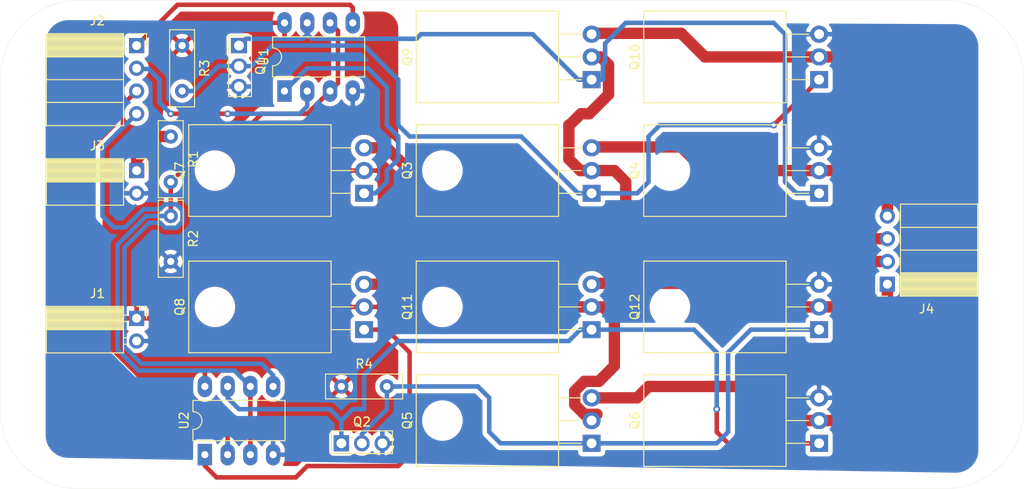
<source format=kicad_pcb>
(kicad_pcb (version 20171130) (host pcbnew "(5.1.9-0-10_14)")

  (general
    (thickness 1.6)
    (drawings 8)
    (tracks 236)
    (zones 0)
    (modules 22)
    (nets 21)
  )

  (page A4)
  (title_block
    (title "Stepper Motor Driver")
    (rev v00)
    (company "Davin Electronics")
    (comment 4 "Author: Davin Birdi")
  )

  (layers
    (0 F.Cu signal)
    (31 B.Cu signal)
    (32 B.Adhes user)
    (33 F.Adhes user)
    (34 B.Paste user)
    (35 F.Paste user)
    (36 B.SilkS user)
    (37 F.SilkS user)
    (38 B.Mask user)
    (39 F.Mask user)
    (40 Dwgs.User user)
    (41 Cmts.User user)
    (42 Eco1.User user)
    (43 Eco2.User user)
    (44 Edge.Cuts user)
    (45 Margin user)
    (46 B.CrtYd user)
    (47 F.CrtYd user)
    (48 B.Fab user)
    (49 F.Fab user)
  )

  (setup
    (last_trace_width 0.508)
    (user_trace_width 0.508)
    (user_trace_width 1.27)
    (trace_clearance 0.254)
    (zone_clearance 0.508)
    (zone_45_only yes)
    (trace_min 0.1524)
    (via_size 0.762)
    (via_drill 0.381)
    (via_min_size 0.6858)
    (via_min_drill 0.3302)
    (uvia_size 0.762)
    (uvia_drill 0.381)
    (uvias_allowed no)
    (uvia_min_size 0.6858)
    (uvia_min_drill 0.3302)
    (edge_width 0.0254)
    (segment_width 0.2)
    (pcb_text_width 0.3)
    (pcb_text_size 1.5 1.5)
    (mod_edge_width 0.12)
    (mod_text_size 1 1)
    (mod_text_width 0.15)
    (pad_size 1.7 1.7)
    (pad_drill 1)
    (pad_to_mask_clearance 0)
    (aux_axis_origin 0 0)
    (visible_elements FFFFFF7F)
    (pcbplotparams
      (layerselection 0x010fc_ffffffff)
      (usegerberextensions false)
      (usegerberattributes true)
      (usegerberadvancedattributes true)
      (creategerberjobfile true)
      (excludeedgelayer true)
      (linewidth 0.100000)
      (plotframeref false)
      (viasonmask false)
      (mode 1)
      (useauxorigin false)
      (hpglpennumber 1)
      (hpglpenspeed 20)
      (hpglpendiameter 15.000000)
      (psnegative false)
      (psa4output false)
      (plotreference true)
      (plotvalue true)
      (plotinvisibletext false)
      (padsonsilk false)
      (subtractmaskfromsilk false)
      (outputformat 1)
      (mirror false)
      (drillshape 1)
      (scaleselection 1)
      (outputdirectory ""))
  )

  (net 0 "")
  (net 1 V_ref)
  (net 2 +5V)
  (net 3 GND)
  (net 4 ¬CTRL_A)
  (net 5 VDC)
  (net 6 ¬CTRL_B)
  (net 7 control_B)
  (net 8 enable_B)
  (net 9 enable_A)
  (net 10 control_A)
  (net 11 B2)
  (net 12 B1)
  (net 13 A2)
  (net 14 A1)
  (net 15 CTRL_A)
  (net 16 CTRL_B)
  (net 17 "Net-(Q3-Pad2)")
  (net 18 "Net-(Q11-Pad2)")
  (net 19 EN_A)
  (net 20 EN_B)

  (net_class Default "This is the default net class."
    (clearance 0.254)
    (trace_width 0.508)
    (via_dia 0.762)
    (via_drill 0.381)
    (uvia_dia 0.762)
    (uvia_drill 0.381)
    (add_net +5V)
    (add_net A1)
    (add_net A2)
    (add_net B1)
    (add_net B2)
    (add_net CTRL_A)
    (add_net CTRL_B)
    (add_net EN_A)
    (add_net EN_B)
    (add_net GND)
    (add_net "Net-(Q11-Pad2)")
    (add_net "Net-(Q3-Pad2)")
    (add_net V_ref)
    (add_net control_A)
    (add_net control_B)
    (add_net enable_A)
    (add_net enable_B)
    (add_net ¬CTRL_A)
    (add_net ¬CTRL_B)
  )

  (net_class 12V_Power ""
    (clearance 0.254)
    (trace_width 1.27)
    (via_dia 0.762)
    (via_drill 0.381)
    (uvia_dia 0.762)
    (uvia_drill 0.381)
    (add_net VDC)
  )

  (module Package_TO_SOT_THT:TO-220-3_Horizontal_TabDown (layer F.Cu) (tedit 5AC8BA0D) (tstamp 6052BDE8)
    (at 165.1 95.25 90)
    (descr "TO-220-3, Horizontal, RM 2.54mm, see https://www.vishay.com/docs/66542/to-220-1.pdf")
    (tags "TO-220-3 Horizontal RM 2.54mm")
    (path /604DECE2)
    (fp_text reference Q3 (at 2.54 -20.58 90) (layer F.SilkS)
      (effects (font (size 1 1) (thickness 0.15)))
    )
    (fp_text value Q_PMOS_GSD (at 2.54 2 90) (layer F.Fab)
      (effects (font (size 1 1) (thickness 0.15)))
    )
    (fp_line (start 7.79 -19.71) (end -2.71 -19.71) (layer F.CrtYd) (width 0.05))
    (fp_line (start 7.79 1.25) (end 7.79 -19.71) (layer F.CrtYd) (width 0.05))
    (fp_line (start -2.71 1.25) (end 7.79 1.25) (layer F.CrtYd) (width 0.05))
    (fp_line (start -2.71 -19.71) (end -2.71 1.25) (layer F.CrtYd) (width 0.05))
    (fp_line (start 5.08 -3.69) (end 5.08 -1.15) (layer F.SilkS) (width 0.12))
    (fp_line (start 2.54 -3.69) (end 2.54 -1.15) (layer F.SilkS) (width 0.12))
    (fp_line (start 0 -3.69) (end 0 -1.15) (layer F.SilkS) (width 0.12))
    (fp_line (start 7.66 -19.58) (end 7.66 -3.69) (layer F.SilkS) (width 0.12))
    (fp_line (start -2.58 -19.58) (end -2.58 -3.69) (layer F.SilkS) (width 0.12))
    (fp_line (start -2.58 -19.58) (end 7.66 -19.58) (layer F.SilkS) (width 0.12))
    (fp_line (start -2.58 -3.69) (end 7.66 -3.69) (layer F.SilkS) (width 0.12))
    (fp_line (start 5.08 -3.81) (end 5.08 0) (layer F.Fab) (width 0.1))
    (fp_line (start 2.54 -3.81) (end 2.54 0) (layer F.Fab) (width 0.1))
    (fp_line (start 0 -3.81) (end 0 0) (layer F.Fab) (width 0.1))
    (fp_line (start 7.54 -3.81) (end -2.46 -3.81) (layer F.Fab) (width 0.1))
    (fp_line (start 7.54 -13.06) (end 7.54 -3.81) (layer F.Fab) (width 0.1))
    (fp_line (start -2.46 -13.06) (end 7.54 -13.06) (layer F.Fab) (width 0.1))
    (fp_line (start -2.46 -3.81) (end -2.46 -13.06) (layer F.Fab) (width 0.1))
    (fp_line (start 7.54 -13.06) (end -2.46 -13.06) (layer F.Fab) (width 0.1))
    (fp_line (start 7.54 -19.46) (end 7.54 -13.06) (layer F.Fab) (width 0.1))
    (fp_line (start -2.46 -19.46) (end 7.54 -19.46) (layer F.Fab) (width 0.1))
    (fp_line (start -2.46 -13.06) (end -2.46 -19.46) (layer F.Fab) (width 0.1))
    (fp_circle (center 2.54 -16.66) (end 4.39 -16.66) (layer F.Fab) (width 0.1))
    (fp_text user %R (at 2.54 -20.58 90) (layer F.Fab)
      (effects (font (size 1 1) (thickness 0.15)))
    )
    (pad 3 thru_hole oval (at 5.08 0 90) (size 1.905 2) (drill 1.1) (layers *.Cu *.Mask)
      (net 14 A1))
    (pad 2 thru_hole oval (at 2.54 0 90) (size 1.905 2) (drill 1.1) (layers *.Cu *.Mask)
      (net 17 "Net-(Q3-Pad2)"))
    (pad 1 thru_hole rect (at 0 0 90) (size 1.905 2) (drill 1.1) (layers *.Cu *.Mask)
      (net 4 ¬CTRL_A))
    (pad "" np_thru_hole oval (at 2.54 -16.66 90) (size 3.5 3.5) (drill 3.5) (layers *.Cu *.Mask))
    (model ${KISYS3DMOD}/Package_TO_SOT_THT.3dshapes/TO-220-3_Horizontal_TabDown.wrl
      (at (xyz 0 0 0))
      (scale (xyz 1 1 1))
      (rotate (xyz 0 0 0))
    )
  )

  (module Connector_PinSocket_2.54mm:PinSocket_1x04_P2.54mm_Horizontal (layer F.Cu) (tedit 5A19A424) (tstamp 605584B4)
    (at 198.12 105.41 180)
    (descr "Through hole angled socket strip, 1x04, 2.54mm pitch, 8.51mm socket length, single row (from Kicad 4.0.7), script generated")
    (tags "Through hole angled socket strip THT 1x04 2.54mm single row")
    (path /6061B94F)
    (fp_text reference J4 (at -4.38 -2.77) (layer F.SilkS)
      (effects (font (size 1 1) (thickness 0.15)))
    )
    (fp_text value Conn_01x04 (at -4.38 10.39) (layer F.Fab)
      (effects (font (size 1 1) (thickness 0.15)))
    )
    (fp_line (start -10.03 -1.27) (end -2.49 -1.27) (layer F.Fab) (width 0.1))
    (fp_line (start -2.49 -1.27) (end -1.52 -0.3) (layer F.Fab) (width 0.1))
    (fp_line (start -1.52 -0.3) (end -1.52 8.89) (layer F.Fab) (width 0.1))
    (fp_line (start -1.52 8.89) (end -10.03 8.89) (layer F.Fab) (width 0.1))
    (fp_line (start -10.03 8.89) (end -10.03 -1.27) (layer F.Fab) (width 0.1))
    (fp_line (start 0 -0.3) (end -1.52 -0.3) (layer F.Fab) (width 0.1))
    (fp_line (start -1.52 0.3) (end 0 0.3) (layer F.Fab) (width 0.1))
    (fp_line (start 0 0.3) (end 0 -0.3) (layer F.Fab) (width 0.1))
    (fp_line (start 0 2.24) (end -1.52 2.24) (layer F.Fab) (width 0.1))
    (fp_line (start -1.52 2.84) (end 0 2.84) (layer F.Fab) (width 0.1))
    (fp_line (start 0 2.84) (end 0 2.24) (layer F.Fab) (width 0.1))
    (fp_line (start 0 4.78) (end -1.52 4.78) (layer F.Fab) (width 0.1))
    (fp_line (start -1.52 5.38) (end 0 5.38) (layer F.Fab) (width 0.1))
    (fp_line (start 0 5.38) (end 0 4.78) (layer F.Fab) (width 0.1))
    (fp_line (start 0 7.32) (end -1.52 7.32) (layer F.Fab) (width 0.1))
    (fp_line (start -1.52 7.92) (end 0 7.92) (layer F.Fab) (width 0.1))
    (fp_line (start 0 7.92) (end 0 7.32) (layer F.Fab) (width 0.1))
    (fp_line (start -10.09 -1.21) (end -1.46 -1.21) (layer F.SilkS) (width 0.12))
    (fp_line (start -10.09 -1.091905) (end -1.46 -1.091905) (layer F.SilkS) (width 0.12))
    (fp_line (start -10.09 -0.97381) (end -1.46 -0.97381) (layer F.SilkS) (width 0.12))
    (fp_line (start -10.09 -0.855715) (end -1.46 -0.855715) (layer F.SilkS) (width 0.12))
    (fp_line (start -10.09 -0.73762) (end -1.46 -0.73762) (layer F.SilkS) (width 0.12))
    (fp_line (start -10.09 -0.619525) (end -1.46 -0.619525) (layer F.SilkS) (width 0.12))
    (fp_line (start -10.09 -0.50143) (end -1.46 -0.50143) (layer F.SilkS) (width 0.12))
    (fp_line (start -10.09 -0.383335) (end -1.46 -0.383335) (layer F.SilkS) (width 0.12))
    (fp_line (start -10.09 -0.26524) (end -1.46 -0.26524) (layer F.SilkS) (width 0.12))
    (fp_line (start -10.09 -0.147145) (end -1.46 -0.147145) (layer F.SilkS) (width 0.12))
    (fp_line (start -10.09 -0.02905) (end -1.46 -0.02905) (layer F.SilkS) (width 0.12))
    (fp_line (start -10.09 0.089045) (end -1.46 0.089045) (layer F.SilkS) (width 0.12))
    (fp_line (start -10.09 0.20714) (end -1.46 0.20714) (layer F.SilkS) (width 0.12))
    (fp_line (start -10.09 0.325235) (end -1.46 0.325235) (layer F.SilkS) (width 0.12))
    (fp_line (start -10.09 0.44333) (end -1.46 0.44333) (layer F.SilkS) (width 0.12))
    (fp_line (start -10.09 0.561425) (end -1.46 0.561425) (layer F.SilkS) (width 0.12))
    (fp_line (start -10.09 0.67952) (end -1.46 0.67952) (layer F.SilkS) (width 0.12))
    (fp_line (start -10.09 0.797615) (end -1.46 0.797615) (layer F.SilkS) (width 0.12))
    (fp_line (start -10.09 0.91571) (end -1.46 0.91571) (layer F.SilkS) (width 0.12))
    (fp_line (start -10.09 1.033805) (end -1.46 1.033805) (layer F.SilkS) (width 0.12))
    (fp_line (start -10.09 1.1519) (end -1.46 1.1519) (layer F.SilkS) (width 0.12))
    (fp_line (start -1.46 -0.36) (end -1.11 -0.36) (layer F.SilkS) (width 0.12))
    (fp_line (start -1.46 0.36) (end -1.11 0.36) (layer F.SilkS) (width 0.12))
    (fp_line (start -1.46 2.18) (end -1.05 2.18) (layer F.SilkS) (width 0.12))
    (fp_line (start -1.46 2.9) (end -1.05 2.9) (layer F.SilkS) (width 0.12))
    (fp_line (start -1.46 4.72) (end -1.05 4.72) (layer F.SilkS) (width 0.12))
    (fp_line (start -1.46 5.44) (end -1.05 5.44) (layer F.SilkS) (width 0.12))
    (fp_line (start -1.46 7.26) (end -1.05 7.26) (layer F.SilkS) (width 0.12))
    (fp_line (start -1.46 7.98) (end -1.05 7.98) (layer F.SilkS) (width 0.12))
    (fp_line (start -10.09 1.27) (end -1.46 1.27) (layer F.SilkS) (width 0.12))
    (fp_line (start -10.09 3.81) (end -1.46 3.81) (layer F.SilkS) (width 0.12))
    (fp_line (start -10.09 6.35) (end -1.46 6.35) (layer F.SilkS) (width 0.12))
    (fp_line (start -10.09 -1.33) (end -1.46 -1.33) (layer F.SilkS) (width 0.12))
    (fp_line (start -1.46 -1.33) (end -1.46 8.95) (layer F.SilkS) (width 0.12))
    (fp_line (start -10.09 8.95) (end -1.46 8.95) (layer F.SilkS) (width 0.12))
    (fp_line (start -10.09 -1.33) (end -10.09 8.95) (layer F.SilkS) (width 0.12))
    (fp_line (start 1.11 -1.33) (end 1.11 0) (layer F.SilkS) (width 0.12))
    (fp_line (start 0 -1.33) (end 1.11 -1.33) (layer F.SilkS) (width 0.12))
    (fp_line (start 1.75 -1.75) (end -10.55 -1.75) (layer F.CrtYd) (width 0.05))
    (fp_line (start -10.55 -1.75) (end -10.55 9.45) (layer F.CrtYd) (width 0.05))
    (fp_line (start -10.55 9.45) (end 1.75 9.45) (layer F.CrtYd) (width 0.05))
    (fp_line (start 1.75 9.45) (end 1.75 -1.75) (layer F.CrtYd) (width 0.05))
    (fp_text user %R (at -5.775 3.81 90) (layer F.Fab)
      (effects (font (size 1 1) (thickness 0.15)))
    )
    (pad 4 thru_hole oval (at 0 7.62 180) (size 1.7 1.7) (drill 1) (layers *.Cu *.Mask)
      (net 13 A2))
    (pad 3 thru_hole oval (at 0 5.08 180) (size 1.7 1.7) (drill 1) (layers *.Cu *.Mask)
      (net 14 A1))
    (pad 2 thru_hole oval (at 0 2.54 180) (size 1.7 1.7) (drill 1) (layers *.Cu *.Mask)
      (net 11 B2))
    (pad 1 thru_hole rect (at 0 0 180) (size 1.7 1.7) (drill 1) (layers *.Cu *.Mask)
      (net 12 B1))
    (model ${KISYS3DMOD}/Connector_PinSocket_2.54mm.3dshapes/PinSocket_1x04_P2.54mm_Horizontal.wrl
      (at (xyz 0 0 0))
      (scale (xyz 1 1 1))
      (rotate (xyz 0 0 0))
    )
  )

  (module Package_DIP:DIP-8_W7.62mm_LongPads locked (layer F.Cu) (tedit 5A02E8C5) (tstamp 60529ACB)
    (at 121.92 124.46 90)
    (descr "8-lead though-hole mounted DIP package, row spacing 7.62 mm (300 mils), LongPads")
    (tags "THT DIP DIL PDIP 2.54mm 7.62mm 300mil LongPads")
    (path /605F81CD)
    (fp_text reference U2 (at 3.81 -2.33 90) (layer F.SilkS)
      (effects (font (size 1 1) (thickness 0.15)))
    )
    (fp_text value KA358 (at 3.81 9.95 90) (layer F.Fab)
      (effects (font (size 1 1) (thickness 0.15)))
    )
    (fp_line (start 9.1 -1.55) (end -1.45 -1.55) (layer F.CrtYd) (width 0.05))
    (fp_line (start 9.1 9.15) (end 9.1 -1.55) (layer F.CrtYd) (width 0.05))
    (fp_line (start -1.45 9.15) (end 9.1 9.15) (layer F.CrtYd) (width 0.05))
    (fp_line (start -1.45 -1.55) (end -1.45 9.15) (layer F.CrtYd) (width 0.05))
    (fp_line (start 6.06 -1.33) (end 4.81 -1.33) (layer F.SilkS) (width 0.12))
    (fp_line (start 6.06 8.95) (end 6.06 -1.33) (layer F.SilkS) (width 0.12))
    (fp_line (start 1.56 8.95) (end 6.06 8.95) (layer F.SilkS) (width 0.12))
    (fp_line (start 1.56 -1.33) (end 1.56 8.95) (layer F.SilkS) (width 0.12))
    (fp_line (start 2.81 -1.33) (end 1.56 -1.33) (layer F.SilkS) (width 0.12))
    (fp_line (start 0.635 -0.27) (end 1.635 -1.27) (layer F.Fab) (width 0.1))
    (fp_line (start 0.635 8.89) (end 0.635 -0.27) (layer F.Fab) (width 0.1))
    (fp_line (start 6.985 8.89) (end 0.635 8.89) (layer F.Fab) (width 0.1))
    (fp_line (start 6.985 -1.27) (end 6.985 8.89) (layer F.Fab) (width 0.1))
    (fp_line (start 1.635 -1.27) (end 6.985 -1.27) (layer F.Fab) (width 0.1))
    (fp_text user %R (at 3.81 3.81 90) (layer F.Fab)
      (effects (font (size 1 1) (thickness 0.15)))
    )
    (fp_arc (start 3.81 -1.33) (end 2.81 -1.33) (angle -180) (layer F.SilkS) (width 0.12))
    (pad 8 thru_hole oval (at 7.62 0 90) (size 2.4 1.6) (drill 0.8) (layers *.Cu *.Mask)
      (net 5 VDC))
    (pad 4 thru_hole oval (at 0 7.62 90) (size 2.4 1.6) (drill 0.8) (layers *.Cu *.Mask)
      (net 3 GND))
    (pad 7 thru_hole oval (at 7.62 2.54 90) (size 2.4 1.6) (drill 0.8) (layers *.Cu *.Mask)
      (net 16 CTRL_B))
    (pad 3 thru_hole oval (at 0 5.08 90) (size 2.4 1.6) (drill 0.8) (layers *.Cu *.Mask)
      (net 1 V_ref))
    (pad 6 thru_hole oval (at 7.62 5.08 90) (size 2.4 1.6) (drill 0.8) (layers *.Cu *.Mask)
      (net 1 V_ref))
    (pad 2 thru_hole oval (at 0 2.54 90) (size 2.4 1.6) (drill 0.8) (layers *.Cu *.Mask)
      (net 8 enable_B))
    (pad 5 thru_hole oval (at 7.62 7.62 90) (size 2.4 1.6) (drill 0.8) (layers *.Cu *.Mask)
      (net 7 control_B))
    (pad 1 thru_hole rect (at 0 0 90) (size 2.4 1.6) (drill 0.8) (layers *.Cu *.Mask)
      (net 20 EN_B))
    (model ${KISYS3DMOD}/Package_DIP.3dshapes/DIP-8_W7.62mm.wrl
      (at (xyz 0 0 0))
      (scale (xyz 1 1 1))
      (rotate (xyz 0 0 0))
    )
  )

  (module Package_DIP:DIP-8_W7.62mm_LongPads (layer F.Cu) (tedit 5A02E8C5) (tstamp 6052B6D0)
    (at 130.81 83.82 90)
    (descr "8-lead though-hole mounted DIP package, row spacing 7.62 mm (300 mils), LongPads")
    (tags "THT DIP DIL PDIP 2.54mm 7.62mm 300mil LongPads")
    (path /605C3775)
    (fp_text reference U1 (at 3.81 -2.33 90) (layer F.SilkS)
      (effects (font (size 1 1) (thickness 0.15)))
    )
    (fp_text value KA358 (at 3.81 9.95 90) (layer F.Fab)
      (effects (font (size 1 1) (thickness 0.15)))
    )
    (fp_line (start 9.1 -1.55) (end -1.45 -1.55) (layer F.CrtYd) (width 0.05))
    (fp_line (start 9.1 9.15) (end 9.1 -1.55) (layer F.CrtYd) (width 0.05))
    (fp_line (start -1.45 9.15) (end 9.1 9.15) (layer F.CrtYd) (width 0.05))
    (fp_line (start -1.45 -1.55) (end -1.45 9.15) (layer F.CrtYd) (width 0.05))
    (fp_line (start 6.06 -1.33) (end 4.81 -1.33) (layer F.SilkS) (width 0.12))
    (fp_line (start 6.06 8.95) (end 6.06 -1.33) (layer F.SilkS) (width 0.12))
    (fp_line (start 1.56 8.95) (end 6.06 8.95) (layer F.SilkS) (width 0.12))
    (fp_line (start 1.56 -1.33) (end 1.56 8.95) (layer F.SilkS) (width 0.12))
    (fp_line (start 2.81 -1.33) (end 1.56 -1.33) (layer F.SilkS) (width 0.12))
    (fp_line (start 0.635 -0.27) (end 1.635 -1.27) (layer F.Fab) (width 0.1))
    (fp_line (start 0.635 8.89) (end 0.635 -0.27) (layer F.Fab) (width 0.1))
    (fp_line (start 6.985 8.89) (end 0.635 8.89) (layer F.Fab) (width 0.1))
    (fp_line (start 6.985 -1.27) (end 6.985 8.89) (layer F.Fab) (width 0.1))
    (fp_line (start 1.635 -1.27) (end 6.985 -1.27) (layer F.Fab) (width 0.1))
    (fp_text user %R (at 3.81 3.81 90) (layer F.Fab)
      (effects (font (size 1 1) (thickness 0.15)))
    )
    (fp_arc (start 3.81 -1.33) (end 2.81 -1.33) (angle -180) (layer F.SilkS) (width 0.12))
    (pad 8 thru_hole oval (at 7.62 0 90) (size 2.4 1.6) (drill 0.8) (layers *.Cu *.Mask)
      (net 5 VDC))
    (pad 4 thru_hole oval (at 0 7.62 90) (size 2.4 1.6) (drill 0.8) (layers *.Cu *.Mask)
      (net 3 GND))
    (pad 7 thru_hole oval (at 7.62 2.54 90) (size 2.4 1.6) (drill 0.8) (layers *.Cu *.Mask)
      (net 15 CTRL_A))
    (pad 3 thru_hole oval (at 0 5.08 90) (size 2.4 1.6) (drill 0.8) (layers *.Cu *.Mask)
      (net 1 V_ref))
    (pad 6 thru_hole oval (at 7.62 5.08 90) (size 2.4 1.6) (drill 0.8) (layers *.Cu *.Mask)
      (net 1 V_ref))
    (pad 2 thru_hole oval (at 0 2.54 90) (size 2.4 1.6) (drill 0.8) (layers *.Cu *.Mask)
      (net 9 enable_A))
    (pad 5 thru_hole oval (at 7.62 7.62 90) (size 2.4 1.6) (drill 0.8) (layers *.Cu *.Mask)
      (net 10 control_A))
    (pad 1 thru_hole rect (at 0 0 90) (size 2.4 1.6) (drill 0.8) (layers *.Cu *.Mask)
      (net 19 EN_A))
    (model ${KISYS3DMOD}/Package_DIP.3dshapes/DIP-8_W7.62mm.wrl
      (at (xyz 0 0 0))
      (scale (xyz 1 1 1))
      (rotate (xyz 0 0 0))
    )
  )

  (module Package_TO_SOT_THT:TO-220-3_Horizontal_TabDown (layer F.Cu) (tedit 5AC8BA0D) (tstamp 6052BF08)
    (at 190.5 110.49 90)
    (descr "TO-220-3, Horizontal, RM 2.54mm, see https://www.vishay.com/docs/66542/to-220-1.pdf")
    (tags "TO-220-3 Horizontal RM 2.54mm")
    (path /60540CB9)
    (fp_text reference Q12 (at 2.54 -20.58 90) (layer F.SilkS)
      (effects (font (size 1 1) (thickness 0.15)))
    )
    (fp_text value Q_NMOS_GDS (at 2.54 2 90) (layer F.Fab)
      (effects (font (size 1 1) (thickness 0.15)))
    )
    (fp_line (start 7.79 -19.71) (end -2.71 -19.71) (layer F.CrtYd) (width 0.05))
    (fp_line (start 7.79 1.25) (end 7.79 -19.71) (layer F.CrtYd) (width 0.05))
    (fp_line (start -2.71 1.25) (end 7.79 1.25) (layer F.CrtYd) (width 0.05))
    (fp_line (start -2.71 -19.71) (end -2.71 1.25) (layer F.CrtYd) (width 0.05))
    (fp_line (start 5.08 -3.69) (end 5.08 -1.15) (layer F.SilkS) (width 0.12))
    (fp_line (start 2.54 -3.69) (end 2.54 -1.15) (layer F.SilkS) (width 0.12))
    (fp_line (start 0 -3.69) (end 0 -1.15) (layer F.SilkS) (width 0.12))
    (fp_line (start 7.66 -19.58) (end 7.66 -3.69) (layer F.SilkS) (width 0.12))
    (fp_line (start -2.58 -19.58) (end -2.58 -3.69) (layer F.SilkS) (width 0.12))
    (fp_line (start -2.58 -19.58) (end 7.66 -19.58) (layer F.SilkS) (width 0.12))
    (fp_line (start -2.58 -3.69) (end 7.66 -3.69) (layer F.SilkS) (width 0.12))
    (fp_line (start 5.08 -3.81) (end 5.08 0) (layer F.Fab) (width 0.1))
    (fp_line (start 2.54 -3.81) (end 2.54 0) (layer F.Fab) (width 0.1))
    (fp_line (start 0 -3.81) (end 0 0) (layer F.Fab) (width 0.1))
    (fp_line (start 7.54 -3.81) (end -2.46 -3.81) (layer F.Fab) (width 0.1))
    (fp_line (start 7.54 -13.06) (end 7.54 -3.81) (layer F.Fab) (width 0.1))
    (fp_line (start -2.46 -13.06) (end 7.54 -13.06) (layer F.Fab) (width 0.1))
    (fp_line (start -2.46 -3.81) (end -2.46 -13.06) (layer F.Fab) (width 0.1))
    (fp_line (start 7.54 -13.06) (end -2.46 -13.06) (layer F.Fab) (width 0.1))
    (fp_line (start 7.54 -19.46) (end 7.54 -13.06) (layer F.Fab) (width 0.1))
    (fp_line (start -2.46 -19.46) (end 7.54 -19.46) (layer F.Fab) (width 0.1))
    (fp_line (start -2.46 -13.06) (end -2.46 -19.46) (layer F.Fab) (width 0.1))
    (fp_circle (center 2.54 -16.66) (end 4.39 -16.66) (layer F.Fab) (width 0.1))
    (fp_text user %R (at 2.54 -20.58 90) (layer F.Fab)
      (effects (font (size 1 1) (thickness 0.15)))
    )
    (pad 3 thru_hole oval (at 5.08 0 90) (size 1.905 2) (drill 1.1) (layers *.Cu *.Mask)
      (net 3 GND))
    (pad 2 thru_hole oval (at 2.54 0 90) (size 1.905 2) (drill 1.1) (layers *.Cu *.Mask)
      (net 11 B2))
    (pad 1 thru_hole rect (at 0 0 90) (size 1.905 2) (drill 1.1) (layers *.Cu *.Mask)
      (net 6 ¬CTRL_B))
    (pad "" np_thru_hole oval (at 2.54 -16.66 90) (size 3.5 3.5) (drill 3.5) (layers *.Cu *.Mask))
    (model ${KISYS3DMOD}/Package_TO_SOT_THT.3dshapes/TO-220-3_Horizontal_TabDown.wrl
      (at (xyz 0 0 0))
      (scale (xyz 1 1 1))
      (rotate (xyz 0 0 0))
    )
  )

  (module Package_TO_SOT_THT:TO-220-3_Horizontal_TabDown (layer F.Cu) (tedit 5AC8BA0D) (tstamp 6052BEE8)
    (at 165.1 110.49 90)
    (descr "TO-220-3, Horizontal, RM 2.54mm, see https://www.vishay.com/docs/66542/to-220-1.pdf")
    (tags "TO-220-3 Horizontal RM 2.54mm")
    (path /60540CAF)
    (fp_text reference Q11 (at 2.54 -20.58 90) (layer F.SilkS)
      (effects (font (size 1 1) (thickness 0.15)))
    )
    (fp_text value Q_PMOS_GSD (at 2.54 2 90) (layer F.Fab)
      (effects (font (size 1 1) (thickness 0.15)))
    )
    (fp_line (start 7.79 -19.71) (end -2.71 -19.71) (layer F.CrtYd) (width 0.05))
    (fp_line (start 7.79 1.25) (end 7.79 -19.71) (layer F.CrtYd) (width 0.05))
    (fp_line (start -2.71 1.25) (end 7.79 1.25) (layer F.CrtYd) (width 0.05))
    (fp_line (start -2.71 -19.71) (end -2.71 1.25) (layer F.CrtYd) (width 0.05))
    (fp_line (start 5.08 -3.69) (end 5.08 -1.15) (layer F.SilkS) (width 0.12))
    (fp_line (start 2.54 -3.69) (end 2.54 -1.15) (layer F.SilkS) (width 0.12))
    (fp_line (start 0 -3.69) (end 0 -1.15) (layer F.SilkS) (width 0.12))
    (fp_line (start 7.66 -19.58) (end 7.66 -3.69) (layer F.SilkS) (width 0.12))
    (fp_line (start -2.58 -19.58) (end -2.58 -3.69) (layer F.SilkS) (width 0.12))
    (fp_line (start -2.58 -19.58) (end 7.66 -19.58) (layer F.SilkS) (width 0.12))
    (fp_line (start -2.58 -3.69) (end 7.66 -3.69) (layer F.SilkS) (width 0.12))
    (fp_line (start 5.08 -3.81) (end 5.08 0) (layer F.Fab) (width 0.1))
    (fp_line (start 2.54 -3.81) (end 2.54 0) (layer F.Fab) (width 0.1))
    (fp_line (start 0 -3.81) (end 0 0) (layer F.Fab) (width 0.1))
    (fp_line (start 7.54 -3.81) (end -2.46 -3.81) (layer F.Fab) (width 0.1))
    (fp_line (start 7.54 -13.06) (end 7.54 -3.81) (layer F.Fab) (width 0.1))
    (fp_line (start -2.46 -13.06) (end 7.54 -13.06) (layer F.Fab) (width 0.1))
    (fp_line (start -2.46 -3.81) (end -2.46 -13.06) (layer F.Fab) (width 0.1))
    (fp_line (start 7.54 -13.06) (end -2.46 -13.06) (layer F.Fab) (width 0.1))
    (fp_line (start 7.54 -19.46) (end 7.54 -13.06) (layer F.Fab) (width 0.1))
    (fp_line (start -2.46 -19.46) (end 7.54 -19.46) (layer F.Fab) (width 0.1))
    (fp_line (start -2.46 -13.06) (end -2.46 -19.46) (layer F.Fab) (width 0.1))
    (fp_circle (center 2.54 -16.66) (end 4.39 -16.66) (layer F.Fab) (width 0.1))
    (fp_text user %R (at 2.54 -20.58 90) (layer F.Fab)
      (effects (font (size 1 1) (thickness 0.15)))
    )
    (pad 3 thru_hole oval (at 5.08 0 90) (size 1.905 2) (drill 1.1) (layers *.Cu *.Mask)
      (net 11 B2))
    (pad 2 thru_hole oval (at 2.54 0 90) (size 1.905 2) (drill 1.1) (layers *.Cu *.Mask)
      (net 18 "Net-(Q11-Pad2)"))
    (pad 1 thru_hole rect (at 0 0 90) (size 1.905 2) (drill 1.1) (layers *.Cu *.Mask)
      (net 16 CTRL_B))
    (pad "" np_thru_hole oval (at 2.54 -16.66 90) (size 3.5 3.5) (drill 3.5) (layers *.Cu *.Mask))
    (model ${KISYS3DMOD}/Package_TO_SOT_THT.3dshapes/TO-220-3_Horizontal_TabDown.wrl
      (at (xyz 0 0 0))
      (scale (xyz 1 1 1))
      (rotate (xyz 0 0 0))
    )
  )

  (module Package_TO_SOT_THT:TO-220-3_Horizontal_TabDown (layer F.Cu) (tedit 5AC8BA0D) (tstamp 6052BEC8)
    (at 190.5 82.55 90)
    (descr "TO-220-3, Horizontal, RM 2.54mm, see https://www.vishay.com/docs/66542/to-220-1.pdf")
    (tags "TO-220-3 Horizontal RM 2.54mm")
    (path /604E2FD6)
    (fp_text reference Q10 (at 2.54 -20.58 90) (layer F.SilkS)
      (effects (font (size 1 1) (thickness 0.15)))
    )
    (fp_text value Q_NMOS_GDS (at 2.54 2 90) (layer F.Fab)
      (effects (font (size 1 1) (thickness 0.15)))
    )
    (fp_line (start 7.79 -19.71) (end -2.71 -19.71) (layer F.CrtYd) (width 0.05))
    (fp_line (start 7.79 1.25) (end 7.79 -19.71) (layer F.CrtYd) (width 0.05))
    (fp_line (start -2.71 1.25) (end 7.79 1.25) (layer F.CrtYd) (width 0.05))
    (fp_line (start -2.71 -19.71) (end -2.71 1.25) (layer F.CrtYd) (width 0.05))
    (fp_line (start 5.08 -3.69) (end 5.08 -1.15) (layer F.SilkS) (width 0.12))
    (fp_line (start 2.54 -3.69) (end 2.54 -1.15) (layer F.SilkS) (width 0.12))
    (fp_line (start 0 -3.69) (end 0 -1.15) (layer F.SilkS) (width 0.12))
    (fp_line (start 7.66 -19.58) (end 7.66 -3.69) (layer F.SilkS) (width 0.12))
    (fp_line (start -2.58 -19.58) (end -2.58 -3.69) (layer F.SilkS) (width 0.12))
    (fp_line (start -2.58 -19.58) (end 7.66 -19.58) (layer F.SilkS) (width 0.12))
    (fp_line (start -2.58 -3.69) (end 7.66 -3.69) (layer F.SilkS) (width 0.12))
    (fp_line (start 5.08 -3.81) (end 5.08 0) (layer F.Fab) (width 0.1))
    (fp_line (start 2.54 -3.81) (end 2.54 0) (layer F.Fab) (width 0.1))
    (fp_line (start 0 -3.81) (end 0 0) (layer F.Fab) (width 0.1))
    (fp_line (start 7.54 -3.81) (end -2.46 -3.81) (layer F.Fab) (width 0.1))
    (fp_line (start 7.54 -13.06) (end 7.54 -3.81) (layer F.Fab) (width 0.1))
    (fp_line (start -2.46 -13.06) (end 7.54 -13.06) (layer F.Fab) (width 0.1))
    (fp_line (start -2.46 -3.81) (end -2.46 -13.06) (layer F.Fab) (width 0.1))
    (fp_line (start 7.54 -13.06) (end -2.46 -13.06) (layer F.Fab) (width 0.1))
    (fp_line (start 7.54 -19.46) (end 7.54 -13.06) (layer F.Fab) (width 0.1))
    (fp_line (start -2.46 -19.46) (end 7.54 -19.46) (layer F.Fab) (width 0.1))
    (fp_line (start -2.46 -13.06) (end -2.46 -19.46) (layer F.Fab) (width 0.1))
    (fp_circle (center 2.54 -16.66) (end 4.39 -16.66) (layer F.Fab) (width 0.1))
    (fp_text user %R (at 2.54 -20.58 90) (layer F.Fab)
      (effects (font (size 1 1) (thickness 0.15)))
    )
    (pad 3 thru_hole oval (at 5.08 0 90) (size 1.905 2) (drill 1.1) (layers *.Cu *.Mask)
      (net 3 GND))
    (pad 2 thru_hole oval (at 2.54 0 90) (size 1.905 2) (drill 1.1) (layers *.Cu *.Mask)
      (net 13 A2))
    (pad 1 thru_hole rect (at 0 0 90) (size 1.905 2) (drill 1.1) (layers *.Cu *.Mask)
      (net 4 ¬CTRL_A))
    (pad "" np_thru_hole oval (at 2.54 -16.66 90) (size 3.5 3.5) (drill 3.5) (layers *.Cu *.Mask))
    (model ${KISYS3DMOD}/Package_TO_SOT_THT.3dshapes/TO-220-3_Horizontal_TabDown.wrl
      (at (xyz 0 0 0))
      (scale (xyz 1 1 1))
      (rotate (xyz 0 0 0))
    )
  )

  (module Package_TO_SOT_THT:TO-220-3_Horizontal_TabDown (layer F.Cu) (tedit 5AC8BA0D) (tstamp 6052BEA8)
    (at 165.1 82.55 90)
    (descr "TO-220-3, Horizontal, RM 2.54mm, see https://www.vishay.com/docs/66542/to-220-1.pdf")
    (tags "TO-220-3 Horizontal RM 2.54mm")
    (path /604E1D8D)
    (fp_text reference Q9 (at 2.54 -20.58 90) (layer F.SilkS)
      (effects (font (size 1 1) (thickness 0.15)))
    )
    (fp_text value Q_PMOS_GSD (at 2.54 2 90) (layer F.Fab)
      (effects (font (size 1 1) (thickness 0.15)))
    )
    (fp_line (start 7.79 -19.71) (end -2.71 -19.71) (layer F.CrtYd) (width 0.05))
    (fp_line (start 7.79 1.25) (end 7.79 -19.71) (layer F.CrtYd) (width 0.05))
    (fp_line (start -2.71 1.25) (end 7.79 1.25) (layer F.CrtYd) (width 0.05))
    (fp_line (start -2.71 -19.71) (end -2.71 1.25) (layer F.CrtYd) (width 0.05))
    (fp_line (start 5.08 -3.69) (end 5.08 -1.15) (layer F.SilkS) (width 0.12))
    (fp_line (start 2.54 -3.69) (end 2.54 -1.15) (layer F.SilkS) (width 0.12))
    (fp_line (start 0 -3.69) (end 0 -1.15) (layer F.SilkS) (width 0.12))
    (fp_line (start 7.66 -19.58) (end 7.66 -3.69) (layer F.SilkS) (width 0.12))
    (fp_line (start -2.58 -19.58) (end -2.58 -3.69) (layer F.SilkS) (width 0.12))
    (fp_line (start -2.58 -19.58) (end 7.66 -19.58) (layer F.SilkS) (width 0.12))
    (fp_line (start -2.58 -3.69) (end 7.66 -3.69) (layer F.SilkS) (width 0.12))
    (fp_line (start 5.08 -3.81) (end 5.08 0) (layer F.Fab) (width 0.1))
    (fp_line (start 2.54 -3.81) (end 2.54 0) (layer F.Fab) (width 0.1))
    (fp_line (start 0 -3.81) (end 0 0) (layer F.Fab) (width 0.1))
    (fp_line (start 7.54 -3.81) (end -2.46 -3.81) (layer F.Fab) (width 0.1))
    (fp_line (start 7.54 -13.06) (end 7.54 -3.81) (layer F.Fab) (width 0.1))
    (fp_line (start -2.46 -13.06) (end 7.54 -13.06) (layer F.Fab) (width 0.1))
    (fp_line (start -2.46 -3.81) (end -2.46 -13.06) (layer F.Fab) (width 0.1))
    (fp_line (start 7.54 -13.06) (end -2.46 -13.06) (layer F.Fab) (width 0.1))
    (fp_line (start 7.54 -19.46) (end 7.54 -13.06) (layer F.Fab) (width 0.1))
    (fp_line (start -2.46 -19.46) (end 7.54 -19.46) (layer F.Fab) (width 0.1))
    (fp_line (start -2.46 -13.06) (end -2.46 -19.46) (layer F.Fab) (width 0.1))
    (fp_circle (center 2.54 -16.66) (end 4.39 -16.66) (layer F.Fab) (width 0.1))
    (fp_text user %R (at 2.54 -20.58 90) (layer F.Fab)
      (effects (font (size 1 1) (thickness 0.15)))
    )
    (pad 3 thru_hole oval (at 5.08 0 90) (size 1.905 2) (drill 1.1) (layers *.Cu *.Mask)
      (net 13 A2))
    (pad 2 thru_hole oval (at 2.54 0 90) (size 1.905 2) (drill 1.1) (layers *.Cu *.Mask)
      (net 17 "Net-(Q3-Pad2)"))
    (pad 1 thru_hole rect (at 0 0 90) (size 1.905 2) (drill 1.1) (layers *.Cu *.Mask)
      (net 15 CTRL_A))
    (pad "" np_thru_hole oval (at 2.54 -16.66 90) (size 3.5 3.5) (drill 3.5) (layers *.Cu *.Mask))
    (model ${KISYS3DMOD}/Package_TO_SOT_THT.3dshapes/TO-220-3_Horizontal_TabDown.wrl
      (at (xyz 0 0 0))
      (scale (xyz 1 1 1))
      (rotate (xyz 0 0 0))
    )
  )

  (module Package_TO_SOT_THT:TO-220-3_Horizontal_TabDown (layer F.Cu) (tedit 5AC8BA0D) (tstamp 6052BE88)
    (at 139.7 110.49 90)
    (descr "TO-220-3, Horizontal, RM 2.54mm, see https://www.vishay.com/docs/66542/to-220-1.pdf")
    (tags "TO-220-3 Horizontal RM 2.54mm")
    (path /60540CC3)
    (fp_text reference Q8 (at 2.54 -20.58 90) (layer F.SilkS)
      (effects (font (size 1 1) (thickness 0.15)))
    )
    (fp_text value Q_PMOS_GSD (at 2.54 2 90) (layer F.Fab)
      (effects (font (size 1 1) (thickness 0.15)))
    )
    (fp_line (start 7.79 -19.71) (end -2.71 -19.71) (layer F.CrtYd) (width 0.05))
    (fp_line (start 7.79 1.25) (end 7.79 -19.71) (layer F.CrtYd) (width 0.05))
    (fp_line (start -2.71 1.25) (end 7.79 1.25) (layer F.CrtYd) (width 0.05))
    (fp_line (start -2.71 -19.71) (end -2.71 1.25) (layer F.CrtYd) (width 0.05))
    (fp_line (start 5.08 -3.69) (end 5.08 -1.15) (layer F.SilkS) (width 0.12))
    (fp_line (start 2.54 -3.69) (end 2.54 -1.15) (layer F.SilkS) (width 0.12))
    (fp_line (start 0 -3.69) (end 0 -1.15) (layer F.SilkS) (width 0.12))
    (fp_line (start 7.66 -19.58) (end 7.66 -3.69) (layer F.SilkS) (width 0.12))
    (fp_line (start -2.58 -19.58) (end -2.58 -3.69) (layer F.SilkS) (width 0.12))
    (fp_line (start -2.58 -19.58) (end 7.66 -19.58) (layer F.SilkS) (width 0.12))
    (fp_line (start -2.58 -3.69) (end 7.66 -3.69) (layer F.SilkS) (width 0.12))
    (fp_line (start 5.08 -3.81) (end 5.08 0) (layer F.Fab) (width 0.1))
    (fp_line (start 2.54 -3.81) (end 2.54 0) (layer F.Fab) (width 0.1))
    (fp_line (start 0 -3.81) (end 0 0) (layer F.Fab) (width 0.1))
    (fp_line (start 7.54 -3.81) (end -2.46 -3.81) (layer F.Fab) (width 0.1))
    (fp_line (start 7.54 -13.06) (end 7.54 -3.81) (layer F.Fab) (width 0.1))
    (fp_line (start -2.46 -13.06) (end 7.54 -13.06) (layer F.Fab) (width 0.1))
    (fp_line (start -2.46 -3.81) (end -2.46 -13.06) (layer F.Fab) (width 0.1))
    (fp_line (start 7.54 -13.06) (end -2.46 -13.06) (layer F.Fab) (width 0.1))
    (fp_line (start 7.54 -19.46) (end 7.54 -13.06) (layer F.Fab) (width 0.1))
    (fp_line (start -2.46 -19.46) (end 7.54 -19.46) (layer F.Fab) (width 0.1))
    (fp_line (start -2.46 -13.06) (end -2.46 -19.46) (layer F.Fab) (width 0.1))
    (fp_circle (center 2.54 -16.66) (end 4.39 -16.66) (layer F.Fab) (width 0.1))
    (fp_text user %R (at 2.54 -20.58 90) (layer F.Fab)
      (effects (font (size 1 1) (thickness 0.15)))
    )
    (pad 3 thru_hole oval (at 5.08 0 90) (size 1.905 2) (drill 1.1) (layers *.Cu *.Mask)
      (net 18 "Net-(Q11-Pad2)"))
    (pad 2 thru_hole oval (at 2.54 0 90) (size 1.905 2) (drill 1.1) (layers *.Cu *.Mask)
      (net 5 VDC))
    (pad 1 thru_hole rect (at 0 0 90) (size 1.905 2) (drill 1.1) (layers *.Cu *.Mask)
      (net 20 EN_B))
    (pad "" np_thru_hole oval (at 2.54 -16.66 90) (size 3.5 3.5) (drill 3.5) (layers *.Cu *.Mask))
    (model ${KISYS3DMOD}/Package_TO_SOT_THT.3dshapes/TO-220-3_Horizontal_TabDown.wrl
      (at (xyz 0 0 0))
      (scale (xyz 1 1 1))
      (rotate (xyz 0 0 0))
    )
  )

  (module Package_TO_SOT_THT:TO-220-3_Horizontal_TabDown (layer F.Cu) (tedit 5AC8BA0D) (tstamp 6052BE68)
    (at 139.7 95.25 90)
    (descr "TO-220-3, Horizontal, RM 2.54mm, see https://www.vishay.com/docs/66542/to-220-1.pdf")
    (tags "TO-220-3 Horizontal RM 2.54mm")
    (path /604EBAB5)
    (fp_text reference Q7 (at 2.54 -20.58 90) (layer F.SilkS)
      (effects (font (size 1 1) (thickness 0.15)))
    )
    (fp_text value Q_PMOS_GSD (at 2.54 2 90) (layer F.Fab)
      (effects (font (size 1 1) (thickness 0.15)))
    )
    (fp_line (start 7.79 -19.71) (end -2.71 -19.71) (layer F.CrtYd) (width 0.05))
    (fp_line (start 7.79 1.25) (end 7.79 -19.71) (layer F.CrtYd) (width 0.05))
    (fp_line (start -2.71 1.25) (end 7.79 1.25) (layer F.CrtYd) (width 0.05))
    (fp_line (start -2.71 -19.71) (end -2.71 1.25) (layer F.CrtYd) (width 0.05))
    (fp_line (start 5.08 -3.69) (end 5.08 -1.15) (layer F.SilkS) (width 0.12))
    (fp_line (start 2.54 -3.69) (end 2.54 -1.15) (layer F.SilkS) (width 0.12))
    (fp_line (start 0 -3.69) (end 0 -1.15) (layer F.SilkS) (width 0.12))
    (fp_line (start 7.66 -19.58) (end 7.66 -3.69) (layer F.SilkS) (width 0.12))
    (fp_line (start -2.58 -19.58) (end -2.58 -3.69) (layer F.SilkS) (width 0.12))
    (fp_line (start -2.58 -19.58) (end 7.66 -19.58) (layer F.SilkS) (width 0.12))
    (fp_line (start -2.58 -3.69) (end 7.66 -3.69) (layer F.SilkS) (width 0.12))
    (fp_line (start 5.08 -3.81) (end 5.08 0) (layer F.Fab) (width 0.1))
    (fp_line (start 2.54 -3.81) (end 2.54 0) (layer F.Fab) (width 0.1))
    (fp_line (start 0 -3.81) (end 0 0) (layer F.Fab) (width 0.1))
    (fp_line (start 7.54 -3.81) (end -2.46 -3.81) (layer F.Fab) (width 0.1))
    (fp_line (start 7.54 -13.06) (end 7.54 -3.81) (layer F.Fab) (width 0.1))
    (fp_line (start -2.46 -13.06) (end 7.54 -13.06) (layer F.Fab) (width 0.1))
    (fp_line (start -2.46 -3.81) (end -2.46 -13.06) (layer F.Fab) (width 0.1))
    (fp_line (start 7.54 -13.06) (end -2.46 -13.06) (layer F.Fab) (width 0.1))
    (fp_line (start 7.54 -19.46) (end 7.54 -13.06) (layer F.Fab) (width 0.1))
    (fp_line (start -2.46 -19.46) (end 7.54 -19.46) (layer F.Fab) (width 0.1))
    (fp_line (start -2.46 -13.06) (end -2.46 -19.46) (layer F.Fab) (width 0.1))
    (fp_circle (center 2.54 -16.66) (end 4.39 -16.66) (layer F.Fab) (width 0.1))
    (fp_text user %R (at 2.54 -20.58 90) (layer F.Fab)
      (effects (font (size 1 1) (thickness 0.15)))
    )
    (pad 3 thru_hole oval (at 5.08 0 90) (size 1.905 2) (drill 1.1) (layers *.Cu *.Mask)
      (net 17 "Net-(Q3-Pad2)"))
    (pad 2 thru_hole oval (at 2.54 0 90) (size 1.905 2) (drill 1.1) (layers *.Cu *.Mask)
      (net 5 VDC))
    (pad 1 thru_hole rect (at 0 0 90) (size 1.905 2) (drill 1.1) (layers *.Cu *.Mask)
      (net 19 EN_A))
    (pad "" np_thru_hole oval (at 2.54 -16.66 90) (size 3.5 3.5) (drill 3.5) (layers *.Cu *.Mask))
    (model ${KISYS3DMOD}/Package_TO_SOT_THT.3dshapes/TO-220-3_Horizontal_TabDown.wrl
      (at (xyz 0 0 0))
      (scale (xyz 1 1 1))
      (rotate (xyz 0 0 0))
    )
  )

  (module Package_TO_SOT_THT:TO-220-3_Horizontal_TabDown (layer F.Cu) (tedit 5AC8BA0D) (tstamp 6052BE48)
    (at 190.5 123.19 90)
    (descr "TO-220-3, Horizontal, RM 2.54mm, see https://www.vishay.com/docs/66542/to-220-1.pdf")
    (tags "TO-220-3 Horizontal RM 2.54mm")
    (path /60540CA5)
    (fp_text reference Q6 (at 2.54 -20.58 90) (layer F.SilkS)
      (effects (font (size 1 1) (thickness 0.15)))
    )
    (fp_text value Q_NMOS_GDS (at 2.54 2 90) (layer F.Fab)
      (effects (font (size 1 1) (thickness 0.15)))
    )
    (fp_line (start 7.79 -19.71) (end -2.71 -19.71) (layer F.CrtYd) (width 0.05))
    (fp_line (start 7.79 1.25) (end 7.79 -19.71) (layer F.CrtYd) (width 0.05))
    (fp_line (start -2.71 1.25) (end 7.79 1.25) (layer F.CrtYd) (width 0.05))
    (fp_line (start -2.71 -19.71) (end -2.71 1.25) (layer F.CrtYd) (width 0.05))
    (fp_line (start 5.08 -3.69) (end 5.08 -1.15) (layer F.SilkS) (width 0.12))
    (fp_line (start 2.54 -3.69) (end 2.54 -1.15) (layer F.SilkS) (width 0.12))
    (fp_line (start 0 -3.69) (end 0 -1.15) (layer F.SilkS) (width 0.12))
    (fp_line (start 7.66 -19.58) (end 7.66 -3.69) (layer F.SilkS) (width 0.12))
    (fp_line (start -2.58 -19.58) (end -2.58 -3.69) (layer F.SilkS) (width 0.12))
    (fp_line (start -2.58 -19.58) (end 7.66 -19.58) (layer F.SilkS) (width 0.12))
    (fp_line (start -2.58 -3.69) (end 7.66 -3.69) (layer F.SilkS) (width 0.12))
    (fp_line (start 5.08 -3.81) (end 5.08 0) (layer F.Fab) (width 0.1))
    (fp_line (start 2.54 -3.81) (end 2.54 0) (layer F.Fab) (width 0.1))
    (fp_line (start 0 -3.81) (end 0 0) (layer F.Fab) (width 0.1))
    (fp_line (start 7.54 -3.81) (end -2.46 -3.81) (layer F.Fab) (width 0.1))
    (fp_line (start 7.54 -13.06) (end 7.54 -3.81) (layer F.Fab) (width 0.1))
    (fp_line (start -2.46 -13.06) (end 7.54 -13.06) (layer F.Fab) (width 0.1))
    (fp_line (start -2.46 -3.81) (end -2.46 -13.06) (layer F.Fab) (width 0.1))
    (fp_line (start 7.54 -13.06) (end -2.46 -13.06) (layer F.Fab) (width 0.1))
    (fp_line (start 7.54 -19.46) (end 7.54 -13.06) (layer F.Fab) (width 0.1))
    (fp_line (start -2.46 -19.46) (end 7.54 -19.46) (layer F.Fab) (width 0.1))
    (fp_line (start -2.46 -13.06) (end -2.46 -19.46) (layer F.Fab) (width 0.1))
    (fp_circle (center 2.54 -16.66) (end 4.39 -16.66) (layer F.Fab) (width 0.1))
    (fp_text user %R (at 2.54 -20.58 90) (layer F.Fab)
      (effects (font (size 1 1) (thickness 0.15)))
    )
    (pad 3 thru_hole oval (at 5.08 0 90) (size 1.905 2) (drill 1.1) (layers *.Cu *.Mask)
      (net 3 GND))
    (pad 2 thru_hole oval (at 2.54 0 90) (size 1.905 2) (drill 1.1) (layers *.Cu *.Mask)
      (net 12 B1))
    (pad 1 thru_hole rect (at 0 0 90) (size 1.905 2) (drill 1.1) (layers *.Cu *.Mask)
      (net 16 CTRL_B))
    (pad "" np_thru_hole oval (at 2.54 -16.66 90) (size 3.5 3.5) (drill 3.5) (layers *.Cu *.Mask))
    (model ${KISYS3DMOD}/Package_TO_SOT_THT.3dshapes/TO-220-3_Horizontal_TabDown.wrl
      (at (xyz 0 0 0))
      (scale (xyz 1 1 1))
      (rotate (xyz 0 0 0))
    )
  )

  (module Package_TO_SOT_THT:TO-220-3_Horizontal_TabDown (layer F.Cu) (tedit 5AC8BA0D) (tstamp 6052BE28)
    (at 165.1 123.19 90)
    (descr "TO-220-3, Horizontal, RM 2.54mm, see https://www.vishay.com/docs/66542/to-220-1.pdf")
    (tags "TO-220-3 Horizontal RM 2.54mm")
    (path /60540C9B)
    (fp_text reference Q5 (at 2.54 -20.58 90) (layer F.SilkS)
      (effects (font (size 1 1) (thickness 0.15)))
    )
    (fp_text value Q_PMOS_GSD (at 2.54 2 90) (layer F.Fab)
      (effects (font (size 1 1) (thickness 0.15)))
    )
    (fp_line (start 7.79 -19.71) (end -2.71 -19.71) (layer F.CrtYd) (width 0.05))
    (fp_line (start 7.79 1.25) (end 7.79 -19.71) (layer F.CrtYd) (width 0.05))
    (fp_line (start -2.71 1.25) (end 7.79 1.25) (layer F.CrtYd) (width 0.05))
    (fp_line (start -2.71 -19.71) (end -2.71 1.25) (layer F.CrtYd) (width 0.05))
    (fp_line (start 5.08 -3.69) (end 5.08 -1.15) (layer F.SilkS) (width 0.12))
    (fp_line (start 2.54 -3.69) (end 2.54 -1.15) (layer F.SilkS) (width 0.12))
    (fp_line (start 0 -3.69) (end 0 -1.15) (layer F.SilkS) (width 0.12))
    (fp_line (start 7.66 -19.58) (end 7.66 -3.69) (layer F.SilkS) (width 0.12))
    (fp_line (start -2.58 -19.58) (end -2.58 -3.69) (layer F.SilkS) (width 0.12))
    (fp_line (start -2.58 -19.58) (end 7.66 -19.58) (layer F.SilkS) (width 0.12))
    (fp_line (start -2.58 -3.69) (end 7.66 -3.69) (layer F.SilkS) (width 0.12))
    (fp_line (start 5.08 -3.81) (end 5.08 0) (layer F.Fab) (width 0.1))
    (fp_line (start 2.54 -3.81) (end 2.54 0) (layer F.Fab) (width 0.1))
    (fp_line (start 0 -3.81) (end 0 0) (layer F.Fab) (width 0.1))
    (fp_line (start 7.54 -3.81) (end -2.46 -3.81) (layer F.Fab) (width 0.1))
    (fp_line (start 7.54 -13.06) (end 7.54 -3.81) (layer F.Fab) (width 0.1))
    (fp_line (start -2.46 -13.06) (end 7.54 -13.06) (layer F.Fab) (width 0.1))
    (fp_line (start -2.46 -3.81) (end -2.46 -13.06) (layer F.Fab) (width 0.1))
    (fp_line (start 7.54 -13.06) (end -2.46 -13.06) (layer F.Fab) (width 0.1))
    (fp_line (start 7.54 -19.46) (end 7.54 -13.06) (layer F.Fab) (width 0.1))
    (fp_line (start -2.46 -19.46) (end 7.54 -19.46) (layer F.Fab) (width 0.1))
    (fp_line (start -2.46 -13.06) (end -2.46 -19.46) (layer F.Fab) (width 0.1))
    (fp_circle (center 2.54 -16.66) (end 4.39 -16.66) (layer F.Fab) (width 0.1))
    (fp_text user %R (at 2.54 -20.58 90) (layer F.Fab)
      (effects (font (size 1 1) (thickness 0.15)))
    )
    (pad 3 thru_hole oval (at 5.08 0 90) (size 1.905 2) (drill 1.1) (layers *.Cu *.Mask)
      (net 12 B1))
    (pad 2 thru_hole oval (at 2.54 0 90) (size 1.905 2) (drill 1.1) (layers *.Cu *.Mask)
      (net 18 "Net-(Q11-Pad2)"))
    (pad 1 thru_hole rect (at 0 0 90) (size 1.905 2) (drill 1.1) (layers *.Cu *.Mask)
      (net 6 ¬CTRL_B))
    (pad "" np_thru_hole oval (at 2.54 -16.66 90) (size 3.5 3.5) (drill 3.5) (layers *.Cu *.Mask))
    (model ${KISYS3DMOD}/Package_TO_SOT_THT.3dshapes/TO-220-3_Horizontal_TabDown.wrl
      (at (xyz 0 0 0))
      (scale (xyz 1 1 1))
      (rotate (xyz 0 0 0))
    )
  )

  (module Package_TO_SOT_THT:TO-220-3_Horizontal_TabDown (layer F.Cu) (tedit 5AC8BA0D) (tstamp 6052BE08)
    (at 190.5 95.25 90)
    (descr "TO-220-3, Horizontal, RM 2.54mm, see https://www.vishay.com/docs/66542/to-220-1.pdf")
    (tags "TO-220-3 Horizontal RM 2.54mm")
    (path /604E0461)
    (fp_text reference Q4 (at 2.54 -20.58 90) (layer F.SilkS)
      (effects (font (size 1 1) (thickness 0.15)))
    )
    (fp_text value Q_NMOS_GDS (at 2.54 2 90) (layer F.Fab)
      (effects (font (size 1 1) (thickness 0.15)))
    )
    (fp_line (start 7.79 -19.71) (end -2.71 -19.71) (layer F.CrtYd) (width 0.05))
    (fp_line (start 7.79 1.25) (end 7.79 -19.71) (layer F.CrtYd) (width 0.05))
    (fp_line (start -2.71 1.25) (end 7.79 1.25) (layer F.CrtYd) (width 0.05))
    (fp_line (start -2.71 -19.71) (end -2.71 1.25) (layer F.CrtYd) (width 0.05))
    (fp_line (start 5.08 -3.69) (end 5.08 -1.15) (layer F.SilkS) (width 0.12))
    (fp_line (start 2.54 -3.69) (end 2.54 -1.15) (layer F.SilkS) (width 0.12))
    (fp_line (start 0 -3.69) (end 0 -1.15) (layer F.SilkS) (width 0.12))
    (fp_line (start 7.66 -19.58) (end 7.66 -3.69) (layer F.SilkS) (width 0.12))
    (fp_line (start -2.58 -19.58) (end -2.58 -3.69) (layer F.SilkS) (width 0.12))
    (fp_line (start -2.58 -19.58) (end 7.66 -19.58) (layer F.SilkS) (width 0.12))
    (fp_line (start -2.58 -3.69) (end 7.66 -3.69) (layer F.SilkS) (width 0.12))
    (fp_line (start 5.08 -3.81) (end 5.08 0) (layer F.Fab) (width 0.1))
    (fp_line (start 2.54 -3.81) (end 2.54 0) (layer F.Fab) (width 0.1))
    (fp_line (start 0 -3.81) (end 0 0) (layer F.Fab) (width 0.1))
    (fp_line (start 7.54 -3.81) (end -2.46 -3.81) (layer F.Fab) (width 0.1))
    (fp_line (start 7.54 -13.06) (end 7.54 -3.81) (layer F.Fab) (width 0.1))
    (fp_line (start -2.46 -13.06) (end 7.54 -13.06) (layer F.Fab) (width 0.1))
    (fp_line (start -2.46 -3.81) (end -2.46 -13.06) (layer F.Fab) (width 0.1))
    (fp_line (start 7.54 -13.06) (end -2.46 -13.06) (layer F.Fab) (width 0.1))
    (fp_line (start 7.54 -19.46) (end 7.54 -13.06) (layer F.Fab) (width 0.1))
    (fp_line (start -2.46 -19.46) (end 7.54 -19.46) (layer F.Fab) (width 0.1))
    (fp_line (start -2.46 -13.06) (end -2.46 -19.46) (layer F.Fab) (width 0.1))
    (fp_circle (center 2.54 -16.66) (end 4.39 -16.66) (layer F.Fab) (width 0.1))
    (fp_text user %R (at 2.54 -20.58 90) (layer F.Fab)
      (effects (font (size 1 1) (thickness 0.15)))
    )
    (pad 3 thru_hole oval (at 5.08 0 90) (size 1.905 2) (drill 1.1) (layers *.Cu *.Mask)
      (net 3 GND))
    (pad 2 thru_hole oval (at 2.54 0 90) (size 1.905 2) (drill 1.1) (layers *.Cu *.Mask)
      (net 14 A1))
    (pad 1 thru_hole rect (at 0 0 90) (size 1.905 2) (drill 1.1) (layers *.Cu *.Mask)
      (net 15 CTRL_A))
    (pad "" np_thru_hole oval (at 2.54 -16.66 90) (size 3.5 3.5) (drill 3.5) (layers *.Cu *.Mask))
    (model ${KISYS3DMOD}/Package_TO_SOT_THT.3dshapes/TO-220-3_Horizontal_TabDown.wrl
      (at (xyz 0 0 0))
      (scale (xyz 1 1 1))
      (rotate (xyz 0 0 0))
    )
  )

  (module Package_TO_SOT_THT:TO-251-3_Vertical (layer F.Cu) (tedit 5ACC4915) (tstamp 60529BB8)
    (at 137.16 123.19)
    (descr "TO-251-3, Vertical, RM 2.29mm, IPAK, see https://www.diodes.com/assets/Package-Files/TO251.pdf")
    (tags "TO-251-3 Vertical RM 2.29mm IPAK")
    (path /60540CE1)
    (fp_text reference Q2 (at 2.29 -2.39) (layer F.SilkS)
      (effects (font (size 1 1) (thickness 0.15)))
    )
    (fp_text value Q_NMOS_GDS (at 2.29 2.28) (layer F.Fab)
      (effects (font (size 1 1) (thickness 0.15)))
    )
    (fp_line (start 5.83 -1.52) (end -1.25 -1.52) (layer F.CrtYd) (width 0.05))
    (fp_line (start 5.83 1.28) (end 5.83 -1.52) (layer F.CrtYd) (width 0.05))
    (fp_line (start -1.25 1.28) (end 5.83 1.28) (layer F.CrtYd) (width 0.05))
    (fp_line (start -1.25 -1.52) (end -1.25 1.28) (layer F.CrtYd) (width 0.05))
    (fp_line (start 5.589 -0.651) (end 5.7 -0.651) (layer F.SilkS) (width 0.12))
    (fp_line (start 3.299 -0.651) (end 3.572 -0.651) (layer F.SilkS) (width 0.12))
    (fp_line (start 1.009 -0.651) (end 1.282 -0.651) (layer F.SilkS) (width 0.12))
    (fp_line (start -1.12 -0.651) (end -1.009 -0.651) (layer F.SilkS) (width 0.12))
    (fp_line (start 5.7 -1.39) (end 5.7 1.15) (layer F.SilkS) (width 0.12))
    (fp_line (start -1.12 -1.39) (end -1.12 1.15) (layer F.SilkS) (width 0.12))
    (fp_line (start -1.12 1.15) (end 5.7 1.15) (layer F.SilkS) (width 0.12))
    (fp_line (start -1.12 -1.39) (end 5.7 -1.39) (layer F.SilkS) (width 0.12))
    (fp_line (start -1 -0.77) (end 5.58 -0.77) (layer F.Fab) (width 0.1))
    (fp_line (start 5.58 -1.27) (end -1 -1.27) (layer F.Fab) (width 0.1))
    (fp_line (start 5.58 1.03) (end 5.58 -1.27) (layer F.Fab) (width 0.1))
    (fp_line (start -1 1.03) (end 5.58 1.03) (layer F.Fab) (width 0.1))
    (fp_line (start -1 -1.27) (end -1 1.03) (layer F.Fab) (width 0.1))
    (fp_text user %R (at 2.29 -2.39) (layer F.Fab)
      (effects (font (size 1 1) (thickness 0.15)))
    )
    (pad 3 thru_hole oval (at 4.58 0) (size 1.7175 1.8) (drill 1.1) (layers *.Cu *.Mask)
      (net 3 GND))
    (pad 2 thru_hole oval (at 2.29 0) (size 1.7175 1.8) (drill 1.1) (layers *.Cu *.Mask)
      (net 6 ¬CTRL_B))
    (pad 1 thru_hole rect (at 0 0) (size 1.7175 1.8) (drill 1.1) (layers *.Cu *.Mask)
      (net 16 CTRL_B))
    (model ${KISYS3DMOD}/Package_TO_SOT_THT.3dshapes/TO-251-3_Vertical.wrl
      (at (xyz 0 0 0))
      (scale (xyz 1 1 1))
      (rotate (xyz 0 0 0))
    )
  )

  (module Package_TO_SOT_THT:TO-251-3_Vertical (layer F.Cu) (tedit 5ACC4915) (tstamp 6052BDAF)
    (at 125.73 78.74 270)
    (descr "TO-251-3, Vertical, RM 2.29mm, IPAK, see https://www.diodes.com/assets/Package-Files/TO251.pdf")
    (tags "TO-251-3 Vertical RM 2.29mm IPAK")
    (path /605090A9)
    (fp_text reference Q1 (at 2.29 -2.39 90) (layer F.SilkS)
      (effects (font (size 1 1) (thickness 0.15)))
    )
    (fp_text value Q_NMOS_GDS (at 2.29 2.28 90) (layer F.Fab)
      (effects (font (size 1 1) (thickness 0.15)))
    )
    (fp_line (start 5.83 -1.52) (end -1.25 -1.52) (layer F.CrtYd) (width 0.05))
    (fp_line (start 5.83 1.28) (end 5.83 -1.52) (layer F.CrtYd) (width 0.05))
    (fp_line (start -1.25 1.28) (end 5.83 1.28) (layer F.CrtYd) (width 0.05))
    (fp_line (start -1.25 -1.52) (end -1.25 1.28) (layer F.CrtYd) (width 0.05))
    (fp_line (start 5.589 -0.651) (end 5.7 -0.651) (layer F.SilkS) (width 0.12))
    (fp_line (start 3.299 -0.651) (end 3.572 -0.651) (layer F.SilkS) (width 0.12))
    (fp_line (start 1.009 -0.651) (end 1.282 -0.651) (layer F.SilkS) (width 0.12))
    (fp_line (start -1.12 -0.651) (end -1.009 -0.651) (layer F.SilkS) (width 0.12))
    (fp_line (start 5.7 -1.39) (end 5.7 1.15) (layer F.SilkS) (width 0.12))
    (fp_line (start -1.12 -1.39) (end -1.12 1.15) (layer F.SilkS) (width 0.12))
    (fp_line (start -1.12 1.15) (end 5.7 1.15) (layer F.SilkS) (width 0.12))
    (fp_line (start -1.12 -1.39) (end 5.7 -1.39) (layer F.SilkS) (width 0.12))
    (fp_line (start -1 -0.77) (end 5.58 -0.77) (layer F.Fab) (width 0.1))
    (fp_line (start 5.58 -1.27) (end -1 -1.27) (layer F.Fab) (width 0.1))
    (fp_line (start 5.58 1.03) (end 5.58 -1.27) (layer F.Fab) (width 0.1))
    (fp_line (start -1 1.03) (end 5.58 1.03) (layer F.Fab) (width 0.1))
    (fp_line (start -1 -1.27) (end -1 1.03) (layer F.Fab) (width 0.1))
    (fp_text user %R (at 2.29 -2.39 90) (layer F.Fab)
      (effects (font (size 1 1) (thickness 0.15)))
    )
    (pad 3 thru_hole oval (at 4.58 0 270) (size 1.7175 1.8) (drill 1.1) (layers *.Cu *.Mask)
      (net 3 GND))
    (pad 2 thru_hole oval (at 2.29 0 270) (size 1.7175 1.8) (drill 1.1) (layers *.Cu *.Mask)
      (net 4 ¬CTRL_A))
    (pad 1 thru_hole rect (at 0 0 270) (size 1.7175 1.8) (drill 1.1) (layers *.Cu *.Mask)
      (net 15 CTRL_A))
    (model ${KISYS3DMOD}/Package_TO_SOT_THT.3dshapes/TO-251-3_Vertical.wrl
      (at (xyz 0 0 0))
      (scale (xyz 1 1 1))
      (rotate (xyz 0 0 0))
    )
  )

  (module Connector_PinSocket_2.54mm:PinSocket_1x02_P2.54mm_Horizontal (layer F.Cu) (tedit 5A19A41B) (tstamp 60559EA2)
    (at 114.3 92.71)
    (descr "Through hole angled socket strip, 1x02, 2.54mm pitch, 8.51mm socket length, single row (from Kicad 4.0.7), script generated")
    (tags "Through hole angled socket strip THT 1x02 2.54mm single row")
    (path /604B47ED)
    (fp_text reference J3 (at -4.38 -2.77) (layer F.SilkS)
      (effects (font (size 1 1) (thickness 0.15)))
    )
    (fp_text value Conn_01x02 (at -4.38 5.31) (layer F.Fab)
      (effects (font (size 1 1) (thickness 0.15)))
    )
    (fp_line (start 1.75 4.35) (end 1.75 -1.75) (layer F.CrtYd) (width 0.05))
    (fp_line (start -10.55 4.35) (end 1.75 4.35) (layer F.CrtYd) (width 0.05))
    (fp_line (start -10.55 -1.75) (end -10.55 4.35) (layer F.CrtYd) (width 0.05))
    (fp_line (start 1.75 -1.75) (end -10.55 -1.75) (layer F.CrtYd) (width 0.05))
    (fp_line (start 0 -1.33) (end 1.11 -1.33) (layer F.SilkS) (width 0.12))
    (fp_line (start 1.11 -1.33) (end 1.11 0) (layer F.SilkS) (width 0.12))
    (fp_line (start -10.09 -1.33) (end -10.09 3.87) (layer F.SilkS) (width 0.12))
    (fp_line (start -10.09 3.87) (end -1.46 3.87) (layer F.SilkS) (width 0.12))
    (fp_line (start -1.46 -1.33) (end -1.46 3.87) (layer F.SilkS) (width 0.12))
    (fp_line (start -10.09 -1.33) (end -1.46 -1.33) (layer F.SilkS) (width 0.12))
    (fp_line (start -10.09 1.27) (end -1.46 1.27) (layer F.SilkS) (width 0.12))
    (fp_line (start -1.46 2.9) (end -1.05 2.9) (layer F.SilkS) (width 0.12))
    (fp_line (start -1.46 2.18) (end -1.05 2.18) (layer F.SilkS) (width 0.12))
    (fp_line (start -1.46 0.36) (end -1.11 0.36) (layer F.SilkS) (width 0.12))
    (fp_line (start -1.46 -0.36) (end -1.11 -0.36) (layer F.SilkS) (width 0.12))
    (fp_line (start -10.09 1.1519) (end -1.46 1.1519) (layer F.SilkS) (width 0.12))
    (fp_line (start -10.09 1.033805) (end -1.46 1.033805) (layer F.SilkS) (width 0.12))
    (fp_line (start -10.09 0.91571) (end -1.46 0.91571) (layer F.SilkS) (width 0.12))
    (fp_line (start -10.09 0.797615) (end -1.46 0.797615) (layer F.SilkS) (width 0.12))
    (fp_line (start -10.09 0.67952) (end -1.46 0.67952) (layer F.SilkS) (width 0.12))
    (fp_line (start -10.09 0.561425) (end -1.46 0.561425) (layer F.SilkS) (width 0.12))
    (fp_line (start -10.09 0.44333) (end -1.46 0.44333) (layer F.SilkS) (width 0.12))
    (fp_line (start -10.09 0.325235) (end -1.46 0.325235) (layer F.SilkS) (width 0.12))
    (fp_line (start -10.09 0.20714) (end -1.46 0.20714) (layer F.SilkS) (width 0.12))
    (fp_line (start -10.09 0.089045) (end -1.46 0.089045) (layer F.SilkS) (width 0.12))
    (fp_line (start -10.09 -0.02905) (end -1.46 -0.02905) (layer F.SilkS) (width 0.12))
    (fp_line (start -10.09 -0.147145) (end -1.46 -0.147145) (layer F.SilkS) (width 0.12))
    (fp_line (start -10.09 -0.26524) (end -1.46 -0.26524) (layer F.SilkS) (width 0.12))
    (fp_line (start -10.09 -0.383335) (end -1.46 -0.383335) (layer F.SilkS) (width 0.12))
    (fp_line (start -10.09 -0.50143) (end -1.46 -0.50143) (layer F.SilkS) (width 0.12))
    (fp_line (start -10.09 -0.619525) (end -1.46 -0.619525) (layer F.SilkS) (width 0.12))
    (fp_line (start -10.09 -0.73762) (end -1.46 -0.73762) (layer F.SilkS) (width 0.12))
    (fp_line (start -10.09 -0.855715) (end -1.46 -0.855715) (layer F.SilkS) (width 0.12))
    (fp_line (start -10.09 -0.97381) (end -1.46 -0.97381) (layer F.SilkS) (width 0.12))
    (fp_line (start -10.09 -1.091905) (end -1.46 -1.091905) (layer F.SilkS) (width 0.12))
    (fp_line (start -10.09 -1.21) (end -1.46 -1.21) (layer F.SilkS) (width 0.12))
    (fp_line (start 0 2.84) (end 0 2.24) (layer F.Fab) (width 0.1))
    (fp_line (start -1.52 2.84) (end 0 2.84) (layer F.Fab) (width 0.1))
    (fp_line (start 0 2.24) (end -1.52 2.24) (layer F.Fab) (width 0.1))
    (fp_line (start 0 0.3) (end 0 -0.3) (layer F.Fab) (width 0.1))
    (fp_line (start -1.52 0.3) (end 0 0.3) (layer F.Fab) (width 0.1))
    (fp_line (start 0 -0.3) (end -1.52 -0.3) (layer F.Fab) (width 0.1))
    (fp_line (start -10.03 3.81) (end -10.03 -1.27) (layer F.Fab) (width 0.1))
    (fp_line (start -1.52 3.81) (end -10.03 3.81) (layer F.Fab) (width 0.1))
    (fp_line (start -1.52 -0.3) (end -1.52 3.81) (layer F.Fab) (width 0.1))
    (fp_line (start -2.49 -1.27) (end -1.52 -0.3) (layer F.Fab) (width 0.1))
    (fp_line (start -10.03 -1.27) (end -2.49 -1.27) (layer F.Fab) (width 0.1))
    (fp_text user %R (at -5.775 1.27) (layer F.Fab)
      (effects (font (size 1 1) (thickness 0.15)))
    )
    (pad 2 thru_hole oval (at 0 2.54) (size 1.7 1.7) (drill 1) (layers *.Cu *.Mask)
      (net 3 GND))
    (pad 1 thru_hole rect (at 0 0) (size 1.7 1.7) (drill 1) (layers *.Cu *.Mask)
      (net 2 +5V))
    (model ${KISYS3DMOD}/Connector_PinSocket_2.54mm.3dshapes/PinSocket_1x02_P2.54mm_Horizontal.wrl
      (at (xyz 0 0 0))
      (scale (xyz 1 1 1))
      (rotate (xyz 0 0 0))
    )
  )

  (module Connector_PinSocket_2.54mm:PinSocket_1x04_P2.54mm_Horizontal (layer F.Cu) (tedit 5A19A424) (tstamp 60559DE7)
    (at 114.3 78.74)
    (descr "Through hole angled socket strip, 1x04, 2.54mm pitch, 8.51mm socket length, single row (from Kicad 4.0.7), script generated")
    (tags "Through hole angled socket strip THT 1x04 2.54mm single row")
    (path /604B2E95)
    (fp_text reference J2 (at -4.38 -2.77) (layer F.SilkS)
      (effects (font (size 1 1) (thickness 0.15)))
    )
    (fp_text value Conn_01x04 (at -4.38 10.39) (layer F.Fab)
      (effects (font (size 1 1) (thickness 0.15)))
    )
    (fp_line (start 1.75 9.45) (end 1.75 -1.75) (layer F.CrtYd) (width 0.05))
    (fp_line (start -10.55 9.45) (end 1.75 9.45) (layer F.CrtYd) (width 0.05))
    (fp_line (start -10.55 -1.75) (end -10.55 9.45) (layer F.CrtYd) (width 0.05))
    (fp_line (start 1.75 -1.75) (end -10.55 -1.75) (layer F.CrtYd) (width 0.05))
    (fp_line (start 0 -1.33) (end 1.11 -1.33) (layer F.SilkS) (width 0.12))
    (fp_line (start 1.11 -1.33) (end 1.11 0) (layer F.SilkS) (width 0.12))
    (fp_line (start -10.09 -1.33) (end -10.09 8.95) (layer F.SilkS) (width 0.12))
    (fp_line (start -10.09 8.95) (end -1.46 8.95) (layer F.SilkS) (width 0.12))
    (fp_line (start -1.46 -1.33) (end -1.46 8.95) (layer F.SilkS) (width 0.12))
    (fp_line (start -10.09 -1.33) (end -1.46 -1.33) (layer F.SilkS) (width 0.12))
    (fp_line (start -10.09 6.35) (end -1.46 6.35) (layer F.SilkS) (width 0.12))
    (fp_line (start -10.09 3.81) (end -1.46 3.81) (layer F.SilkS) (width 0.12))
    (fp_line (start -10.09 1.27) (end -1.46 1.27) (layer F.SilkS) (width 0.12))
    (fp_line (start -1.46 7.98) (end -1.05 7.98) (layer F.SilkS) (width 0.12))
    (fp_line (start -1.46 7.26) (end -1.05 7.26) (layer F.SilkS) (width 0.12))
    (fp_line (start -1.46 5.44) (end -1.05 5.44) (layer F.SilkS) (width 0.12))
    (fp_line (start -1.46 4.72) (end -1.05 4.72) (layer F.SilkS) (width 0.12))
    (fp_line (start -1.46 2.9) (end -1.05 2.9) (layer F.SilkS) (width 0.12))
    (fp_line (start -1.46 2.18) (end -1.05 2.18) (layer F.SilkS) (width 0.12))
    (fp_line (start -1.46 0.36) (end -1.11 0.36) (layer F.SilkS) (width 0.12))
    (fp_line (start -1.46 -0.36) (end -1.11 -0.36) (layer F.SilkS) (width 0.12))
    (fp_line (start -10.09 1.1519) (end -1.46 1.1519) (layer F.SilkS) (width 0.12))
    (fp_line (start -10.09 1.033805) (end -1.46 1.033805) (layer F.SilkS) (width 0.12))
    (fp_line (start -10.09 0.91571) (end -1.46 0.91571) (layer F.SilkS) (width 0.12))
    (fp_line (start -10.09 0.797615) (end -1.46 0.797615) (layer F.SilkS) (width 0.12))
    (fp_line (start -10.09 0.67952) (end -1.46 0.67952) (layer F.SilkS) (width 0.12))
    (fp_line (start -10.09 0.561425) (end -1.46 0.561425) (layer F.SilkS) (width 0.12))
    (fp_line (start -10.09 0.44333) (end -1.46 0.44333) (layer F.SilkS) (width 0.12))
    (fp_line (start -10.09 0.325235) (end -1.46 0.325235) (layer F.SilkS) (width 0.12))
    (fp_line (start -10.09 0.20714) (end -1.46 0.20714) (layer F.SilkS) (width 0.12))
    (fp_line (start -10.09 0.089045) (end -1.46 0.089045) (layer F.SilkS) (width 0.12))
    (fp_line (start -10.09 -0.02905) (end -1.46 -0.02905) (layer F.SilkS) (width 0.12))
    (fp_line (start -10.09 -0.147145) (end -1.46 -0.147145) (layer F.SilkS) (width 0.12))
    (fp_line (start -10.09 -0.26524) (end -1.46 -0.26524) (layer F.SilkS) (width 0.12))
    (fp_line (start -10.09 -0.383335) (end -1.46 -0.383335) (layer F.SilkS) (width 0.12))
    (fp_line (start -10.09 -0.50143) (end -1.46 -0.50143) (layer F.SilkS) (width 0.12))
    (fp_line (start -10.09 -0.619525) (end -1.46 -0.619525) (layer F.SilkS) (width 0.12))
    (fp_line (start -10.09 -0.73762) (end -1.46 -0.73762) (layer F.SilkS) (width 0.12))
    (fp_line (start -10.09 -0.855715) (end -1.46 -0.855715) (layer F.SilkS) (width 0.12))
    (fp_line (start -10.09 -0.97381) (end -1.46 -0.97381) (layer F.SilkS) (width 0.12))
    (fp_line (start -10.09 -1.091905) (end -1.46 -1.091905) (layer F.SilkS) (width 0.12))
    (fp_line (start -10.09 -1.21) (end -1.46 -1.21) (layer F.SilkS) (width 0.12))
    (fp_line (start 0 7.92) (end 0 7.32) (layer F.Fab) (width 0.1))
    (fp_line (start -1.52 7.92) (end 0 7.92) (layer F.Fab) (width 0.1))
    (fp_line (start 0 7.32) (end -1.52 7.32) (layer F.Fab) (width 0.1))
    (fp_line (start 0 5.38) (end 0 4.78) (layer F.Fab) (width 0.1))
    (fp_line (start -1.52 5.38) (end 0 5.38) (layer F.Fab) (width 0.1))
    (fp_line (start 0 4.78) (end -1.52 4.78) (layer F.Fab) (width 0.1))
    (fp_line (start 0 2.84) (end 0 2.24) (layer F.Fab) (width 0.1))
    (fp_line (start -1.52 2.84) (end 0 2.84) (layer F.Fab) (width 0.1))
    (fp_line (start 0 2.24) (end -1.52 2.24) (layer F.Fab) (width 0.1))
    (fp_line (start 0 0.3) (end 0 -0.3) (layer F.Fab) (width 0.1))
    (fp_line (start -1.52 0.3) (end 0 0.3) (layer F.Fab) (width 0.1))
    (fp_line (start 0 -0.3) (end -1.52 -0.3) (layer F.Fab) (width 0.1))
    (fp_line (start -10.03 8.89) (end -10.03 -1.27) (layer F.Fab) (width 0.1))
    (fp_line (start -1.52 8.89) (end -10.03 8.89) (layer F.Fab) (width 0.1))
    (fp_line (start -1.52 -0.3) (end -1.52 8.89) (layer F.Fab) (width 0.1))
    (fp_line (start -2.49 -1.27) (end -1.52 -0.3) (layer F.Fab) (width 0.1))
    (fp_line (start -10.03 -1.27) (end -2.49 -1.27) (layer F.Fab) (width 0.1))
    (fp_text user %R (at -5.775 3.81 90) (layer F.Fab)
      (effects (font (size 1 1) (thickness 0.15)))
    )
    (pad 4 thru_hole oval (at 0 7.62) (size 1.7 1.7) (drill 1) (layers *.Cu *.Mask)
      (net 7 control_B))
    (pad 3 thru_hole oval (at 0 5.08) (size 1.7 1.7) (drill 1) (layers *.Cu *.Mask)
      (net 8 enable_B))
    (pad 2 thru_hole oval (at 0 2.54) (size 1.7 1.7) (drill 1) (layers *.Cu *.Mask)
      (net 9 enable_A))
    (pad 1 thru_hole rect (at 0 0) (size 1.7 1.7) (drill 1) (layers *.Cu *.Mask)
      (net 10 control_A))
    (model ${KISYS3DMOD}/Connector_PinSocket_2.54mm.3dshapes/PinSocket_1x04_P2.54mm_Horizontal.wrl
      (at (xyz 0 0 0))
      (scale (xyz 1 1 1))
      (rotate (xyz 0 0 0))
    )
  )

  (module Connector_PinSocket_2.54mm:PinSocket_1x02_P2.54mm_Horizontal (layer F.Cu) (tedit 5A19A41B) (tstamp 60559D3A)
    (at 114.3 109.22)
    (descr "Through hole angled socket strip, 1x02, 2.54mm pitch, 8.51mm socket length, single row (from Kicad 4.0.7), script generated")
    (tags "Through hole angled socket strip THT 1x02 2.54mm single row")
    (path /604DADA8)
    (fp_text reference J1 (at -4.38 -2.77) (layer F.SilkS)
      (effects (font (size 1 1) (thickness 0.15)))
    )
    (fp_text value Conn_01x02 (at -4.38 5.31) (layer F.Fab)
      (effects (font (size 1 1) (thickness 0.15)))
    )
    (fp_line (start 1.75 4.35) (end 1.75 -1.75) (layer F.CrtYd) (width 0.05))
    (fp_line (start -10.55 4.35) (end 1.75 4.35) (layer F.CrtYd) (width 0.05))
    (fp_line (start -10.55 -1.75) (end -10.55 4.35) (layer F.CrtYd) (width 0.05))
    (fp_line (start 1.75 -1.75) (end -10.55 -1.75) (layer F.CrtYd) (width 0.05))
    (fp_line (start 0 -1.33) (end 1.11 -1.33) (layer F.SilkS) (width 0.12))
    (fp_line (start 1.11 -1.33) (end 1.11 0) (layer F.SilkS) (width 0.12))
    (fp_line (start -10.09 -1.33) (end -10.09 3.87) (layer F.SilkS) (width 0.12))
    (fp_line (start -10.09 3.87) (end -1.46 3.87) (layer F.SilkS) (width 0.12))
    (fp_line (start -1.46 -1.33) (end -1.46 3.87) (layer F.SilkS) (width 0.12))
    (fp_line (start -10.09 -1.33) (end -1.46 -1.33) (layer F.SilkS) (width 0.12))
    (fp_line (start -10.09 1.27) (end -1.46 1.27) (layer F.SilkS) (width 0.12))
    (fp_line (start -1.46 2.9) (end -1.05 2.9) (layer F.SilkS) (width 0.12))
    (fp_line (start -1.46 2.18) (end -1.05 2.18) (layer F.SilkS) (width 0.12))
    (fp_line (start -1.46 0.36) (end -1.11 0.36) (layer F.SilkS) (width 0.12))
    (fp_line (start -1.46 -0.36) (end -1.11 -0.36) (layer F.SilkS) (width 0.12))
    (fp_line (start -10.09 1.1519) (end -1.46 1.1519) (layer F.SilkS) (width 0.12))
    (fp_line (start -10.09 1.033805) (end -1.46 1.033805) (layer F.SilkS) (width 0.12))
    (fp_line (start -10.09 0.91571) (end -1.46 0.91571) (layer F.SilkS) (width 0.12))
    (fp_line (start -10.09 0.797615) (end -1.46 0.797615) (layer F.SilkS) (width 0.12))
    (fp_line (start -10.09 0.67952) (end -1.46 0.67952) (layer F.SilkS) (width 0.12))
    (fp_line (start -10.09 0.561425) (end -1.46 0.561425) (layer F.SilkS) (width 0.12))
    (fp_line (start -10.09 0.44333) (end -1.46 0.44333) (layer F.SilkS) (width 0.12))
    (fp_line (start -10.09 0.325235) (end -1.46 0.325235) (layer F.SilkS) (width 0.12))
    (fp_line (start -10.09 0.20714) (end -1.46 0.20714) (layer F.SilkS) (width 0.12))
    (fp_line (start -10.09 0.089045) (end -1.46 0.089045) (layer F.SilkS) (width 0.12))
    (fp_line (start -10.09 -0.02905) (end -1.46 -0.02905) (layer F.SilkS) (width 0.12))
    (fp_line (start -10.09 -0.147145) (end -1.46 -0.147145) (layer F.SilkS) (width 0.12))
    (fp_line (start -10.09 -0.26524) (end -1.46 -0.26524) (layer F.SilkS) (width 0.12))
    (fp_line (start -10.09 -0.383335) (end -1.46 -0.383335) (layer F.SilkS) (width 0.12))
    (fp_line (start -10.09 -0.50143) (end -1.46 -0.50143) (layer F.SilkS) (width 0.12))
    (fp_line (start -10.09 -0.619525) (end -1.46 -0.619525) (layer F.SilkS) (width 0.12))
    (fp_line (start -10.09 -0.73762) (end -1.46 -0.73762) (layer F.SilkS) (width 0.12))
    (fp_line (start -10.09 -0.855715) (end -1.46 -0.855715) (layer F.SilkS) (width 0.12))
    (fp_line (start -10.09 -0.97381) (end -1.46 -0.97381) (layer F.SilkS) (width 0.12))
    (fp_line (start -10.09 -1.091905) (end -1.46 -1.091905) (layer F.SilkS) (width 0.12))
    (fp_line (start -10.09 -1.21) (end -1.46 -1.21) (layer F.SilkS) (width 0.12))
    (fp_line (start 0 2.84) (end 0 2.24) (layer F.Fab) (width 0.1))
    (fp_line (start -1.52 2.84) (end 0 2.84) (layer F.Fab) (width 0.1))
    (fp_line (start 0 2.24) (end -1.52 2.24) (layer F.Fab) (width 0.1))
    (fp_line (start 0 0.3) (end 0 -0.3) (layer F.Fab) (width 0.1))
    (fp_line (start -1.52 0.3) (end 0 0.3) (layer F.Fab) (width 0.1))
    (fp_line (start 0 -0.3) (end -1.52 -0.3) (layer F.Fab) (width 0.1))
    (fp_line (start -10.03 3.81) (end -10.03 -1.27) (layer F.Fab) (width 0.1))
    (fp_line (start -1.52 3.81) (end -10.03 3.81) (layer F.Fab) (width 0.1))
    (fp_line (start -1.52 -0.3) (end -1.52 3.81) (layer F.Fab) (width 0.1))
    (fp_line (start -2.49 -1.27) (end -1.52 -0.3) (layer F.Fab) (width 0.1))
    (fp_line (start -10.03 -1.27) (end -2.49 -1.27) (layer F.Fab) (width 0.1))
    (fp_text user %R (at -5.775 1.27) (layer F.Fab)
      (effects (font (size 1 1) (thickness 0.15)))
    )
    (pad 2 thru_hole oval (at 0 2.54) (size 1.7 1.7) (drill 1) (layers *.Cu *.Mask)
      (net 3 GND))
    (pad 1 thru_hole rect (at 0 0) (size 1.7 1.7) (drill 1) (layers *.Cu *.Mask)
      (net 5 VDC))
    (model ${KISYS3DMOD}/Connector_PinSocket_2.54mm.3dshapes/PinSocket_1x02_P2.54mm_Horizontal.wrl
      (at (xyz 0 0 0))
      (scale (xyz 1 1 1))
      (rotate (xyz 0 0 0))
    )
  )

  (module Resistor_THT:R_Box_L8.4mm_W2.5mm_P5.08mm (layer F.Cu) (tedit 5AE5139B) (tstamp 604E0748)
    (at 137.16 116.84)
    (descr "Resistor, Box series, Radial, pin pitch=5.08mm, 0.5W = 1/2W, length*width=8.38*2.54mm^2, http://www.vishay.com/docs/60051/cns020.pdf")
    (tags "Resistor Box series Radial pin pitch 5.08mm 0.5W = 1/2W length 8.38mm width 2.54mm")
    (path /60540CEB)
    (fp_text reference R4 (at 2.54 -2.52) (layer F.SilkS)
      (effects (font (size 1 1) (thickness 0.15)))
    )
    (fp_text value 10k (at 2.54 2.52) (layer F.Fab)
      (effects (font (size 1 1) (thickness 0.15)))
    )
    (fp_line (start -1.65 -1.27) (end -1.65 1.27) (layer F.Fab) (width 0.1))
    (fp_line (start -1.65 1.27) (end 6.73 1.27) (layer F.Fab) (width 0.1))
    (fp_line (start 6.73 1.27) (end 6.73 -1.27) (layer F.Fab) (width 0.1))
    (fp_line (start 6.73 -1.27) (end -1.65 -1.27) (layer F.Fab) (width 0.1))
    (fp_line (start -1.77 -1.39) (end 6.85 -1.39) (layer F.SilkS) (width 0.12))
    (fp_line (start -1.77 1.39) (end 6.85 1.39) (layer F.SilkS) (width 0.12))
    (fp_line (start -1.77 -1.39) (end -1.77 1.39) (layer F.SilkS) (width 0.12))
    (fp_line (start 6.85 -1.39) (end 6.85 1.39) (layer F.SilkS) (width 0.12))
    (fp_line (start -1.91 -1.52) (end -1.91 1.52) (layer F.CrtYd) (width 0.05))
    (fp_line (start -1.91 1.52) (end 6.98 1.52) (layer F.CrtYd) (width 0.05))
    (fp_line (start 6.98 1.52) (end 6.98 -1.52) (layer F.CrtYd) (width 0.05))
    (fp_line (start 6.98 -1.52) (end -1.91 -1.52) (layer F.CrtYd) (width 0.05))
    (fp_text user %R (at 2.54 0 90) (layer F.Fab)
      (effects (font (size 1 1) (thickness 0.15)))
    )
    (pad 2 thru_hole circle (at 5.08 0) (size 1.6 1.6) (drill 0.8) (layers *.Cu *.Mask)
      (net 6 ¬CTRL_B))
    (pad 1 thru_hole circle (at 0 0) (size 1.6 1.6) (drill 0.8) (layers *.Cu *.Mask)
      (net 5 VDC))
    (model ${KISYS3DMOD}/Resistor_THT.3dshapes/R_Box_L8.4mm_W2.5mm_P5.08mm.wrl
      (at (xyz 0 0 0))
      (scale (xyz 1 1 1))
      (rotate (xyz 0 0 0))
    )
  )

  (module Resistor_THT:R_Box_L8.4mm_W2.5mm_P5.08mm (layer F.Cu) (tedit 5AE5139B) (tstamp 604E0735)
    (at 119.38 78.74 270)
    (descr "Resistor, Box series, Radial, pin pitch=5.08mm, 0.5W = 1/2W, length*width=8.38*2.54mm^2, http://www.vishay.com/docs/60051/cns020.pdf")
    (tags "Resistor Box series Radial pin pitch 5.08mm 0.5W = 1/2W length 8.38mm width 2.54mm")
    (path /60514CD6)
    (fp_text reference R3 (at 2.54 -2.52 90) (layer F.SilkS)
      (effects (font (size 1 1) (thickness 0.15)))
    )
    (fp_text value 10k (at 2.54 2.52 90) (layer F.Fab)
      (effects (font (size 1 1) (thickness 0.15)))
    )
    (fp_line (start -1.65 -1.27) (end -1.65 1.27) (layer F.Fab) (width 0.1))
    (fp_line (start -1.65 1.27) (end 6.73 1.27) (layer F.Fab) (width 0.1))
    (fp_line (start 6.73 1.27) (end 6.73 -1.27) (layer F.Fab) (width 0.1))
    (fp_line (start 6.73 -1.27) (end -1.65 -1.27) (layer F.Fab) (width 0.1))
    (fp_line (start -1.77 -1.39) (end 6.85 -1.39) (layer F.SilkS) (width 0.12))
    (fp_line (start -1.77 1.39) (end 6.85 1.39) (layer F.SilkS) (width 0.12))
    (fp_line (start -1.77 -1.39) (end -1.77 1.39) (layer F.SilkS) (width 0.12))
    (fp_line (start 6.85 -1.39) (end 6.85 1.39) (layer F.SilkS) (width 0.12))
    (fp_line (start -1.91 -1.52) (end -1.91 1.52) (layer F.CrtYd) (width 0.05))
    (fp_line (start -1.91 1.52) (end 6.98 1.52) (layer F.CrtYd) (width 0.05))
    (fp_line (start 6.98 1.52) (end 6.98 -1.52) (layer F.CrtYd) (width 0.05))
    (fp_line (start 6.98 -1.52) (end -1.91 -1.52) (layer F.CrtYd) (width 0.05))
    (fp_text user %R (at 2.54 0) (layer F.Fab)
      (effects (font (size 1 1) (thickness 0.15)))
    )
    (pad 2 thru_hole circle (at 5.08 0 270) (size 1.6 1.6) (drill 0.8) (layers *.Cu *.Mask)
      (net 4 ¬CTRL_A))
    (pad 1 thru_hole circle (at 0 0 270) (size 1.6 1.6) (drill 0.8) (layers *.Cu *.Mask)
      (net 5 VDC))
    (model ${KISYS3DMOD}/Resistor_THT.3dshapes/R_Box_L8.4mm_W2.5mm_P5.08mm.wrl
      (at (xyz 0 0 0))
      (scale (xyz 1 1 1))
      (rotate (xyz 0 0 0))
    )
  )

  (module Resistor_THT:R_Box_L8.4mm_W2.5mm_P5.08mm (layer F.Cu) (tedit 5AE5139B) (tstamp 604E0722)
    (at 118.11 97.79 270)
    (descr "Resistor, Box series, Radial, pin pitch=5.08mm, 0.5W = 1/2W, length*width=8.38*2.54mm^2, http://www.vishay.com/docs/60051/cns020.pdf")
    (tags "Resistor Box series Radial pin pitch 5.08mm 0.5W = 1/2W length 8.38mm width 2.54mm")
    (path /604A9160)
    (fp_text reference R2 (at 2.54 -2.52 90) (layer F.SilkS)
      (effects (font (size 1 1) (thickness 0.15)))
    )
    (fp_text value R (at 2.54 2.52 90) (layer F.Fab)
      (effects (font (size 1 1) (thickness 0.15)))
    )
    (fp_line (start -1.65 -1.27) (end -1.65 1.27) (layer F.Fab) (width 0.1))
    (fp_line (start -1.65 1.27) (end 6.73 1.27) (layer F.Fab) (width 0.1))
    (fp_line (start 6.73 1.27) (end 6.73 -1.27) (layer F.Fab) (width 0.1))
    (fp_line (start 6.73 -1.27) (end -1.65 -1.27) (layer F.Fab) (width 0.1))
    (fp_line (start -1.77 -1.39) (end 6.85 -1.39) (layer F.SilkS) (width 0.12))
    (fp_line (start -1.77 1.39) (end 6.85 1.39) (layer F.SilkS) (width 0.12))
    (fp_line (start -1.77 -1.39) (end -1.77 1.39) (layer F.SilkS) (width 0.12))
    (fp_line (start 6.85 -1.39) (end 6.85 1.39) (layer F.SilkS) (width 0.12))
    (fp_line (start -1.91 -1.52) (end -1.91 1.52) (layer F.CrtYd) (width 0.05))
    (fp_line (start -1.91 1.52) (end 6.98 1.52) (layer F.CrtYd) (width 0.05))
    (fp_line (start 6.98 1.52) (end 6.98 -1.52) (layer F.CrtYd) (width 0.05))
    (fp_line (start 6.98 -1.52) (end -1.91 -1.52) (layer F.CrtYd) (width 0.05))
    (fp_text user %R (at 2.54 0 90) (layer F.Fab)
      (effects (font (size 1 1) (thickness 0.15)))
    )
    (pad 2 thru_hole circle (at 5.08 0 270) (size 1.6 1.6) (drill 0.8) (layers *.Cu *.Mask)
      (net 3 GND))
    (pad 1 thru_hole circle (at 0 0 270) (size 1.6 1.6) (drill 0.8) (layers *.Cu *.Mask)
      (net 1 V_ref))
    (model ${KISYS3DMOD}/Resistor_THT.3dshapes/R_Box_L8.4mm_W2.5mm_P5.08mm.wrl
      (at (xyz 0 0 0))
      (scale (xyz 1 1 1))
      (rotate (xyz 0 0 0))
    )
  )

  (module Resistor_THT:R_Box_L8.4mm_W2.5mm_P5.08mm (layer F.Cu) (tedit 5AE5139B) (tstamp 604E070F)
    (at 118.11 88.9 270)
    (descr "Resistor, Box series, Radial, pin pitch=5.08mm, 0.5W = 1/2W, length*width=8.38*2.54mm^2, http://www.vishay.com/docs/60051/cns020.pdf")
    (tags "Resistor Box series Radial pin pitch 5.08mm 0.5W = 1/2W length 8.38mm width 2.54mm")
    (path /604A8A4C)
    (fp_text reference R1 (at 2.54 -2.52 90) (layer F.SilkS)
      (effects (font (size 1 1) (thickness 0.15)))
    )
    (fp_text value R (at 2.54 2.52 90) (layer F.Fab)
      (effects (font (size 1 1) (thickness 0.15)))
    )
    (fp_line (start -1.65 -1.27) (end -1.65 1.27) (layer F.Fab) (width 0.1))
    (fp_line (start -1.65 1.27) (end 6.73 1.27) (layer F.Fab) (width 0.1))
    (fp_line (start 6.73 1.27) (end 6.73 -1.27) (layer F.Fab) (width 0.1))
    (fp_line (start 6.73 -1.27) (end -1.65 -1.27) (layer F.Fab) (width 0.1))
    (fp_line (start -1.77 -1.39) (end 6.85 -1.39) (layer F.SilkS) (width 0.12))
    (fp_line (start -1.77 1.39) (end 6.85 1.39) (layer F.SilkS) (width 0.12))
    (fp_line (start -1.77 -1.39) (end -1.77 1.39) (layer F.SilkS) (width 0.12))
    (fp_line (start 6.85 -1.39) (end 6.85 1.39) (layer F.SilkS) (width 0.12))
    (fp_line (start -1.91 -1.52) (end -1.91 1.52) (layer F.CrtYd) (width 0.05))
    (fp_line (start -1.91 1.52) (end 6.98 1.52) (layer F.CrtYd) (width 0.05))
    (fp_line (start 6.98 1.52) (end 6.98 -1.52) (layer F.CrtYd) (width 0.05))
    (fp_line (start 6.98 -1.52) (end -1.91 -1.52) (layer F.CrtYd) (width 0.05))
    (fp_text user %R (at 2.54 0 90) (layer F.Fab)
      (effects (font (size 1 1) (thickness 0.15)))
    )
    (pad 2 thru_hole circle (at 5.08 0 270) (size 1.6 1.6) (drill 0.8) (layers *.Cu *.Mask)
      (net 1 V_ref))
    (pad 1 thru_hole circle (at 0 0 270) (size 1.6 1.6) (drill 0.8) (layers *.Cu *.Mask)
      (net 2 +5V))
    (model ${KISYS3DMOD}/Resistor_THT.3dshapes/R_Box_L8.4mm_W2.5mm_P5.08mm.wrl
      (at (xyz 0 0 0))
      (scale (xyz 1 1 1))
      (rotate (xyz 0 0 0))
    )
  )

  (gr_line (start 204.47 128.27) (end 107.95 128.27) (layer Edge.Cuts) (width 0.0254) (tstamp 6055A6E6))
  (gr_line (start 107.95 73.66) (end 204.47 73.66) (layer Edge.Cuts) (width 0.0254) (tstamp 6055A6E5))
  (gr_line (start 99.06 82.55) (end 99.06 119.38) (layer Edge.Cuts) (width 0.0254) (tstamp 60559F13))
  (gr_line (start 213.36 82.55) (end 213.36 119.38) (layer Edge.Cuts) (width 0.0254) (tstamp 605310D3))
  (gr_arc (start 204.47 119.38) (end 204.47 128.27) (angle -90) (layer Edge.Cuts) (width 0.0254))
  (gr_arc (start 204.47 82.55) (end 213.36 82.55) (angle -90) (layer Edge.Cuts) (width 0.0254))
  (gr_arc (start 107.95 119.38) (end 99.06 119.38) (angle -90) (layer Edge.Cuts) (width 0.0254) (tstamp 60559F10))
  (gr_arc (start 107.95 82.55) (end 107.95 73.66) (angle -90) (layer Edge.Cuts) (width 0.0254) (tstamp 60559F0D))

  (via (at 138.43 83.82) (size 0.762) (drill 0.381) (layers F.Cu B.Cu) (net 3))
  (segment (start 127 124.46) (end 127 116.84) (width 0.508) (layer F.Cu) (net 1))
  (segment (start 118.11 93.98) (end 118.11 97.79) (width 0.508) (layer F.Cu) (net 1))
  (segment (start 112.179988 112.727476) (end 112.179988 100.987656) (width 0.508) (layer B.Cu) (net 1))
  (segment (start 114.514523 115.062011) (end 112.179988 112.727476) (width 0.508) (layer B.Cu) (net 1))
  (segment (start 112.179988 100.987656) (end 115.377644 97.79) (width 0.508) (layer B.Cu) (net 1))
  (segment (start 125.222011 115.062011) (end 114.514523 115.062011) (width 0.508) (layer B.Cu) (net 1))
  (segment (start 127 116.84) (end 125.222011 115.062011) (width 0.508) (layer B.Cu) (net 1))
  (segment (start 115.377644 97.79) (end 118.11 97.79) (width 0.508) (layer B.Cu) (net 1))
  (segment (start 136.779001 77.089001) (end 136.779001 82.930999) (width 0.508) (layer F.Cu) (net 1))
  (segment (start 136.779001 82.930999) (end 135.89 83.82) (width 0.508) (layer F.Cu) (net 1))
  (segment (start 135.89 76.2) (end 136.779001 77.089001) (width 0.508) (layer F.Cu) (net 1))
  (segment (start 120.65 91.44) (end 118.11 93.98) (width 0.508) (layer F.Cu) (net 1))
  (segment (start 120.65 90.17) (end 120.65 91.44) (width 0.508) (layer F.Cu) (net 1))
  (segment (start 128.27 86.36) (end 125.73 88.9) (width 0.508) (layer F.Cu) (net 1))
  (segment (start 121.92 88.9) (end 120.65 90.17) (width 0.508) (layer F.Cu) (net 1))
  (segment (start 125.73 88.9) (end 121.92 88.9) (width 0.508) (layer F.Cu) (net 1))
  (segment (start 133.35 86.36) (end 128.27 86.36) (width 0.508) (layer F.Cu) (net 1))
  (segment (start 135.89 83.82) (end 133.35 86.36) (width 0.508) (layer F.Cu) (net 1))
  (segment (start 114.3 92.71) (end 114.3 91.44) (width 1.27) (layer F.Cu) (net 2))
  (segment (start 114.3 91.44) (end 116.84 88.9) (width 1.27) (layer F.Cu) (net 2))
  (segment (start 116.84 88.9) (end 118.11 88.9) (width 1.27) (layer F.Cu) (net 2))
  (segment (start 180.34 113.03) (end 182.88 110.49) (width 0.508) (layer B.Cu) (net 6))
  (segment (start 182.88 110.49) (end 190.5 110.49) (width 0.508) (layer B.Cu) (net 6))
  (segment (start 180.34 121.92) (end 180.34 113.03) (width 0.508) (layer B.Cu) (net 6))
  (segment (start 179.07 123.19) (end 180.34 121.92) (width 0.508) (layer B.Cu) (net 6))
  (segment (start 165.1 123.19) (end 179.07 123.19) (width 0.508) (layer B.Cu) (net 6))
  (segment (start 129.54 116.84) (end 129.54 115.57) (width 0.508) (layer F.Cu) (net 7))
  (segment (start 165.1 95.25) (end 170.18 95.25) (width 0.508) (layer B.Cu) (net 4))
  (segment (start 170.18 95.25) (end 171.45 93.98) (width 0.508) (layer B.Cu) (net 4))
  (segment (start 171.45 93.98) (end 171.45 88.9) (width 0.508) (layer B.Cu) (net 4))
  (segment (start 171.45 88.9) (end 172.72 87.63) (width 0.508) (layer B.Cu) (net 4))
  (segment (start 172.72 87.63) (end 185.42 87.63) (width 0.508) (layer B.Cu) (net 4))
  (segment (start 190.5 82.55) (end 185.42 87.63) (width 0.508) (layer F.Cu) (net 4))
  (segment (start 185.42 87.63) (end 185.42 87.63) (width 0.508) (layer F.Cu) (net 4) (tstamp 6055984D))
  (via (at 185.42 87.63) (size 0.762) (drill 0.381) (layers F.Cu B.Cu) (net 4))
  (segment (start 163.592 95.25) (end 165.1 95.25) (width 0.508) (layer B.Cu) (net 4))
  (segment (start 157.242 88.9) (end 163.592 95.25) (width 0.508) (layer B.Cu) (net 4))
  (segment (start 144.78 88.9) (end 157.242 88.9) (width 0.508) (layer B.Cu) (net 4))
  (segment (start 143.51 82.55) (end 143.51 87.63) (width 0.508) (layer B.Cu) (net 4))
  (segment (start 139.7 78.74) (end 143.51 82.55) (width 0.508) (layer B.Cu) (net 4))
  (segment (start 129.428 78.74) (end 139.7 78.74) (width 0.508) (layer B.Cu) (net 4))
  (segment (start 127.138 81.03) (end 129.428 78.74) (width 0.508) (layer B.Cu) (net 4))
  (segment (start 143.51 87.63) (end 144.78 88.9) (width 0.508) (layer B.Cu) (net 4))
  (segment (start 125.73 81.03) (end 127.138 81.03) (width 0.508) (layer B.Cu) (net 4))
  (segment (start 119.38 83.82) (end 120.65 83.82) (width 0.508) (layer B.Cu) (net 4))
  (segment (start 123.44 81.03) (end 125.73 81.03) (width 0.508) (layer B.Cu) (net 4))
  (segment (start 120.65 83.82) (end 123.44 81.03) (width 0.508) (layer B.Cu) (net 4))
  (segment (start 139.45 123.19) (end 139.45 122.17) (width 0.508) (layer B.Cu) (net 6))
  (segment (start 142.24 119.38) (end 142.24 116.84) (width 0.508) (layer B.Cu) (net 6))
  (segment (start 139.45 122.17) (end 142.24 119.38) (width 0.508) (layer B.Cu) (net 6))
  (segment (start 163.83 123.19) (end 165.1 123.19) (width 0.508) (layer B.Cu) (net 6))
  (segment (start 154.94 123.19) (end 163.83 123.19) (width 0.508) (layer B.Cu) (net 6))
  (segment (start 153.67 118.11) (end 153.67 121.92) (width 0.508) (layer B.Cu) (net 6))
  (segment (start 153.67 121.92) (end 154.94 123.19) (width 0.508) (layer B.Cu) (net 6))
  (segment (start 152.4 116.84) (end 153.67 118.11) (width 0.508) (layer B.Cu) (net 6))
  (segment (start 142.24 116.84) (end 152.4 116.84) (width 0.508) (layer B.Cu) (net 6))
  (segment (start 129.54 115.57) (end 129.54 116.84) (width 0.508) (layer B.Cu) (net 7))
  (segment (start 112.941998 101.303292) (end 112.941999 112.411841) (width 0.508) (layer B.Cu) (net 7))
  (segment (start 116.936168 98.55201) (end 115.69328 98.55201) (width 0.508) (layer B.Cu) (net 7))
  (segment (start 117.482159 99.098001) (end 116.936168 98.55201) (width 0.508) (layer B.Cu) (net 7))
  (segment (start 128.27 114.3) (end 129.54 115.57) (width 0.508) (layer B.Cu) (net 7))
  (segment (start 118.737841 99.098001) (end 117.482159 99.098001) (width 0.508) (layer B.Cu) (net 7))
  (segment (start 115.69328 98.55201) (end 112.941998 101.303292) (width 0.508) (layer B.Cu) (net 7))
  (segment (start 116.936168 97.02799) (end 117.482159 96.481999) (width 0.508) (layer B.Cu) (net 7))
  (segment (start 119.418001 98.417841) (end 118.737841 99.098001) (width 0.508) (layer B.Cu) (net 7))
  (segment (start 119.418001 97.162159) (end 119.418001 98.417841) (width 0.508) (layer B.Cu) (net 7))
  (segment (start 117.482159 96.481999) (end 118.737841 96.481999) (width 0.508) (layer B.Cu) (net 7))
  (segment (start 118.737841 96.481999) (end 119.418001 97.162159) (width 0.508) (layer B.Cu) (net 7))
  (segment (start 115.06201 97.02799) (end 116.936168 97.02799) (width 0.508) (layer B.Cu) (net 7))
  (segment (start 114.830158 114.3) (end 128.27 114.3) (width 0.508) (layer B.Cu) (net 7))
  (segment (start 113.03 99.06) (end 115.06201 97.02799) (width 0.508) (layer B.Cu) (net 7))
  (segment (start 110.49 97.79) (end 111.76 99.06) (width 0.508) (layer B.Cu) (net 7))
  (segment (start 110.49 90.17) (end 110.49 97.79) (width 0.508) (layer B.Cu) (net 7))
  (segment (start 111.76 99.06) (end 113.03 99.06) (width 0.508) (layer B.Cu) (net 7))
  (segment (start 112.941999 112.411841) (end 114.830158 114.3) (width 0.508) (layer B.Cu) (net 7))
  (segment (start 114.3 86.36) (end 110.49 90.17) (width 0.508) (layer B.Cu) (net 7))
  (segment (start 124.46 124.46) (end 124.46 123.19) (width 0.508) (layer B.Cu) (net 8))
  (segment (start 114.3 83.82) (end 111.76 86.36) (width 0.508) (layer F.Cu) (net 8))
  (segment (start 111.76 86.36) (end 111.76 87.63) (width 0.508) (layer F.Cu) (net 8))
  (segment (start 111.76 87.63) (end 109.22 90.17) (width 0.508) (layer F.Cu) (net 8))
  (segment (start 109.22 90.17) (end 109.22 99.06) (width 0.508) (layer F.Cu) (net 8))
  (segment (start 109.22 99.06) (end 110.49 100.33) (width 0.508) (layer F.Cu) (net 8))
  (segment (start 110.49 100.33) (end 110.49 113.03) (width 0.508) (layer F.Cu) (net 8))
  (segment (start 110.49 113.03) (end 114.3 116.84) (width 0.508) (layer F.Cu) (net 8))
  (segment (start 114.3 116.84) (end 119.38 116.84) (width 0.508) (layer F.Cu) (net 8))
  (segment (start 119.38 116.84) (end 121.92 119.38) (width 0.508) (layer F.Cu) (net 8))
  (segment (start 121.92 119.38) (end 123.19 119.38) (width 0.508) (layer F.Cu) (net 8))
  (segment (start 123.19 119.38) (end 124.46 120.65) (width 0.508) (layer F.Cu) (net 8))
  (segment (start 124.46 120.65) (end 124.46 124.46) (width 0.508) (layer F.Cu) (net 8))
  (segment (start 125.73 86.36) (end 125.73 86.36) (width 0.508) (layer B.Cu) (net 9) (tstamp 6055B427))
  (segment (start 114.376002 81.356002) (end 114.3 81.28) (width 0.508) (layer B.Cu) (net 9))
  (segment (start 115.646002 81.356002) (end 114.376002 81.356002) (width 0.508) (layer B.Cu) (net 9))
  (segment (start 116.84 82.55) (end 115.646002 81.356002) (width 0.508) (layer B.Cu) (net 9))
  (segment (start 116.84 82.55) (end 116.84 85.09) (width 0.508) (layer B.Cu) (net 9))
  (segment (start 116.84 85.09) (end 118.11 86.36) (width 0.508) (layer B.Cu) (net 9))
  (segment (start 118.11 86.36) (end 118.11 86.36) (width 0.508) (layer B.Cu) (net 9) (tstamp 6055B42E))
  (via (at 118.11 86.36) (size 0.762) (drill 0.381) (layers F.Cu B.Cu) (net 9))
  (via (at 124.459992 86.36) (size 0.762) (drill 0.381) (layers F.Cu B.Cu) (net 9))
  (segment (start 118.11 86.36) (end 124.459992 86.36) (width 0.508) (layer F.Cu) (net 9))
  (segment (start 133.35 85.528) (end 132.518 86.36) (width 0.508) (layer B.Cu) (net 9))
  (segment (start 133.35 83.82) (end 133.35 85.528) (width 0.508) (layer B.Cu) (net 9))
  (segment (start 132.518 86.36) (end 124.459992 86.36) (width 0.508) (layer B.Cu) (net 9))
  (segment (start 138.11871 74.18071) (end 138.43 74.492) (width 0.508) (layer F.Cu) (net 10))
  (segment (start 114.3 78.74) (end 118.85929 74.18071) (width 0.508) (layer F.Cu) (net 10))
  (segment (start 118.85929 74.18071) (end 138.11871 74.18071) (width 0.508) (layer F.Cu) (net 10))
  (segment (start 138.43 74.492) (end 138.43 76.2) (width 0.508) (layer F.Cu) (net 10))
  (segment (start 195.58 102.87) (end 198.12 102.87) (width 1.27) (layer F.Cu) (net 11))
  (segment (start 194.31 104.14) (end 195.58 102.87) (width 1.27) (layer F.Cu) (net 11))
  (segment (start 194.31 106.68) (end 194.31 104.14) (width 1.27) (layer F.Cu) (net 11))
  (segment (start 193.04 107.95) (end 194.31 106.68) (width 1.27) (layer F.Cu) (net 11))
  (segment (start 190.5 107.95) (end 193.04 107.95) (width 1.27) (layer F.Cu) (net 11))
  (segment (start 165.199001 105.310999) (end 165.1 105.41) (width 1.27) (layer F.Cu) (net 11))
  (segment (start 185.320999 105.310999) (end 165.199001 105.310999) (width 1.27) (layer F.Cu) (net 11))
  (segment (start 187.96 107.95) (end 185.320999 105.310999) (width 1.27) (layer F.Cu) (net 11))
  (segment (start 190.5 107.95) (end 187.96 107.95) (width 1.27) (layer F.Cu) (net 11))
  (segment (start 198.12 115.3) (end 198.12 105.41) (width 1.27) (layer F.Cu) (net 12))
  (segment (start 192.77 120.65) (end 198.12 115.3) (width 1.27) (layer F.Cu) (net 12))
  (segment (start 190.5 120.65) (end 192.77 120.65) (width 1.27) (layer F.Cu) (net 12))
  (segment (start 171.45 116.84) (end 184.15 116.84) (width 1.27) (layer F.Cu) (net 12))
  (segment (start 170.18 118.11) (end 171.45 116.84) (width 1.27) (layer F.Cu) (net 12))
  (segment (start 187.96 120.65) (end 190.5 120.65) (width 1.27) (layer F.Cu) (net 12))
  (segment (start 184.15 116.84) (end 187.96 120.65) (width 1.27) (layer F.Cu) (net 12))
  (segment (start 165.1 118.11) (end 170.18 118.11) (width 1.27) (layer F.Cu) (net 12))
  (segment (start 165.199001 77.370999) (end 165.1 77.47) (width 1.27) (layer F.Cu) (net 13))
  (segment (start 175.106721 77.370999) (end 165.199001 77.370999) (width 1.27) (layer F.Cu) (net 13))
  (segment (start 177.745722 80.01) (end 175.106721 77.370999) (width 1.27) (layer F.Cu) (net 13))
  (segment (start 190.5 80.01) (end 177.745722 80.01) (width 1.27) (layer F.Cu) (net 13))
  (segment (start 195.58 80.01) (end 190.5 80.01) (width 1.27) (layer F.Cu) (net 13))
  (segment (start 198.12 82.55) (end 195.58 80.01) (width 1.27) (layer F.Cu) (net 13))
  (segment (start 198.12 97.79) (end 198.12 82.55) (width 1.27) (layer F.Cu) (net 13))
  (segment (start 165.199001 90.070999) (end 165.1 90.17) (width 1.27) (layer F.Cu) (net 14))
  (segment (start 177.745722 92.71) (end 175.106721 90.070999) (width 1.27) (layer F.Cu) (net 14))
  (segment (start 175.106721 90.070999) (end 165.199001 90.070999) (width 1.27) (layer F.Cu) (net 14))
  (segment (start 190.5 92.71) (end 177.745722 92.71) (width 1.27) (layer F.Cu) (net 14))
  (segment (start 193.04 92.71) (end 190.5 92.71) (width 1.27) (layer F.Cu) (net 14))
  (segment (start 194.31 93.98) (end 193.04 92.71) (width 1.27) (layer F.Cu) (net 14))
  (segment (start 194.31 99.06) (end 194.31 93.98) (width 1.27) (layer F.Cu) (net 14))
  (segment (start 195.58 100.33) (end 194.31 99.06) (width 1.27) (layer F.Cu) (net 14))
  (segment (start 198.12 100.33) (end 195.58 100.33) (width 1.27) (layer F.Cu) (net 14))
  (segment (start 165.1 82.55) (end 164.78899 82.23899) (width 0.254) (layer F.Cu) (net 15))
  (segment (start 164.78899 82.23899) (end 164.47798 82.55) (width 0.508) (layer F.Cu) (net 15))
  (segment (start 133.35 76.2) (end 133.35 77.47) (width 0.508) (layer B.Cu) (net 15))
  (segment (start 125.73 78.74) (end 126.492011 77.977989) (width 0.508) (layer B.Cu) (net 15))
  (segment (start 126.492011 77.977989) (end 132.842011 77.977989) (width 0.508) (layer B.Cu) (net 15))
  (segment (start 132.842011 77.977989) (end 133.35 77.47) (width 0.508) (layer B.Cu) (net 15))
  (segment (start 145.542011 77.977989) (end 146.05 77.47) (width 0.508) (layer B.Cu) (net 15))
  (segment (start 146.05 77.47) (end 158.512 77.47) (width 0.508) (layer B.Cu) (net 15))
  (segment (start 133.857989 77.977989) (end 145.542011 77.977989) (width 0.508) (layer B.Cu) (net 15))
  (segment (start 163.592 82.55) (end 165.1 82.55) (width 0.508) (layer B.Cu) (net 15))
  (segment (start 158.512 77.47) (end 163.592 82.55) (width 0.508) (layer B.Cu) (net 15))
  (segment (start 133.35 77.47) (end 133.857989 77.977989) (width 0.508) (layer B.Cu) (net 15))
  (segment (start 186.69 93.98) (end 187.96 95.25) (width 0.508) (layer B.Cu) (net 15))
  (segment (start 187.96 95.25) (end 190.5 95.25) (width 0.508) (layer B.Cu) (net 15))
  (segment (start 186.69 77.47) (end 186.69 93.98) (width 0.508) (layer B.Cu) (net 15))
  (segment (start 168.91 76.2) (end 185.42 76.2) (width 0.508) (layer B.Cu) (net 15))
  (segment (start 166.60801 78.50199) (end 168.91 76.2) (width 0.508) (layer B.Cu) (net 15))
  (segment (start 166.60801 80.614963) (end 166.60801 78.50199) (width 0.508) (layer B.Cu) (net 15))
  (segment (start 185.42 76.2) (end 186.69 77.47) (width 0.508) (layer B.Cu) (net 15))
  (segment (start 166.37 80.852973) (end 166.60801 80.614963) (width 0.508) (layer B.Cu) (net 15))
  (segment (start 166.37 82.55) (end 166.37 80.852973) (width 0.508) (layer B.Cu) (net 15))
  (segment (start 165.1 82.55) (end 166.37 82.55) (width 0.508) (layer B.Cu) (net 15))
  (segment (start 137.16 120.65) (end 137.16 123.19) (width 0.508) (layer B.Cu) (net 16))
  (segment (start 125.73 119.38) (end 135.89 119.38) (width 0.508) (layer B.Cu) (net 16))
  (segment (start 135.89 119.38) (end 137.16 120.65) (width 0.508) (layer B.Cu) (net 16))
  (segment (start 124.46 118.11) (end 125.73 119.38) (width 0.508) (layer B.Cu) (net 16))
  (segment (start 124.46 116.84) (end 124.46 118.11) (width 0.508) (layer B.Cu) (net 16))
  (segment (start 162.56 111.76) (end 163.83 110.49) (width 0.508) (layer B.Cu) (net 16))
  (segment (start 143.51 111.76) (end 162.56 111.76) (width 0.508) (layer B.Cu) (net 16))
  (segment (start 139.7 119.38) (end 139.7 115.57) (width 0.508) (layer B.Cu) (net 16))
  (segment (start 138.43 119.38) (end 139.7 119.38) (width 0.508) (layer B.Cu) (net 16))
  (segment (start 139.7 115.57) (end 143.51 111.76) (width 0.508) (layer B.Cu) (net 16))
  (segment (start 163.83 110.49) (end 165.1 110.49) (width 0.508) (layer B.Cu) (net 16))
  (segment (start 137.16 120.65) (end 138.43 119.38) (width 0.508) (layer B.Cu) (net 16))
  (segment (start 165.1 110.49) (end 176.53 110.49) (width 0.508) (layer B.Cu) (net 16))
  (segment (start 176.53 110.49) (end 179.07 113.03) (width 0.508) (layer B.Cu) (net 16))
  (segment (start 179.07 113.03) (end 179.07 119.38) (width 0.508) (layer B.Cu) (net 16))
  (segment (start 190.5 123.19) (end 180.34 123.19) (width 0.508) (layer F.Cu) (net 16))
  (segment (start 180.34 123.19) (end 179.07 121.92) (width 0.508) (layer F.Cu) (net 16))
  (segment (start 179.07 121.92) (end 179.07 119.38) (width 0.508) (layer F.Cu) (net 16))
  (segment (start 179.07 119.38) (end 179.07 119.38) (width 0.508) (layer F.Cu) (net 16) (tstamp 6055A7E8))
  (via (at 179.07 119.38) (size 0.762) (drill 0.381) (layers F.Cu B.Cu) (net 16))
  (segment (start 166.112702 80.01) (end 166.989001 80.886299) (width 1.27) (layer F.Cu) (net 17))
  (segment (start 165.1 80.01) (end 166.112702 80.01) (width 1.27) (layer F.Cu) (net 17))
  (segment (start 166.989001 84.213701) (end 164.842702 86.36) (width 1.27) (layer F.Cu) (net 17))
  (segment (start 166.989001 80.886299) (end 166.989001 84.213701) (width 1.27) (layer F.Cu) (net 17))
  (segment (start 164.842702 86.36) (end 163.901998 86.36) (width 1.27) (layer F.Cu) (net 17))
  (segment (start 165.1 92.71) (end 163.83 92.71) (width 1.27) (layer F.Cu) (net 17))
  (segment (start 163.83 92.71) (end 162.56 91.44) (width 1.27) (layer F.Cu) (net 17))
  (segment (start 162.56 91.44) (end 162.56 87.63) (width 1.27) (layer F.Cu) (net 17))
  (segment (start 162.631998 87.63) (end 163.901998 86.36) (width 1.27) (layer F.Cu) (net 17))
  (segment (start 162.56 87.63) (end 162.631998 87.63) (width 1.27) (layer F.Cu) (net 17))
  (segment (start 167.64 92.71) (end 165.1 92.71) (width 1.27) (layer F.Cu) (net 17))
  (segment (start 144.78 95.25) (end 147.32 97.79) (width 1.27) (layer F.Cu) (net 17))
  (segment (start 147.32 97.79) (end 167.64 97.79) (width 1.27) (layer F.Cu) (net 17))
  (segment (start 167.64 97.79) (end 168.91 96.52) (width 1.27) (layer F.Cu) (net 17))
  (segment (start 144.78 92.71) (end 144.78 95.25) (width 1.27) (layer F.Cu) (net 17))
  (segment (start 142.24 90.17) (end 144.78 92.71) (width 1.27) (layer F.Cu) (net 17))
  (segment (start 168.91 93.98) (end 167.64 92.71) (width 1.27) (layer F.Cu) (net 17))
  (segment (start 168.91 96.52) (end 168.91 93.98) (width 1.27) (layer F.Cu) (net 17))
  (segment (start 139.7 90.17) (end 142.24 90.17) (width 1.27) (layer F.Cu) (net 17))
  (segment (start 164.289722 119.95151) (end 165.686702 119.95151) (width 1.27) (layer F.Cu) (net 18))
  (segment (start 163.21099 118.872778) (end 164.289722 119.95151) (width 1.27) (layer F.Cu) (net 18))
  (segment (start 163.21099 117.347222) (end 163.21099 118.872778) (width 1.27) (layer F.Cu) (net 18))
  (segment (start 164.289722 116.26849) (end 163.21099 117.347222) (width 1.27) (layer F.Cu) (net 18))
  (segment (start 165.686702 119.95151) (end 164.988212 120.65) (width 1.27) (layer F.Cu) (net 18))
  (segment (start 165.1 107.95) (end 166.37 107.95) (width 1.27) (layer F.Cu) (net 18))
  (segment (start 167.64 109.22) (end 167.64 114.538768) (width 1.27) (layer F.Cu) (net 18))
  (segment (start 165.910278 116.26849) (end 164.289722 116.26849) (width 1.27) (layer F.Cu) (net 18))
  (segment (start 164.988212 120.65) (end 165.1 120.65) (width 1.27) (layer F.Cu) (net 18))
  (segment (start 167.64 114.538768) (end 165.910278 116.26849) (width 1.27) (layer F.Cu) (net 18))
  (segment (start 166.37 107.95) (end 167.64 109.22) (width 1.27) (layer F.Cu) (net 18))
  (segment (start 162.56 107.95) (end 165.1 107.95) (width 1.27) (layer F.Cu) (net 18))
  (segment (start 158.75 104.14) (end 162.56 107.95) (width 1.27) (layer F.Cu) (net 18))
  (segment (start 142.24 105.41) (end 143.51 104.14) (width 1.27) (layer F.Cu) (net 18))
  (segment (start 143.51 104.14) (end 158.75 104.14) (width 1.27) (layer F.Cu) (net 18))
  (segment (start 139.7 105.41) (end 142.24 105.41) (width 1.27) (layer F.Cu) (net 18))
  (segment (start 140.97 95.25) (end 139.7 95.25) (width 0.508) (layer B.Cu) (net 19))
  (segment (start 142.24 92.71) (end 142.24 93.98) (width 0.508) (layer B.Cu) (net 19))
  (segment (start 142.24 83.38199) (end 142.24 87.63) (width 0.508) (layer B.Cu) (net 19))
  (segment (start 143.51 91.44) (end 142.24 92.71) (width 0.508) (layer B.Cu) (net 19))
  (segment (start 130.81 83.82) (end 133.35 81.28) (width 0.508) (layer B.Cu) (net 19))
  (segment (start 142.24 87.63) (end 143.51 88.9) (width 0.508) (layer B.Cu) (net 19))
  (segment (start 142.24 93.98) (end 140.97 95.25) (width 0.508) (layer B.Cu) (net 19))
  (segment (start 143.51 88.9) (end 143.51 91.44) (width 0.508) (layer B.Cu) (net 19))
  (segment (start 140.13801 81.28) (end 142.24 83.38199) (width 0.508) (layer B.Cu) (net 19))
  (segment (start 133.35 81.28) (end 140.13801 81.28) (width 0.508) (layer B.Cu) (net 19))
  (segment (start 142.24 110.49) (end 139.7 110.49) (width 0.508) (layer F.Cu) (net 20))
  (segment (start 144.78 113.03) (end 142.24 110.49) (width 0.508) (layer F.Cu) (net 20))
  (segment (start 144.78 124.46) (end 144.78 113.03) (width 0.508) (layer F.Cu) (net 20))
  (segment (start 143.51 125.73) (end 144.78 124.46) (width 0.508) (layer F.Cu) (net 20))
  (segment (start 132.08 127) (end 133.35 125.73) (width 0.508) (layer F.Cu) (net 20))
  (segment (start 123.217765 127) (end 132.08 127) (width 0.508) (layer F.Cu) (net 20))
  (segment (start 133.35 125.73) (end 143.51 125.73) (width 0.508) (layer F.Cu) (net 20))
  (segment (start 121.92 125.702235) (end 123.217765 127) (width 0.508) (layer F.Cu) (net 20))
  (segment (start 121.92 124.46) (end 121.92 125.702235) (width 0.508) (layer F.Cu) (net 20))

  (zone (net 3) (net_name GND) (layer B.Cu) (tstamp 6055AAF1) (hatch edge 0.508)
    (connect_pads (clearance 0.508))
    (min_thickness 0.254)
    (fill yes (arc_segments 32) (thermal_gap 0.508) (thermal_bridge_width 0.508) (smoothing fillet) (radius 2.54))
    (polygon
      (pts
        (xy 208.28 126.52375) (xy 104.14 124.7775) (xy 104.14 75.8825) (xy 208.28 76.35875)
      )
    )
    (filled_polygon
      (pts
        (xy 129.375 76.124906) (xy 129.375 76.670492) (xy 129.395764 76.881309) (xy 129.458762 77.088989) (xy 126.53567 77.088989)
        (xy 126.49201 77.084689) (xy 126.44835 77.088989) (xy 126.448344 77.088989) (xy 126.350935 77.098583) (xy 126.317735 77.101853)
        (xy 126.231052 77.128148) (xy 126.15016 77.152686) (xy 125.99572 77.235236) (xy 125.986043 77.243178) (xy 124.83 77.243178)
        (xy 124.705518 77.255438) (xy 124.58582 77.291748) (xy 124.475506 77.350713) (xy 124.378815 77.430065) (xy 124.299463 77.526756)
        (xy 124.240498 77.63707) (xy 124.204188 77.756768) (xy 124.191928 77.88125) (xy 124.191928 79.59875) (xy 124.204188 79.723232)
        (xy 124.240498 79.84293) (xy 124.299463 79.953244) (xy 124.378815 80.049935) (xy 124.475506 80.129287) (xy 124.48945 80.13674)
        (xy 124.485954 80.141) (xy 123.48366 80.141) (xy 123.44 80.1367) (xy 123.39634 80.141) (xy 123.396333 80.141)
        (xy 123.282325 80.152229) (xy 123.265725 80.153864) (xy 123.196049 80.175) (xy 123.098149 80.204697) (xy 122.943709 80.287247)
        (xy 122.808341 80.398341) (xy 122.780506 80.432258) (xy 120.40108 82.811684) (xy 120.294759 82.705363) (xy 120.059727 82.54832)
        (xy 119.798574 82.440147) (xy 119.521335 82.385) (xy 119.238665 82.385) (xy 118.961426 82.440147) (xy 118.700273 82.54832)
        (xy 118.465241 82.705363) (xy 118.265363 82.905241) (xy 118.10832 83.140273) (xy 118.000147 83.401426) (xy 117.945 83.678665)
        (xy 117.945 83.961335) (xy 118.000147 84.238574) (xy 118.10832 84.499727) (xy 118.265363 84.734759) (xy 118.465241 84.934637)
        (xy 118.700273 85.09168) (xy 118.961426 85.199853) (xy 119.238665 85.255) (xy 119.521335 85.255) (xy 119.798574 85.199853)
        (xy 120.059727 85.09168) (xy 120.294759 84.934637) (xy 120.494637 84.734759) (xy 120.511849 84.709) (xy 120.60634 84.709)
        (xy 120.65 84.7133) (xy 120.69366 84.709) (xy 120.693667 84.709) (xy 120.824274 84.696136) (xy 120.991851 84.645303)
        (xy 121.146291 84.562753) (xy 121.281659 84.451659) (xy 121.309499 84.417736) (xy 122.048971 83.678264) (xy 124.2386 83.678264)
        (xy 124.299622 83.865973) (xy 124.432828 84.126488) (xy 124.614298 84.35601) (xy 124.837059 84.545718) (xy 125.09255 84.688323)
        (xy 125.370952 84.778344) (xy 125.603 84.651354) (xy 125.603 83.447) (xy 125.857 83.447) (xy 125.857 84.651354)
        (xy 126.089048 84.778344) (xy 126.36745 84.688323) (xy 126.622941 84.545718) (xy 126.845702 84.35601) (xy 127.027172 84.126488)
        (xy 127.160378 83.865973) (xy 127.2214 83.678264) (xy 127.100195 83.447) (xy 125.857 83.447) (xy 125.603 83.447)
        (xy 124.359805 83.447) (xy 124.2386 83.678264) (xy 122.048971 83.678264) (xy 123.808236 81.919) (xy 124.485954 81.919)
        (xy 124.627399 82.091351) (xy 124.735921 82.180413) (xy 124.614298 82.28399) (xy 124.432828 82.513512) (xy 124.299622 82.774027)
        (xy 124.2386 82.961736) (xy 124.359805 83.193) (xy 125.603 83.193) (xy 125.603 83.173) (xy 125.857 83.173)
        (xy 125.857 83.193) (xy 127.100195 83.193) (xy 127.2214 82.961736) (xy 127.160378 82.774027) (xy 127.027172 82.513512)
        (xy 126.845702 82.28399) (xy 126.724079 82.180413) (xy 126.832601 82.091351) (xy 126.974046 81.919) (xy 127.09434 81.919)
        (xy 127.138 81.9233) (xy 127.18166 81.919) (xy 127.181667 81.919) (xy 127.312274 81.906136) (xy 127.479851 81.855303)
        (xy 127.634291 81.772753) (xy 127.769659 81.661659) (xy 127.797499 81.627736) (xy 129.796236 79.629) (xy 139.331765 79.629)
        (xy 140.093765 80.391) (xy 133.393659 80.391) (xy 133.349999 80.3867) (xy 133.306339 80.391) (xy 133.306333 80.391)
        (xy 133.208924 80.400594) (xy 133.175724 80.403864) (xy 133.089539 80.430008) (xy 133.008149 80.454697) (xy 132.853709 80.537247)
        (xy 132.718341 80.648341) (xy 132.690506 80.682258) (xy 131.390837 81.981928) (xy 130.01 81.981928) (xy 129.885518 81.994188)
        (xy 129.76582 82.030498) (xy 129.655506 82.089463) (xy 129.558815 82.168815) (xy 129.479463 82.265506) (xy 129.420498 82.37582)
        (xy 129.384188 82.495518) (xy 129.371928 82.62) (xy 129.371928 85.02) (xy 129.384188 85.144482) (xy 129.420498 85.26418)
        (xy 129.479463 85.374494) (xy 129.558663 85.471) (xy 124.958261 85.471) (xy 124.941248 85.459632) (xy 124.756348 85.383044)
        (xy 124.560059 85.344) (xy 124.359925 85.344) (xy 124.163636 85.383044) (xy 123.978736 85.459632) (xy 123.81233 85.570821)
        (xy 123.670813 85.712338) (xy 123.559624 85.878744) (xy 123.483036 86.063644) (xy 123.443992 86.259933) (xy 123.443992 86.460067)
        (xy 123.483036 86.656356) (xy 123.559624 86.841256) (xy 123.670813 87.007662) (xy 123.81233 87.149179) (xy 123.978736 87.260368)
        (xy 124.163636 87.336956) (xy 124.359925 87.376) (xy 124.560059 87.376) (xy 124.756348 87.336956) (xy 124.941248 87.260368)
        (xy 124.958261 87.249) (xy 132.47434 87.249) (xy 132.518 87.2533) (xy 132.56166 87.249) (xy 132.561667 87.249)
        (xy 132.692274 87.236136) (xy 132.859851 87.185303) (xy 133.014291 87.102753) (xy 133.149659 86.991659) (xy 133.177499 86.957737)
        (xy 133.947741 86.187495) (xy 133.981659 86.159659) (xy 134.092753 86.024291) (xy 134.175303 85.869851) (xy 134.226136 85.702274)
        (xy 134.239 85.571667) (xy 134.239 85.57166) (xy 134.2433 85.528) (xy 134.239 85.48434) (xy 134.239 85.346795)
        (xy 134.369608 85.239608) (xy 134.548932 85.021101) (xy 134.62 84.888142) (xy 134.691068 85.021101) (xy 134.870393 85.239608)
        (xy 135.0889 85.418932) (xy 135.338193 85.552182) (xy 135.608692 85.634236) (xy 135.89 85.661943) (xy 136.171309 85.634236)
        (xy 136.441808 85.552182) (xy 136.691101 85.418932) (xy 136.909608 85.239608) (xy 137.088932 85.021101) (xy 137.157265 84.893259)
        (xy 137.307399 85.122839) (xy 137.505105 85.3245) (xy 137.738354 85.483715) (xy 137.998182 85.594367) (xy 138.080961 85.611904)
        (xy 138.303 85.489915) (xy 138.303 83.947) (xy 138.557 83.947) (xy 138.557 85.489915) (xy 138.779039 85.611904)
        (xy 138.861818 85.594367) (xy 139.121646 85.483715) (xy 139.354895 85.3245) (xy 139.552601 85.122839) (xy 139.707166 84.886483)
        (xy 139.81265 84.624514) (xy 139.865 84.347) (xy 139.865 83.947) (xy 138.557 83.947) (xy 138.303 83.947)
        (xy 138.283 83.947) (xy 138.283 83.693) (xy 138.303 83.693) (xy 138.303 83.673) (xy 138.557 83.673)
        (xy 138.557 83.693) (xy 139.865 83.693) (xy 139.865 83.293) (xy 139.81265 83.015486) (xy 139.707166 82.753517)
        (xy 139.552601 82.517161) (xy 139.354895 82.3155) (xy 139.140273 82.169) (xy 139.769775 82.169) (xy 141.351 83.750226)
        (xy 141.351001 87.58633) (xy 141.3467 87.63) (xy 141.363864 87.804274) (xy 141.414698 87.971852) (xy 141.46967 88.074697)
        (xy 141.497248 88.126291) (xy 141.608342 88.261659) (xy 141.642259 88.289494) (xy 142.621 89.268236) (xy 142.621001 91.071763)
        (xy 141.642264 92.050501) (xy 141.608341 92.078341) (xy 141.497247 92.21371) (xy 141.414697 92.36815) (xy 141.363864 92.535727)
        (xy 141.351 92.666334) (xy 141.351 92.66634) (xy 141.3467 92.71) (xy 141.351 92.753661) (xy 141.351001 93.611764)
        (xy 141.132107 93.830658) (xy 141.054494 93.766963) (xy 140.970554 93.722095) (xy 141.073845 93.596235) (xy 141.221255 93.320449)
        (xy 141.31203 93.021204) (xy 141.342681 92.71) (xy 141.31203 92.398796) (xy 141.221255 92.099551) (xy 141.073845 91.823765)
        (xy 140.875463 91.582037) (xy 140.702391 91.44) (xy 140.875463 91.297963) (xy 141.073845 91.056235) (xy 141.221255 90.780449)
        (xy 141.31203 90.481204) (xy 141.342681 90.17) (xy 141.31203 89.858796) (xy 141.221255 89.559551) (xy 141.073845 89.283765)
        (xy 140.875463 89.042037) (xy 140.633735 88.843655) (xy 140.357949 88.696245) (xy 140.058704 88.60547) (xy 139.825486 88.5825)
        (xy 139.574514 88.5825) (xy 139.341296 88.60547) (xy 139.042051 88.696245) (xy 138.766265 88.843655) (xy 138.524537 89.042037)
        (xy 138.326155 89.283765) (xy 138.178745 89.559551) (xy 138.08797 89.858796) (xy 138.057319 90.17) (xy 138.08797 90.481204)
        (xy 138.178745 90.780449) (xy 138.326155 91.056235) (xy 138.524537 91.297963) (xy 138.697609 91.44) (xy 138.524537 91.582037)
        (xy 138.326155 91.823765) (xy 138.178745 92.099551) (xy 138.08797 92.398796) (xy 138.057319 92.71) (xy 138.08797 93.021204)
        (xy 138.178745 93.320449) (xy 138.326155 93.596235) (xy 138.429446 93.722095) (xy 138.345506 93.766963) (xy 138.248815 93.846315)
        (xy 138.169463 93.943006) (xy 138.110498 94.05332) (xy 138.074188 94.173018) (xy 138.061928 94.2975) (xy 138.061928 96.2025)
        (xy 138.074188 96.326982) (xy 138.110498 96.44668) (xy 138.169463 96.556994) (xy 138.248815 96.653685) (xy 138.345506 96.733037)
        (xy 138.45582 96.792002) (xy 138.575518 96.828312) (xy 138.7 96.840572) (xy 140.7 96.840572) (xy 140.824482 96.828312)
        (xy 140.94418 96.792002) (xy 141.054494 96.733037) (xy 141.151185 96.653685) (xy 141.230537 96.556994) (xy 141.289502 96.44668)
        (xy 141.325812 96.326982) (xy 141.338072 96.2025) (xy 141.338072 96.061288) (xy 141.466291 95.992753) (xy 141.601659 95.881659)
        (xy 141.629499 95.847736) (xy 142.837741 94.639494) (xy 142.871659 94.611659) (xy 142.982753 94.476291) (xy 143.065303 94.321851)
        (xy 143.093059 94.230349) (xy 143.116136 94.154276) (xy 143.127751 94.036345) (xy 143.129 94.023667) (xy 143.129 94.023661)
        (xy 143.1333 93.980001) (xy 143.129 93.936341) (xy 143.129 93.078235) (xy 143.732137 92.475098) (xy 146.055 92.475098)
        (xy 146.055 92.944902) (xy 146.146654 93.405679) (xy 146.32644 93.839721) (xy 146.58745 94.230349) (xy 146.919651 94.56255)
        (xy 147.310279 94.82356) (xy 147.744321 95.003346) (xy 148.205098 95.095) (xy 148.674902 95.095) (xy 149.135679 95.003346)
        (xy 149.569721 94.82356) (xy 149.960349 94.56255) (xy 150.29255 94.230349) (xy 150.55356 93.839721) (xy 150.733346 93.405679)
        (xy 150.825 92.944902) (xy 150.825 92.475098) (xy 150.733346 92.014321) (xy 150.55356 91.580279) (xy 150.29255 91.189651)
        (xy 149.960349 90.85745) (xy 149.569721 90.59644) (xy 149.135679 90.416654) (xy 148.674902 90.325) (xy 148.205098 90.325)
        (xy 147.744321 90.416654) (xy 147.310279 90.59644) (xy 146.919651 90.85745) (xy 146.58745 91.189651) (xy 146.32644 91.580279)
        (xy 146.146654 92.014321) (xy 146.055 92.475098) (xy 143.732137 92.475098) (xy 144.107741 92.099494) (xy 144.141659 92.071659)
        (xy 144.252753 91.936291) (xy 144.335303 91.781851) (xy 144.355296 91.715942) (xy 144.386136 91.614276) (xy 144.397751 91.496345)
        (xy 144.399 91.483667) (xy 144.399 91.483661) (xy 144.4033 91.440001) (xy 144.399 91.396341) (xy 144.399 89.704377)
        (xy 144.438149 89.725303) (xy 144.504058 89.745296) (xy 144.605724 89.776136) (xy 144.638924 89.779406) (xy 144.736333 89.789)
        (xy 144.736339 89.789) (xy 144.779999 89.7933) (xy 144.823659 89.789) (xy 156.873765 89.789) (xy 162.932506 95.847742)
        (xy 162.960341 95.881659) (xy 163.095709 95.992753) (xy 163.250149 96.075303) (xy 163.316058 96.095296) (xy 163.417724 96.126136)
        (xy 163.450924 96.129406) (xy 163.461928 96.13049) (xy 163.461928 96.2025) (xy 163.474188 96.326982) (xy 163.510498 96.44668)
        (xy 163.569463 96.556994) (xy 163.648815 96.653685) (xy 163.745506 96.733037) (xy 163.85582 96.792002) (xy 163.975518 96.828312)
        (xy 164.1 96.840572) (xy 166.1 96.840572) (xy 166.224482 96.828312) (xy 166.34418 96.792002) (xy 166.454494 96.733037)
        (xy 166.551185 96.653685) (xy 166.630537 96.556994) (xy 166.689502 96.44668) (xy 166.725812 96.326982) (xy 166.738072 96.2025)
        (xy 166.738072 96.139) (xy 170.13634 96.139) (xy 170.18 96.1433) (xy 170.22366 96.139) (xy 170.223667 96.139)
        (xy 170.354274 96.126136) (xy 170.521851 96.075303) (xy 170.676291 95.992753) (xy 170.811659 95.881659) (xy 170.839499 95.847736)
        (xy 172.047743 94.639493) (xy 172.081659 94.611659) (xy 172.192753 94.476291) (xy 172.206909 94.449808) (xy 172.319651 94.56255)
        (xy 172.710279 94.82356) (xy 173.144321 95.003346) (xy 173.605098 95.095) (xy 174.074902 95.095) (xy 174.535679 95.003346)
        (xy 174.969721 94.82356) (xy 175.360349 94.56255) (xy 175.69255 94.230349) (xy 175.95356 93.839721) (xy 176.133346 93.405679)
        (xy 176.225 92.944902) (xy 176.225 92.475098) (xy 176.133346 92.014321) (xy 175.95356 91.580279) (xy 175.69255 91.189651)
        (xy 175.360349 90.85745) (xy 174.969721 90.59644) (xy 174.535679 90.416654) (xy 174.074902 90.325) (xy 173.605098 90.325)
        (xy 173.144321 90.416654) (xy 172.710279 90.59644) (xy 172.339 90.844521) (xy 172.339 89.268235) (xy 173.088236 88.519)
        (xy 184.921731 88.519) (xy 184.938744 88.530368) (xy 185.123644 88.606956) (xy 185.319933 88.646) (xy 185.520067 88.646)
        (xy 185.716356 88.606956) (xy 185.801001 88.571895) (xy 185.801001 93.93633) (xy 185.7967 93.98) (xy 185.813864 94.154274)
        (xy 185.864698 94.321852) (xy 185.905707 94.398574) (xy 185.947248 94.476291) (xy 186.058342 94.611659) (xy 186.092259 94.639494)
        (xy 187.300506 95.847741) (xy 187.328341 95.881659) (xy 187.463709 95.992753) (xy 187.618149 96.075303) (xy 187.684058 96.095296)
        (xy 187.785724 96.126136) (xy 187.818924 96.129406) (xy 187.916333 96.139) (xy 187.916339 96.139) (xy 187.959999 96.1433)
        (xy 188.003659 96.139) (xy 188.861928 96.139) (xy 188.861928 96.2025) (xy 188.874188 96.326982) (xy 188.910498 96.44668)
        (xy 188.969463 96.556994) (xy 189.048815 96.653685) (xy 189.145506 96.733037) (xy 189.25582 96.792002) (xy 189.375518 96.828312)
        (xy 189.5 96.840572) (xy 191.5 96.840572) (xy 191.624482 96.828312) (xy 191.74418 96.792002) (xy 191.854494 96.733037)
        (xy 191.951185 96.653685) (xy 192.030537 96.556994) (xy 192.089502 96.44668) (xy 192.125812 96.326982) (xy 192.138072 96.2025)
        (xy 192.138072 94.2975) (xy 192.125812 94.173018) (xy 192.089502 94.05332) (xy 192.030537 93.943006) (xy 191.951185 93.846315)
        (xy 191.854494 93.766963) (xy 191.770554 93.722095) (xy 191.873845 93.596235) (xy 192.021255 93.320449) (xy 192.11203 93.021204)
        (xy 192.142681 92.71) (xy 192.11203 92.398796) (xy 192.021255 92.099551) (xy 191.873845 91.823765) (xy 191.675463 91.582037)
        (xy 191.496101 91.434837) (xy 191.681315 91.279437) (xy 191.875969 91.036923) (xy 192.019571 90.761094) (xy 192.090563 90.54298)
        (xy 191.970594 90.297) (xy 190.627 90.297) (xy 190.627 90.317) (xy 190.373 90.317) (xy 190.373 90.297)
        (xy 189.029406 90.297) (xy 188.909437 90.54298) (xy 188.980429 90.761094) (xy 189.124031 91.036923) (xy 189.318685 91.279437)
        (xy 189.503899 91.434837) (xy 189.324537 91.582037) (xy 189.126155 91.823765) (xy 188.978745 92.099551) (xy 188.88797 92.398796)
        (xy 188.857319 92.71) (xy 188.88797 93.021204) (xy 188.978745 93.320449) (xy 189.126155 93.596235) (xy 189.229446 93.722095)
        (xy 189.145506 93.766963) (xy 189.048815 93.846315) (xy 188.969463 93.943006) (xy 188.910498 94.05332) (xy 188.874188 94.173018)
        (xy 188.861928 94.2975) (xy 188.861928 94.361) (xy 188.328236 94.361) (xy 187.579 93.611765) (xy 187.579 89.79702)
        (xy 188.909437 89.79702) (xy 189.029406 90.043) (xy 190.373 90.043) (xy 190.373 88.74443) (xy 190.627 88.74443)
        (xy 190.627 90.043) (xy 191.970594 90.043) (xy 192.090563 89.79702) (xy 192.019571 89.578906) (xy 191.875969 89.303077)
        (xy 191.681315 89.060563) (xy 191.443089 88.860684) (xy 191.170446 88.711121) (xy 190.873863 88.617622) (xy 190.627 88.74443)
        (xy 190.373 88.74443) (xy 190.126137 88.617622) (xy 189.829554 88.711121) (xy 189.556911 88.860684) (xy 189.318685 89.060563)
        (xy 189.124031 89.303077) (xy 188.980429 89.578906) (xy 188.909437 89.79702) (xy 187.579 89.79702) (xy 187.579 80.01)
        (xy 188.857319 80.01) (xy 188.88797 80.321204) (xy 188.978745 80.620449) (xy 189.126155 80.896235) (xy 189.229446 81.022095)
        (xy 189.145506 81.066963) (xy 189.048815 81.146315) (xy 188.969463 81.243006) (xy 188.910498 81.35332) (xy 188.874188 81.473018)
        (xy 188.861928 81.5975) (xy 188.861928 83.5025) (xy 188.874188 83.626982) (xy 188.910498 83.74668) (xy 188.969463 83.856994)
        (xy 189.048815 83.953685) (xy 189.145506 84.033037) (xy 189.25582 84.092002) (xy 189.375518 84.128312) (xy 189.5 84.140572)
        (xy 191.5 84.140572) (xy 191.624482 84.128312) (xy 191.74418 84.092002) (xy 191.854494 84.033037) (xy 191.951185 83.953685)
        (xy 192.030537 83.856994) (xy 192.089502 83.74668) (xy 192.125812 83.626982) (xy 192.138072 83.5025) (xy 192.138072 81.5975)
        (xy 192.125812 81.473018) (xy 192.089502 81.35332) (xy 192.030537 81.243006) (xy 191.951185 81.146315) (xy 191.854494 81.066963)
        (xy 191.770554 81.022095) (xy 191.873845 80.896235) (xy 192.021255 80.620449) (xy 192.11203 80.321204) (xy 192.142681 80.01)
        (xy 192.11203 79.698796) (xy 192.021255 79.399551) (xy 191.873845 79.123765) (xy 191.675463 78.882037) (xy 191.496101 78.734837)
        (xy 191.681315 78.579437) (xy 191.875969 78.336923) (xy 192.019571 78.061094) (xy 192.090563 77.84298) (xy 191.970594 77.597)
        (xy 190.627 77.597) (xy 190.627 77.617) (xy 190.373 77.617) (xy 190.373 77.597) (xy 189.029406 77.597)
        (xy 188.909437 77.84298) (xy 188.980429 78.061094) (xy 189.124031 78.336923) (xy 189.318685 78.579437) (xy 189.503899 78.734837)
        (xy 189.324537 78.882037) (xy 189.126155 79.123765) (xy 188.978745 79.399551) (xy 188.88797 79.698796) (xy 188.857319 80.01)
        (xy 187.579 80.01) (xy 187.579 77.513659) (xy 187.5833 77.469999) (xy 187.579 77.426334) (xy 187.579 77.426333)
        (xy 187.568379 77.318495) (xy 187.566136 77.295724) (xy 187.522746 77.152686) (xy 187.515303 77.128149) (xy 187.432753 76.973709)
        (xy 187.321659 76.838341) (xy 187.287741 76.810505) (xy 186.865053 76.387817) (xy 189.287916 76.398897) (xy 189.124031 76.603077)
        (xy 188.980429 76.878906) (xy 188.909437 77.09702) (xy 189.029406 77.343) (xy 190.373 77.343) (xy 190.373 77.323)
        (xy 190.627 77.323) (xy 190.627 77.343) (xy 191.970594 77.343) (xy 192.090563 77.09702) (xy 192.019571 76.878906)
        (xy 191.875969 76.603077) (xy 191.721015 76.410024) (xy 205.746901 76.474167) (xy 206.064944 76.496414) (xy 206.373336 76.55904)
        (xy 206.670958 76.661272) (xy 206.952723 76.80136) (xy 207.21388 76.976941) (xy 207.449951 77.185007) (xy 207.656946 77.422039)
        (xy 207.831318 77.683976) (xy 207.970127 77.966401) (xy 208.070992 78.264477) (xy 208.132207 78.573146) (xy 208.153 78.891312)
        (xy 208.153 123.936928) (xy 208.134795 124.234716) (xy 208.081156 124.524253) (xy 207.992644 124.805102) (xy 207.870584 125.073073)
        (xy 207.716785 125.324183) (xy 207.533543 125.554687) (xy 207.323588 125.761152) (xy 207.090044 125.940504) (xy 206.836394 126.090068)
        (xy 206.56641 126.207622) (xy 206.284124 126.291408) (xy 205.993716 126.340187) (xy 205.695671 126.353397) (xy 130.953665 125.100101)
        (xy 130.975 124.987) (xy 130.975 124.587) (xy 129.667 124.587) (xy 129.667 124.607) (xy 129.413 124.607)
        (xy 129.413 124.587) (xy 129.393 124.587) (xy 129.393 124.333) (xy 129.413 124.333) (xy 129.413 122.790085)
        (xy 129.667 122.790085) (xy 129.667 124.333) (xy 130.975 124.333) (xy 130.975 123.933) (xy 130.92265 123.655486)
        (xy 130.817166 123.393517) (xy 130.662601 123.157161) (xy 130.464895 122.9555) (xy 130.231646 122.796285) (xy 129.971818 122.685633)
        (xy 129.889039 122.668096) (xy 129.667 122.790085) (xy 129.413 122.790085) (xy 129.190961 122.668096) (xy 129.108182 122.685633)
        (xy 128.848354 122.796285) (xy 128.615105 122.9555) (xy 128.417399 123.157161) (xy 128.267265 123.386741) (xy 128.198932 123.258899)
        (xy 128.019607 123.040392) (xy 127.8011 122.861068) (xy 127.551807 122.727818) (xy 127.281308 122.645764) (xy 127 122.618057)
        (xy 126.718691 122.645764) (xy 126.448192 122.727818) (xy 126.198899 122.861068) (xy 125.980392 123.040393) (xy 125.801068 123.2589)
        (xy 125.73 123.391858) (xy 125.658932 123.258899) (xy 125.479607 123.040392) (xy 125.298543 122.891797) (xy 125.285303 122.848149)
        (xy 125.202753 122.693709) (xy 125.091659 122.558341) (xy 124.956291 122.447247) (xy 124.801851 122.364697) (xy 124.634274 122.313864)
        (xy 124.46 122.296699) (xy 124.285727 122.313864) (xy 124.11815 122.364697) (xy 123.96371 122.447247) (xy 123.828342 122.558341)
        (xy 123.717248 122.693709) (xy 123.634698 122.848149) (xy 123.621458 122.891795) (xy 123.440392 123.040393) (xy 123.347581 123.153483)
        (xy 123.345812 123.135518) (xy 123.309502 123.01582) (xy 123.250537 122.905506) (xy 123.171185 122.808815) (xy 123.074494 122.729463)
        (xy 122.96418 122.670498) (xy 122.844482 122.634188) (xy 122.72 122.621928) (xy 121.12 122.621928) (xy 120.995518 122.634188)
        (xy 120.87582 122.670498) (xy 120.765506 122.729463) (xy 120.668815 122.808815) (xy 120.589463 122.905506) (xy 120.530498 123.01582)
        (xy 120.494188 123.135518) (xy 120.481928 123.26) (xy 120.481928 124.924508) (xy 106.643655 124.692464) (xy 106.328352 124.666705)
        (xy 106.023039 124.601303) (xy 105.728729 124.497022) (xy 105.45035 124.355606) (xy 105.192569 124.179427) (xy 104.9597 123.971436)
        (xy 104.755634 123.735104) (xy 104.583802 123.474405) (xy 104.447074 123.193695) (xy 104.347742 122.89768) (xy 104.28747 122.59132)
        (xy 104.267 122.275618) (xy 104.267 90.17) (xy 109.5967 90.17) (xy 109.601 90.21366) (xy 109.601001 97.74633)
        (xy 109.5967 97.79) (xy 109.613864 97.964274) (xy 109.664698 98.131852) (xy 109.739982 98.272698) (xy 109.747248 98.286291)
        (xy 109.858342 98.421659) (xy 109.892259 98.449494) (xy 111.100506 99.657741) (xy 111.128341 99.691659) (xy 111.263709 99.802753)
        (xy 111.418149 99.885303) (xy 111.456189 99.896842) (xy 111.585724 99.936136) (xy 111.618924 99.939406) (xy 111.716333 99.949)
        (xy 111.716339 99.949) (xy 111.759999 99.9533) (xy 111.803659 99.949) (xy 111.961409 99.949) (xy 111.582247 100.328162)
        (xy 111.54833 100.355997) (xy 111.520495 100.389914) (xy 111.520493 100.389916) (xy 111.437236 100.491365) (xy 111.354686 100.645804)
        (xy 111.303852 100.813382) (xy 111.286688 100.987656) (xy 111.290989 101.031326) (xy 111.290988 112.683816) (xy 111.286688 112.727476)
        (xy 111.290988 112.771136) (xy 111.290988 112.771142) (xy 111.303852 112.901749) (xy 111.354685 113.069326) (xy 111.437235 113.223766)
        (xy 111.548329 113.359135) (xy 111.582252 113.386975) (xy 113.855027 115.659751) (xy 113.882864 115.69367) (xy 114.018232 115.804764)
        (xy 114.172672 115.887314) (xy 114.267281 115.916013) (xy 114.340248 115.938147) (xy 114.358596 115.939954) (xy 114.470856 115.951011)
        (xy 114.470862 115.951011) (xy 114.514522 115.955311) (xy 114.558182 115.951011) (xy 120.568763 115.951011) (xy 120.505764 116.158692)
        (xy 120.485 116.369509) (xy 120.485 117.310492) (xy 120.505764 117.521309) (xy 120.587818 117.791808) (xy 120.721068 118.041101)
        (xy 120.900393 118.259608) (xy 121.1189 118.438932) (xy 121.368193 118.572182) (xy 121.638692 118.654236) (xy 121.92 118.681943)
        (xy 122.201309 118.654236) (xy 122.471808 118.572182) (xy 122.721101 118.438932) (xy 122.939608 118.259608) (xy 123.118932 118.041101)
        (xy 123.19 117.908142) (xy 123.261068 118.041101) (xy 123.440393 118.259608) (xy 123.621458 118.408204) (xy 123.634698 118.451852)
        (xy 123.717248 118.606291) (xy 123.756596 118.654236) (xy 123.828342 118.741659) (xy 123.862259 118.769494) (xy 125.070504 119.97774)
        (xy 125.098341 120.011659) (xy 125.233709 120.122753) (xy 125.388149 120.205303) (xy 125.454058 120.225296) (xy 125.555724 120.256136)
        (xy 125.588924 120.259406) (xy 125.686333 120.269) (xy 125.686339 120.269) (xy 125.729999 120.2733) (xy 125.773659 120.269)
        (xy 135.521765 120.269) (xy 136.271 121.018236) (xy 136.271 121.654907) (xy 136.176768 121.664188) (xy 136.05707 121.700498)
        (xy 135.946756 121.759463) (xy 135.850065 121.838815) (xy 135.770713 121.935506) (xy 135.711748 122.04582) (xy 135.675438 122.165518)
        (xy 135.663178 122.29) (xy 135.663178 124.09) (xy 135.675438 124.214482) (xy 135.711748 124.33418) (xy 135.770713 124.444494)
        (xy 135.850065 124.541185) (xy 135.946756 124.620537) (xy 136.05707 124.679502) (xy 136.176768 124.715812) (xy 136.30125 124.728072)
        (xy 138.01875 124.728072) (xy 138.143232 124.715812) (xy 138.26293 124.679502) (xy 138.373244 124.620537) (xy 138.469935 124.541185)
        (xy 138.549287 124.444494) (xy 138.556741 124.43055) (xy 138.616103 124.479267) (xy 138.875602 124.617972) (xy 139.157175 124.703386)
        (xy 139.45 124.732227) (xy 139.742826 124.703386) (xy 140.024399 124.617972) (xy 140.283898 124.479267) (xy 140.511351 124.292601)
        (xy 140.600413 124.184078) (xy 140.70399 124.305702) (xy 140.933512 124.487172) (xy 141.194027 124.620378) (xy 141.381736 124.6814)
        (xy 141.613 124.560195) (xy 141.613 123.317) (xy 141.867 123.317) (xy 141.867 124.560195) (xy 142.098264 124.6814)
        (xy 142.285973 124.620378) (xy 142.546488 124.487172) (xy 142.77601 124.305702) (xy 142.965718 124.082941) (xy 143.108323 123.82745)
        (xy 143.198344 123.549048) (xy 143.071354 123.317) (xy 141.867 123.317) (xy 141.613 123.317) (xy 141.593 123.317)
        (xy 141.593 123.063) (xy 141.613 123.063) (xy 141.613 121.819805) (xy 141.867 121.819805) (xy 141.867 123.063)
        (xy 143.071354 123.063) (xy 143.198344 122.830952) (xy 143.108323 122.55255) (xy 142.965718 122.297059) (xy 142.77601 122.074298)
        (xy 142.546488 121.892828) (xy 142.285973 121.759622) (xy 142.098264 121.6986) (xy 141.867 121.819805) (xy 141.613 121.819805)
        (xy 141.381736 121.6986) (xy 141.194027 121.759622) (xy 141.03766 121.839575) (xy 142.462137 120.415098) (xy 146.055 120.415098)
        (xy 146.055 120.884902) (xy 146.146654 121.345679) (xy 146.32644 121.779721) (xy 146.58745 122.170349) (xy 146.919651 122.50255)
        (xy 147.310279 122.76356) (xy 147.744321 122.943346) (xy 148.205098 123.035) (xy 148.674902 123.035) (xy 149.135679 122.943346)
        (xy 149.569721 122.76356) (xy 149.960349 122.50255) (xy 150.29255 122.170349) (xy 150.55356 121.779721) (xy 150.733346 121.345679)
        (xy 150.825 120.884902) (xy 150.825 120.415098) (xy 150.733346 119.954321) (xy 150.55356 119.520279) (xy 150.29255 119.129651)
        (xy 149.960349 118.79745) (xy 149.569721 118.53644) (xy 149.135679 118.356654) (xy 148.674902 118.265) (xy 148.205098 118.265)
        (xy 147.744321 118.356654) (xy 147.310279 118.53644) (xy 146.919651 118.79745) (xy 146.58745 119.129651) (xy 146.32644 119.520279)
        (xy 146.146654 119.954321) (xy 146.055 120.415098) (xy 142.462137 120.415098) (xy 142.837743 120.039493) (xy 142.871659 120.011659)
        (xy 142.982753 119.876291) (xy 143.065303 119.721851) (xy 143.111706 119.568879) (xy 143.116136 119.554275) (xy 143.127751 119.436345)
        (xy 143.129 119.423667) (xy 143.129 119.42366) (xy 143.1333 119.38) (xy 143.129 119.33634) (xy 143.129 117.971849)
        (xy 143.154759 117.954637) (xy 143.354637 117.754759) (xy 143.371849 117.729) (xy 152.031765 117.729) (xy 152.781 118.478236)
        (xy 152.781001 121.87633) (xy 152.7767 121.92) (xy 152.793864 122.094274) (xy 152.844698 122.261852) (xy 152.927248 122.416291)
        (xy 153.00525 122.511336) (xy 153.038342 122.551659) (xy 153.072259 122.579494) (xy 154.280506 123.787741) (xy 154.308341 123.821659)
        (xy 154.443709 123.932753) (xy 154.598149 124.015303) (xy 154.664058 124.035296) (xy 154.765724 124.066136) (xy 154.798924 124.069406)
        (xy 154.896333 124.079) (xy 154.896339 124.079) (xy 154.939999 124.0833) (xy 154.983659 124.079) (xy 163.461928 124.079)
        (xy 163.461928 124.1425) (xy 163.474188 124.266982) (xy 163.510498 124.38668) (xy 163.569463 124.496994) (xy 163.648815 124.593685)
        (xy 163.745506 124.673037) (xy 163.85582 124.732002) (xy 163.975518 124.768312) (xy 164.1 124.780572) (xy 166.1 124.780572)
        (xy 166.224482 124.768312) (xy 166.34418 124.732002) (xy 166.454494 124.673037) (xy 166.551185 124.593685) (xy 166.630537 124.496994)
        (xy 166.689502 124.38668) (xy 166.725812 124.266982) (xy 166.738072 124.1425) (xy 166.738072 124.079) (xy 179.02634 124.079)
        (xy 179.07 124.0833) (xy 179.11366 124.079) (xy 179.113667 124.079) (xy 179.244274 124.066136) (xy 179.411851 124.015303)
        (xy 179.566291 123.932753) (xy 179.701659 123.821659) (xy 179.729499 123.787736) (xy 180.937743 122.579493) (xy 180.971659 122.551659)
        (xy 181.082753 122.416291) (xy 181.165303 122.261851) (xy 181.193231 122.169782) (xy 181.216136 122.094276) (xy 181.22146 122.040215)
        (xy 181.229 121.963667) (xy 181.229 121.963661) (xy 181.2333 121.920001) (xy 181.229 121.876341) (xy 181.229 120.65)
        (xy 188.857319 120.65) (xy 188.88797 120.961204) (xy 188.978745 121.260449) (xy 189.126155 121.536235) (xy 189.229446 121.662095)
        (xy 189.145506 121.706963) (xy 189.048815 121.786315) (xy 188.969463 121.883006) (xy 188.910498 121.99332) (xy 188.874188 122.113018)
        (xy 188.861928 122.2375) (xy 188.861928 124.1425) (xy 188.874188 124.266982) (xy 188.910498 124.38668) (xy 188.969463 124.496994)
        (xy 189.048815 124.593685) (xy 189.145506 124.673037) (xy 189.25582 124.732002) (xy 189.375518 124.768312) (xy 189.5 124.780572)
        (xy 191.5 124.780572) (xy 191.624482 124.768312) (xy 191.74418 124.732002) (xy 191.854494 124.673037) (xy 191.951185 124.593685)
        (xy 192.030537 124.496994) (xy 192.089502 124.38668) (xy 192.125812 124.266982) (xy 192.138072 124.1425) (xy 192.138072 122.2375)
        (xy 192.125812 122.113018) (xy 192.089502 121.99332) (xy 192.030537 121.883006) (xy 191.951185 121.786315) (xy 191.854494 121.706963)
        (xy 191.770554 121.662095) (xy 191.873845 121.536235) (xy 192.021255 121.260449) (xy 192.11203 120.961204) (xy 192.142681 120.65)
        (xy 192.11203 120.338796) (xy 192.021255 120.039551) (xy 191.873845 119.763765) (xy 191.675463 119.522037) (xy 191.496101 119.374837)
        (xy 191.681315 119.219437) (xy 191.875969 118.976923) (xy 192.019571 118.701094) (xy 192.090563 118.48298) (xy 191.970594 118.237)
        (xy 190.627 118.237) (xy 190.627 118.257) (xy 190.373 118.257) (xy 190.373 118.237) (xy 189.029406 118.237)
        (xy 188.909437 118.48298) (xy 188.980429 118.701094) (xy 189.124031 118.976923) (xy 189.318685 119.219437) (xy 189.503899 119.374837)
        (xy 189.324537 119.522037) (xy 189.126155 119.763765) (xy 188.978745 120.039551) (xy 188.88797 120.338796) (xy 188.857319 120.65)
        (xy 181.229 120.65) (xy 181.229 117.73702) (xy 188.909437 117.73702) (xy 189.029406 117.983) (xy 190.373 117.983)
        (xy 190.373 116.68443) (xy 190.627 116.68443) (xy 190.627 117.983) (xy 191.970594 117.983) (xy 192.090563 117.73702)
        (xy 192.019571 117.518906) (xy 191.875969 117.243077) (xy 191.681315 117.000563) (xy 191.443089 116.800684) (xy 191.170446 116.651121)
        (xy 190.873863 116.557622) (xy 190.627 116.68443) (xy 190.373 116.68443) (xy 190.126137 116.557622) (xy 189.829554 116.651121)
        (xy 189.556911 116.800684) (xy 189.318685 117.000563) (xy 189.124031 117.243077) (xy 188.980429 117.518906) (xy 188.909437 117.73702)
        (xy 181.229 117.73702) (xy 181.229 113.398235) (xy 183.248236 111.379) (xy 188.861928 111.379) (xy 188.861928 111.4425)
        (xy 188.874188 111.566982) (xy 188.910498 111.68668) (xy 188.969463 111.796994) (xy 189.048815 111.893685) (xy 189.145506 111.973037)
        (xy 189.25582 112.032002) (xy 189.375518 112.068312) (xy 189.5 112.080572) (xy 191.5 112.080572) (xy 191.624482 112.068312)
        (xy 191.74418 112.032002) (xy 191.854494 111.973037) (xy 191.951185 111.893685) (xy 192.030537 111.796994) (xy 192.089502 111.68668)
        (xy 192.125812 111.566982) (xy 192.138072 111.4425) (xy 192.138072 109.5375) (xy 192.125812 109.413018) (xy 192.089502 109.29332)
        (xy 192.030537 109.183006) (xy 191.951185 109.086315) (xy 191.854494 109.006963) (xy 191.770554 108.962095) (xy 191.873845 108.836235)
        (xy 192.021255 108.560449) (xy 192.11203 108.261204) (xy 192.142681 107.95) (xy 192.11203 107.638796) (xy 192.021255 107.339551)
        (xy 191.873845 107.063765) (xy 191.675463 106.822037) (xy 191.496101 106.674837) (xy 191.681315 106.519437) (xy 191.875969 106.276923)
        (xy 192.019571 106.001094) (xy 192.090563 105.78298) (xy 191.970594 105.537) (xy 190.627 105.537) (xy 190.627 105.557)
        (xy 190.373 105.557) (xy 190.373 105.537) (xy 189.029406 105.537) (xy 188.909437 105.78298) (xy 188.980429 106.001094)
        (xy 189.124031 106.276923) (xy 189.318685 106.519437) (xy 189.503899 106.674837) (xy 189.324537 106.822037) (xy 189.126155 107.063765)
        (xy 188.978745 107.339551) (xy 188.88797 107.638796) (xy 188.857319 107.95) (xy 188.88797 108.261204) (xy 188.978745 108.560449)
        (xy 189.126155 108.836235) (xy 189.229446 108.962095) (xy 189.145506 109.006963) (xy 189.048815 109.086315) (xy 188.969463 109.183006)
        (xy 188.910498 109.29332) (xy 188.874188 109.413018) (xy 188.861928 109.5375) (xy 188.861928 109.601) (xy 182.923659 109.601)
        (xy 182.879999 109.5967) (xy 182.836339 109.601) (xy 182.836333 109.601) (xy 182.738924 109.610594) (xy 182.705724 109.613864)
        (xy 182.604058 109.644704) (xy 182.538149 109.664697) (xy 182.383709 109.747247) (xy 182.248341 109.858341) (xy 182.220506 109.892258)
        (xy 179.742259 112.370506) (xy 179.708342 112.398341) (xy 179.705001 112.402413) (xy 179.701659 112.398341) (xy 179.667743 112.370507)
        (xy 177.189499 109.892264) (xy 177.161659 109.858341) (xy 177.026291 109.747247) (xy 176.871851 109.664697) (xy 176.704274 109.613864)
        (xy 176.573667 109.601) (xy 176.57366 109.601) (xy 176.53 109.5967) (xy 176.48634 109.601) (xy 175.561899 109.601)
        (xy 175.69255 109.470349) (xy 175.95356 109.079721) (xy 176.133346 108.645679) (xy 176.225 108.184902) (xy 176.225 107.715098)
        (xy 176.133346 107.254321) (xy 175.95356 106.820279) (xy 175.69255 106.429651) (xy 175.360349 106.09745) (xy 174.969721 105.83644)
        (xy 174.535679 105.656654) (xy 174.074902 105.565) (xy 173.605098 105.565) (xy 173.144321 105.656654) (xy 172.710279 105.83644)
        (xy 172.319651 106.09745) (xy 171.98745 106.429651) (xy 171.72644 106.820279) (xy 171.546654 107.254321) (xy 171.455 107.715098)
        (xy 171.455 108.184902) (xy 171.546654 108.645679) (xy 171.72644 109.079721) (xy 171.98745 109.470349) (xy 172.118101 109.601)
        (xy 166.738072 109.601) (xy 166.738072 109.5375) (xy 166.725812 109.413018) (xy 166.689502 109.29332) (xy 166.630537 109.183006)
        (xy 166.551185 109.086315) (xy 166.454494 109.006963) (xy 166.370554 108.962095) (xy 166.473845 108.836235) (xy 166.621255 108.560449)
        (xy 166.71203 108.261204) (xy 166.742681 107.95) (xy 166.71203 107.638796) (xy 166.621255 107.339551) (xy 166.473845 107.063765)
        (xy 166.275463 106.822037) (xy 166.102391 106.68) (xy 166.275463 106.537963) (xy 166.473845 106.296235) (xy 166.621255 106.020449)
        (xy 166.71203 105.721204) (xy 166.742681 105.41) (xy 166.71203 105.098796) (xy 166.693291 105.03702) (xy 188.909437 105.03702)
        (xy 189.029406 105.283) (xy 190.373 105.283) (xy 190.373 103.98443) (xy 190.627 103.98443) (xy 190.627 105.283)
        (xy 191.970594 105.283) (xy 192.090563 105.03702) (xy 192.019571 104.818906) (xy 191.88478 104.56) (xy 196.631928 104.56)
        (xy 196.631928 106.26) (xy 196.644188 106.384482) (xy 196.680498 106.50418) (xy 196.739463 106.614494) (xy 196.818815 106.711185)
        (xy 196.915506 106.790537) (xy 197.02582 106.849502) (xy 197.145518 106.885812) (xy 197.27 106.898072) (xy 198.97 106.898072)
        (xy 199.094482 106.885812) (xy 199.21418 106.849502) (xy 199.324494 106.790537) (xy 199.421185 106.711185) (xy 199.500537 106.614494)
        (xy 199.559502 106.50418) (xy 199.595812 106.384482) (xy 199.608072 106.26) (xy 199.608072 104.56) (xy 199.595812 104.435518)
        (xy 199.559502 104.31582) (xy 199.500537 104.205506) (xy 199.421185 104.108815) (xy 199.324494 104.029463) (xy 199.21418 103.970498)
        (xy 199.14162 103.948487) (xy 199.273475 103.816632) (xy 199.43599 103.573411) (xy 199.547932 103.303158) (xy 199.605 103.01626)
        (xy 199.605 102.72374) (xy 199.547932 102.436842) (xy 199.43599 102.166589) (xy 199.273475 101.923368) (xy 199.066632 101.716525)
        (xy 198.89224 101.6) (xy 199.066632 101.483475) (xy 199.273475 101.276632) (xy 199.43599 101.033411) (xy 199.547932 100.763158)
        (xy 199.605 100.47626) (xy 199.605 100.18374) (xy 199.547932 99.896842) (xy 199.43599 99.626589) (xy 199.273475 99.383368)
        (xy 199.066632 99.176525) (xy 198.89224 99.06) (xy 199.066632 98.943475) (xy 199.273475 98.736632) (xy 199.43599 98.493411)
        (xy 199.547932 98.223158) (xy 199.605 97.93626) (xy 199.605 97.64374) (xy 199.547932 97.356842) (xy 199.43599 97.086589)
        (xy 199.273475 96.843368) (xy 199.066632 96.636525) (xy 198.823411 96.47401) (xy 198.553158 96.362068) (xy 198.26626 96.305)
        (xy 197.97374 96.305) (xy 197.686842 96.362068) (xy 197.416589 96.47401) (xy 197.173368 96.636525) (xy 196.966525 96.843368)
        (xy 196.80401 97.086589) (xy 196.692068 97.356842) (xy 196.635 97.64374) (xy 196.635 97.93626) (xy 196.692068 98.223158)
        (xy 196.80401 98.493411) (xy 196.966525 98.736632) (xy 197.173368 98.943475) (xy 197.34776 99.06) (xy 197.173368 99.176525)
        (xy 196.966525 99.383368) (xy 196.80401 99.626589) (xy 196.692068 99.896842) (xy 196.635 100.18374) (xy 196.635 100.47626)
        (xy 196.692068 100.763158) (xy 196.80401 101.033411) (xy 196.966525 101.276632) (xy 197.173368 101.483475) (xy 197.34776 101.6)
        (xy 197.173368 101.716525) (xy 196.966525 101.923368) (xy 196.80401 102.166589) (xy 196.692068 102.436842) (xy 196.635 102.72374)
        (xy 196.635 103.01626) (xy 196.692068 103.303158) (xy 196.80401 103.573411) (xy 196.966525 103.816632) (xy 197.09838 103.948487)
        (xy 197.02582 103.970498) (xy 196.915506 104.029463) (xy 196.818815 104.108815) (xy 196.739463 104.205506) (xy 196.680498 104.31582)
        (xy 196.644188 104.435518) (xy 196.631928 104.56) (xy 191.88478 104.56) (xy 191.875969 104.543077) (xy 191.681315 104.300563)
        (xy 191.443089 104.100684) (xy 191.170446 103.951121) (xy 190.873863 103.857622) (xy 190.627 103.98443) (xy 190.373 103.98443)
        (xy 190.126137 103.857622) (xy 189.829554 103.951121) (xy 189.556911 104.100684) (xy 189.318685 104.300563) (xy 189.124031 104.543077)
        (xy 188.980429 104.818906) (xy 188.909437 105.03702) (xy 166.693291 105.03702) (xy 166.621255 104.799551) (xy 166.473845 104.523765)
        (xy 166.275463 104.282037) (xy 166.033735 104.083655) (xy 165.757949 103.936245) (xy 165.458704 103.84547) (xy 165.225486 103.8225)
        (xy 164.974514 103.8225) (xy 164.741296 103.84547) (xy 164.442051 103.936245) (xy 164.166265 104.083655) (xy 163.924537 104.282037)
        (xy 163.726155 104.523765) (xy 163.578745 104.799551) (xy 163.48797 105.098796) (xy 163.457319 105.41) (xy 163.48797 105.721204)
        (xy 163.578745 106.020449) (xy 163.726155 106.296235) (xy 163.924537 106.537963) (xy 164.097609 106.68) (xy 163.924537 106.822037)
        (xy 163.726155 107.063765) (xy 163.578745 107.339551) (xy 163.48797 107.638796) (xy 163.457319 107.95) (xy 163.48797 108.261204)
        (xy 163.578745 108.560449) (xy 163.726155 108.836235) (xy 163.829446 108.962095) (xy 163.745506 109.006963) (xy 163.648815 109.086315)
        (xy 163.569463 109.183006) (xy 163.510498 109.29332) (xy 163.474188 109.413018) (xy 163.461928 109.5375) (xy 163.461928 109.678712)
        (xy 163.333709 109.747247) (xy 163.198341 109.858341) (xy 163.170506 109.892259) (xy 162.191765 110.871) (xy 143.55366 110.871)
        (xy 143.51 110.8667) (xy 143.46634 110.871) (xy 143.466333 110.871) (xy 143.352325 110.882229) (xy 143.335725 110.883864)
        (xy 143.284892 110.899284) (xy 143.168149 110.934697) (xy 143.013709 111.017247) (xy 142.878341 111.128341) (xy 142.850506 111.162258)
        (xy 139.102259 114.910506) (xy 139.068342 114.938341) (xy 139.040507 114.972258) (xy 139.040505 114.97226) (xy 138.957248 115.073709)
        (xy 138.874698 115.228148) (xy 138.823864 115.395726) (xy 138.8067 115.57) (xy 138.811001 115.61367) (xy 138.811 118.491)
        (xy 138.473659 118.491) (xy 138.429999 118.4867) (xy 138.386339 118.491) (xy 138.386333 118.491) (xy 138.288924 118.500594)
        (xy 138.255724 118.503864) (xy 138.154058 118.534704) (xy 138.088149 118.554697) (xy 137.933709 118.637247) (xy 137.798341 118.748341)
        (xy 137.770506 118.782259) (xy 137.16 119.392764) (xy 136.549499 118.782264) (xy 136.521659 118.748341) (xy 136.386291 118.637247)
        (xy 136.231851 118.554697) (xy 136.064274 118.503864) (xy 135.933667 118.491) (xy 135.93366 118.491) (xy 135.89 118.4867)
        (xy 135.84634 118.491) (xy 130.243689 118.491) (xy 130.341101 118.438932) (xy 130.559608 118.259608) (xy 130.738932 118.041101)
        (xy 130.872182 117.791808) (xy 130.954236 117.521309) (xy 130.975 117.310491) (xy 130.975 116.698665) (xy 135.725 116.698665)
        (xy 135.725 116.981335) (xy 135.780147 117.258574) (xy 135.88832 117.519727) (xy 136.045363 117.754759) (xy 136.245241 117.954637)
        (xy 136.480273 118.11168) (xy 136.741426 118.219853) (xy 137.018665 118.275) (xy 137.301335 118.275) (xy 137.578574 118.219853)
        (xy 137.839727 118.11168) (xy 138.074759 117.954637) (xy 138.274637 117.754759) (xy 138.43168 117.519727) (xy 138.539853 117.258574)
        (xy 138.595 116.981335) (xy 138.595 116.698665) (xy 138.539853 116.421426) (xy 138.43168 116.160273) (xy 138.274637 115.925241)
        (xy 138.074759 115.725363) (xy 137.839727 115.56832) (xy 137.578574 115.460147) (xy 137.301335 115.405) (xy 137.018665 115.405)
        (xy 136.741426 115.460147) (xy 136.480273 115.56832) (xy 136.245241 115.725363) (xy 136.045363 115.925241) (xy 135.88832 116.160273)
        (xy 135.780147 116.421426) (xy 135.725 116.698665) (xy 130.975 116.698665) (xy 130.975 116.369508) (xy 130.954236 116.158691)
        (xy 130.872182 115.888192) (xy 130.738932 115.638899) (xy 130.559607 115.420392) (xy 130.378543 115.271797) (xy 130.365302 115.228147)
        (xy 130.337501 115.176136) (xy 130.282753 115.073709) (xy 130.171659 114.938341) (xy 130.137743 114.910507) (xy 128.929499 113.702264)
        (xy 128.901659 113.668341) (xy 128.766291 113.557247) (xy 128.611851 113.474697) (xy 128.444274 113.423864) (xy 128.313667 113.411)
        (xy 128.31366 113.411) (xy 128.27 113.4067) (xy 128.22634 113.411) (xy 115.198394 113.411) (xy 114.901946 113.114553)
        (xy 114.931252 113.104157) (xy 115.181355 112.955178) (xy 115.397588 112.760269) (xy 115.571641 112.52692) (xy 115.696825 112.264099)
        (xy 115.741476 112.11689) (xy 115.620155 111.887) (xy 114.427 111.887) (xy 114.427 111.907) (xy 114.173 111.907)
        (xy 114.173 111.887) (xy 114.153 111.887) (xy 114.153 111.633) (xy 114.173 111.633) (xy 114.173 111.613)
        (xy 114.427 111.613) (xy 114.427 111.633) (xy 115.620155 111.633) (xy 115.741476 111.40311) (xy 115.696825 111.255901)
        (xy 115.571641 110.99308) (xy 115.397588 110.759731) (xy 115.313534 110.683966) (xy 115.39418 110.659502) (xy 115.504494 110.600537)
        (xy 115.601185 110.521185) (xy 115.680537 110.424494) (xy 115.739502 110.31418) (xy 115.775812 110.194482) (xy 115.788072 110.07)
        (xy 115.788072 108.37) (xy 115.775812 108.245518) (xy 115.739502 108.12582) (xy 115.680537 108.015506) (xy 115.601185 107.918815)
        (xy 115.504494 107.839463) (xy 115.39418 107.780498) (xy 115.274482 107.744188) (xy 115.15 107.731928) (xy 113.830998 107.731928)
        (xy 113.830998 107.715098) (xy 120.655 107.715098) (xy 120.655 108.184902) (xy 120.746654 108.645679) (xy 120.92644 109.079721)
        (xy 121.18745 109.470349) (xy 121.519651 109.80255) (xy 121.910279 110.06356) (xy 122.344321 110.243346) (xy 122.805098 110.335)
        (xy 123.274902 110.335) (xy 123.735679 110.243346) (xy 124.169721 110.06356) (xy 124.560349 109.80255) (xy 124.89255 109.470349)
        (xy 125.15356 109.079721) (xy 125.333346 108.645679) (xy 125.425 108.184902) (xy 125.425 107.715098) (xy 125.333346 107.254321)
        (xy 125.15356 106.820279) (xy 124.89255 106.429651) (xy 124.560349 106.09745) (xy 124.169721 105.83644) (xy 123.735679 105.656654)
        (xy 123.274902 105.565) (xy 122.805098 105.565) (xy 122.344321 105.656654) (xy 121.910279 105.83644) (xy 121.519651 106.09745)
        (xy 121.18745 106.429651) (xy 120.92644 106.820279) (xy 120.746654 107.254321) (xy 120.655 107.715098) (xy 113.830998 107.715098)
        (xy 113.830998 105.41) (xy 138.057319 105.41) (xy 138.08797 105.721204) (xy 138.178745 106.020449) (xy 138.326155 106.296235)
        (xy 138.524537 106.537963) (xy 138.697609 106.68) (xy 138.524537 106.822037) (xy 138.326155 107.063765) (xy 138.178745 107.339551)
        (xy 138.08797 107.638796) (xy 138.057319 107.95) (xy 138.08797 108.261204) (xy 138.178745 108.560449) (xy 138.326155 108.836235)
        (xy 138.429446 108.962095) (xy 138.345506 109.006963) (xy 138.248815 109.086315) (xy 138.169463 109.183006) (xy 138.110498 109.29332)
        (xy 138.074188 109.413018) (xy 138.061928 109.5375) (xy 138.061928 111.4425) (xy 138.074188 111.566982) (xy 138.110498 111.68668)
        (xy 138.169463 111.796994) (xy 138.248815 111.893685) (xy 138.345506 111.973037) (xy 138.45582 112.032002) (xy 138.575518 112.068312)
        (xy 138.7 112.080572) (xy 140.7 112.080572) (xy 140.824482 112.068312) (xy 140.94418 112.032002) (xy 141.054494 111.973037)
        (xy 141.151185 111.893685) (xy 141.230537 111.796994) (xy 141.289502 111.68668) (xy 141.325812 111.566982) (xy 141.338072 111.4425)
        (xy 141.338072 109.5375) (xy 141.325812 109.413018) (xy 141.289502 109.29332) (xy 141.230537 109.183006) (xy 141.151185 109.086315)
        (xy 141.054494 109.006963) (xy 140.970554 108.962095) (xy 141.073845 108.836235) (xy 141.221255 108.560449) (xy 141.31203 108.261204)
        (xy 141.342681 107.95) (xy 141.319546 107.715098) (xy 146.055 107.715098) (xy 146.055 108.184902) (xy 146.146654 108.645679)
        (xy 146.32644 109.079721) (xy 146.58745 109.470349) (xy 146.919651 109.80255) (xy 147.310279 110.06356) (xy 147.744321 110.243346)
        (xy 148.205098 110.335) (xy 148.674902 110.335) (xy 149.135679 110.243346) (xy 149.569721 110.06356) (xy 149.960349 109.80255)
        (xy 150.29255 109.470349) (xy 150.55356 109.079721) (xy 150.733346 108.645679) (xy 150.825 108.184902) (xy 150.825 107.715098)
        (xy 150.733346 107.254321) (xy 150.55356 106.820279) (xy 150.29255 106.429651) (xy 149.960349 106.09745) (xy 149.569721 105.83644)
        (xy 149.135679 105.656654) (xy 148.674902 105.565) (xy 148.205098 105.565) (xy 147.744321 105.656654) (xy 147.310279 105.83644)
        (xy 146.919651 106.09745) (xy 146.58745 106.429651) (xy 146.32644 106.820279) (xy 146.146654 107.254321) (xy 146.055 107.715098)
        (xy 141.319546 107.715098) (xy 141.31203 107.638796) (xy 141.221255 107.339551) (xy 141.073845 107.063765) (xy 140.875463 106.822037)
        (xy 140.702391 106.68) (xy 140.875463 106.537963) (xy 141.073845 106.296235) (xy 141.221255 106.020449) (xy 141.31203 105.721204)
        (xy 141.342681 105.41) (xy 141.31203 105.098796) (xy 141.221255 104.799551) (xy 141.073845 104.523765) (xy 140.875463 104.282037)
        (xy 140.633735 104.083655) (xy 140.357949 103.936245) (xy 140.058704 103.84547) (xy 139.825486 103.8225) (xy 139.574514 103.8225)
        (xy 139.341296 103.84547) (xy 139.042051 103.936245) (xy 138.766265 104.083655) (xy 138.524537 104.282037) (xy 138.326155 104.523765)
        (xy 138.178745 104.799551) (xy 138.08797 105.098796) (xy 138.057319 105.41) (xy 113.830998 105.41) (xy 113.830998 103.862702)
        (xy 117.296903 103.862702) (xy 117.368486 104.106671) (xy 117.623996 104.227571) (xy 117.898184 104.2963) (xy 118.180512 104.310217)
        (xy 118.46013 104.268787) (xy 118.726292 104.173603) (xy 118.851514 104.106671) (xy 118.923097 103.862702) (xy 118.11 103.049605)
        (xy 117.296903 103.862702) (xy 113.830998 103.862702) (xy 113.830998 102.940512) (xy 116.669783 102.940512) (xy 116.711213 103.22013)
        (xy 116.806397 103.486292) (xy 116.873329 103.611514) (xy 117.117298 103.683097) (xy 117.930395 102.87) (xy 118.289605 102.87)
        (xy 119.102702 103.683097) (xy 119.346671 103.611514) (xy 119.467571 103.356004) (xy 119.5363 103.081816) (xy 119.550217 102.799488)
        (xy 119.508787 102.51987) (xy 119.413603 102.253708) (xy 119.346671 102.128486) (xy 119.102702 102.056903) (xy 118.289605 102.87)
        (xy 117.930395 102.87) (xy 117.117298 102.056903) (xy 116.873329 102.128486) (xy 116.752429 102.383996) (xy 116.6837 102.658184)
        (xy 116.669783 102.940512) (xy 113.830998 102.940512) (xy 113.830998 101.877298) (xy 117.296903 101.877298) (xy 118.11 102.690395)
        (xy 118.923097 101.877298) (xy 118.851514 101.633329) (xy 118.596004 101.512429) (xy 118.321816 101.4437) (xy 118.039488 101.429783)
        (xy 117.75987 101.471213) (xy 117.493708 101.566397) (xy 117.368486 101.633329) (xy 117.296903 101.877298) (xy 113.830998 101.877298)
        (xy 113.830997 101.671528) (xy 116.061515 99.44101) (xy 116.567933 99.44101) (xy 116.82266 99.695737) (xy 116.8505 99.72966)
        (xy 116.985868 99.840754) (xy 117.140308 99.923304) (xy 117.225018 99.949) (xy 117.307884 99.974137) (xy 117.324484 99.975772)
        (xy 117.438492 99.987001) (xy 117.438499 99.987001) (xy 117.482159 99.991301) (xy 117.525819 99.987001) (xy 118.694181 99.987001)
        (xy 118.737841 99.991301) (xy 118.781501 99.987001) (xy 118.781508 99.987001) (xy 118.912115 99.974137) (xy 119.079692 99.923304)
        (xy 119.234132 99.840754) (xy 119.3695 99.72966) (xy 119.397339 99.695738) (xy 120.015742 99.077336) (xy 120.04966 99.0495)
        (xy 120.160754 98.914132) (xy 120.243304 98.759692) (xy 120.267781 98.679) (xy 120.294137 98.592117) (xy 120.303184 98.500261)
        (xy 120.307001 98.461508) (xy 120.307001 98.461502) (xy 120.311301 98.417842) (xy 120.307001 98.374182) (xy 120.307001 97.205818)
        (xy 120.311301 97.162158) (xy 120.307001 97.118493) (xy 120.307001 97.118492) (xy 120.294137 96.987885) (xy 120.294137 96.987883)
        (xy 120.244379 96.823852) (xy 120.243304 96.820308) (xy 120.160754 96.665868) (xy 120.04966 96.5305) (xy 120.015743 96.502665)
        (xy 119.397339 95.884262) (xy 119.3695 95.85034) (xy 119.234132 95.739246) (xy 119.079692 95.656696) (xy 118.912115 95.605863)
        (xy 118.781508 95.592999) (xy 118.781501 95.592999) (xy 118.737841 95.588699) (xy 118.694181 95.592999) (xy 117.525819 95.592999)
        (xy 117.482159 95.588699) (xy 117.438499 95.592999) (xy 117.438492 95.592999) (xy 117.324484 95.604228) (xy 117.307884 95.605863)
        (xy 117.234917 95.627997) (xy 117.140308 95.656696) (xy 116.985868 95.739246) (xy 116.8505 95.85034) (xy 116.82266 95.884263)
        (xy 116.567933 96.13899) (xy 115.48059 96.13899) (xy 115.571641 96.01692) (xy 115.696825 95.754099) (xy 115.741476 95.60689)
        (xy 115.620155 95.377) (xy 114.427 95.377) (xy 114.427 95.397) (xy 114.173 95.397) (xy 114.173 95.377)
        (xy 112.979845 95.377) (xy 112.858524 95.60689) (xy 112.903175 95.754099) (xy 113.028359 96.01692) (xy 113.202412 96.250269)
        (xy 113.418645 96.445178) (xy 113.668748 96.594157) (xy 113.943109 96.691481) (xy 114.172998 96.570815) (xy 114.172998 96.659766)
        (xy 112.661765 98.171) (xy 112.128236 98.171) (xy 111.379 97.421765) (xy 111.379 91.86) (xy 112.811928 91.86)
        (xy 112.811928 93.56) (xy 112.824188 93.684482) (xy 112.860498 93.80418) (xy 112.919463 93.914494) (xy 112.998815 94.011185)
        (xy 113.095506 94.090537) (xy 113.20582 94.149502) (xy 113.286466 94.173966) (xy 113.202412 94.249731) (xy 113.028359 94.48308)
        (xy 112.903175 94.745901) (xy 112.858524 94.89311) (xy 112.979845 95.123) (xy 114.173 95.123) (xy 114.173 95.103)
        (xy 114.427 95.103) (xy 114.427 95.123) (xy 115.620155 95.123) (xy 115.741476 94.89311) (xy 115.696825 94.745901)
        (xy 115.571641 94.48308) (xy 115.397588 94.249731) (xy 115.313534 94.173966) (xy 115.39418 94.149502) (xy 115.504494 94.090537)
        (xy 115.601185 94.011185) (xy 115.680537 93.914494) (xy 115.721069 93.838665) (xy 116.675 93.838665) (xy 116.675 94.121335)
        (xy 116.730147 94.398574) (xy 116.83832 94.659727) (xy 116.995363 94.894759) (xy 117.195241 95.094637) (xy 117.430273 95.25168)
        (xy 117.691426 95.359853) (xy 117.968665 95.415) (xy 118.251335 95.415) (xy 118.528574 95.359853) (xy 118.789727 95.25168)
        (xy 119.024759 95.094637) (xy 119.224637 94.894759) (xy 119.38168 94.659727) (xy 119.489853 94.398574) (xy 119.545 94.121335)
        (xy 119.545 93.838665) (xy 119.489853 93.561426) (xy 119.38168 93.300273) (xy 119.224637 93.065241) (xy 119.024759 92.865363)
        (xy 118.789727 92.70832) (xy 118.528574 92.600147) (xy 118.251335 92.545) (xy 117.968665 92.545) (xy 117.691426 92.600147)
        (xy 117.430273 92.70832) (xy 117.195241 92.865363) (xy 116.995363 93.065241) (xy 116.83832 93.300273) (xy 116.730147 93.561426)
        (xy 116.675 93.838665) (xy 115.721069 93.838665) (xy 115.739502 93.80418) (xy 115.775812 93.684482) (xy 115.788072 93.56)
        (xy 115.788072 92.475098) (xy 120.655 92.475098) (xy 120.655 92.944902) (xy 120.746654 93.405679) (xy 120.92644 93.839721)
        (xy 121.18745 94.230349) (xy 121.519651 94.56255) (xy 121.910279 94.82356) (xy 122.344321 95.003346) (xy 122.805098 95.095)
        (xy 123.274902 95.095) (xy 123.735679 95.003346) (xy 124.169721 94.82356) (xy 124.560349 94.56255) (xy 124.89255 94.230349)
        (xy 125.15356 93.839721) (xy 125.333346 93.405679) (xy 125.425 92.944902) (xy 125.425 92.475098) (xy 125.333346 92.014321)
        (xy 125.15356 91.580279) (xy 124.89255 91.189651) (xy 124.560349 90.85745) (xy 124.169721 90.59644) (xy 123.735679 90.416654)
        (xy 123.274902 90.325) (xy 122.805098 90.325) (xy 122.344321 90.416654) (xy 121.910279 90.59644) (xy 121.519651 90.85745)
        (xy 121.18745 91.189651) (xy 120.92644 91.580279) (xy 120.746654 92.014321) (xy 120.655 92.475098) (xy 115.788072 92.475098)
        (xy 115.788072 91.86) (xy 115.775812 91.735518) (xy 115.739502 91.61582) (xy 115.680537 91.505506) (xy 115.601185 91.408815)
        (xy 115.504494 91.329463) (xy 115.39418 91.270498) (xy 115.274482 91.234188) (xy 115.15 91.221928) (xy 113.45 91.221928)
        (xy 113.325518 91.234188) (xy 113.20582 91.270498) (xy 113.095506 91.329463) (xy 112.998815 91.408815) (xy 112.919463 91.505506)
        (xy 112.860498 91.61582) (xy 112.824188 91.735518) (xy 112.811928 91.86) (xy 111.379 91.86) (xy 111.379 90.538235)
        (xy 113.15857 88.758665) (xy 116.675 88.758665) (xy 116.675 89.041335) (xy 116.730147 89.318574) (xy 116.83832 89.579727)
        (xy 116.995363 89.814759) (xy 117.195241 90.014637) (xy 117.430273 90.17168) (xy 117.691426 90.279853) (xy 117.968665 90.335)
        (xy 118.251335 90.335) (xy 118.528574 90.279853) (xy 118.789727 90.17168) (xy 119.024759 90.014637) (xy 119.224637 89.814759)
        (xy 119.38168 89.579727) (xy 119.489853 89.318574) (xy 119.545 89.041335) (xy 119.545 88.758665) (xy 119.489853 88.481426)
        (xy 119.38168 88.220273) (xy 119.224637 87.985241) (xy 119.024759 87.785363) (xy 118.789727 87.62832) (xy 118.528574 87.520147)
        (xy 118.251335 87.465) (xy 117.968665 87.465) (xy 117.691426 87.520147) (xy 117.430273 87.62832) (xy 117.195241 87.785363)
        (xy 116.995363 87.985241) (xy 116.83832 88.220273) (xy 116.730147 88.481426) (xy 116.675 88.758665) (xy 113.15857 88.758665)
        (xy 114.085758 87.831477) (xy 114.15374 87.845) (xy 114.44626 87.845) (xy 114.733158 87.787932) (xy 115.003411 87.67599)
        (xy 115.246632 87.513475) (xy 115.453475 87.306632) (xy 115.61599 87.063411) (xy 115.727932 86.793158) (xy 115.785 86.50626)
        (xy 115.785 86.21374) (xy 115.727932 85.926842) (xy 115.61599 85.656589) (xy 115.453475 85.413368) (xy 115.246632 85.206525)
        (xy 115.07224 85.09) (xy 115.246632 84.973475) (xy 115.453475 84.766632) (xy 115.61599 84.523411) (xy 115.727932 84.253158)
        (xy 115.785 83.96626) (xy 115.785 83.67374) (xy 115.727932 83.386842) (xy 115.61599 83.116589) (xy 115.453475 82.873368)
        (xy 115.246632 82.666525) (xy 115.07224 82.55) (xy 115.246632 82.433475) (xy 115.356436 82.323671) (xy 115.951 82.918236)
        (xy 115.951001 85.04633) (xy 115.9467 85.09) (xy 115.963864 85.264274) (xy 116.014698 85.431852) (xy 116.097248 85.586291)
        (xy 116.136596 85.634236) (xy 116.208342 85.721659) (xy 116.242259 85.749494) (xy 117.129052 86.636288) (xy 117.133044 86.656356)
        (xy 117.209632 86.841256) (xy 117.320821 87.007662) (xy 117.462338 87.149179) (xy 117.628744 87.260368) (xy 117.813644 87.336956)
        (xy 118.009933 87.376) (xy 118.210067 87.376) (xy 118.406356 87.336956) (xy 118.591256 87.260368) (xy 118.757662 87.149179)
        (xy 118.899179 87.007662) (xy 119.010368 86.841256) (xy 119.086956 86.656356) (xy 119.126 86.460067) (xy 119.126 86.259933)
        (xy 119.086956 86.063644) (xy 119.010368 85.878744) (xy 118.899179 85.712338) (xy 118.757662 85.570821) (xy 118.591256 85.459632)
        (xy 118.406356 85.383044) (xy 118.386288 85.379052) (xy 117.729 84.721765) (xy 117.729 82.593659) (xy 117.7333 82.549999)
        (xy 117.729 82.506334) (xy 117.729 82.506333) (xy 117.718566 82.400393) (xy 117.716136 82.375724) (xy 117.67258 82.232138)
        (xy 117.665303 82.208149) (xy 117.582753 82.053709) (xy 117.471659 81.918341) (xy 117.437743 81.890507) (xy 116.305501 80.758266)
        (xy 116.277661 80.724343) (xy 116.142293 80.613249) (xy 115.987853 80.530699) (xy 115.820276 80.479866) (xy 115.689669 80.467002)
        (xy 115.689662 80.467002) (xy 115.646002 80.462702) (xy 115.602342 80.467002) (xy 115.542766 80.467002) (xy 115.453475 80.333368)
        (xy 115.32162 80.201513) (xy 115.39418 80.179502) (xy 115.504494 80.120537) (xy 115.601185 80.041185) (xy 115.680537 79.944494)
        (xy 115.739502 79.83418) (xy 115.775812 79.714482) (xy 115.788072 79.59) (xy 115.788072 78.598665) (xy 117.945 78.598665)
        (xy 117.945 78.881335) (xy 118.000147 79.158574) (xy 118.10832 79.419727) (xy 118.265363 79.654759) (xy 118.465241 79.854637)
        (xy 118.700273 80.01168) (xy 118.961426 80.119853) (xy 119.238665 80.175) (xy 119.521335 80.175) (xy 119.798574 80.119853)
        (xy 120.059727 80.01168) (xy 120.294759 79.854637) (xy 120.494637 79.654759) (xy 120.65168 79.419727) (xy 120.759853 79.158574)
        (xy 120.815 78.881335) (xy 120.815 78.598665) (xy 120.759853 78.321426) (xy 120.65168 78.060273) (xy 120.494637 77.825241)
        (xy 120.294759 77.625363) (xy 120.059727 77.46832) (xy 119.798574 77.360147) (xy 119.521335 77.305) (xy 119.238665 77.305)
        (xy 118.961426 77.360147) (xy 118.700273 77.46832) (xy 118.465241 77.625363) (xy 118.265363 77.825241) (xy 118.10832 78.060273)
        (xy 118.000147 78.321426) (xy 117.945 78.598665) (xy 115.788072 78.598665) (xy 115.788072 77.89) (xy 115.775812 77.765518)
        (xy 115.739502 77.64582) (xy 115.680537 77.535506) (xy 115.601185 77.438815) (xy 115.504494 77.359463) (xy 115.39418 77.300498)
        (xy 115.274482 77.264188) (xy 115.15 77.251928) (xy 113.45 77.251928) (xy 113.325518 77.264188) (xy 113.20582 77.300498)
        (xy 113.095506 77.359463) (xy 112.998815 77.438815) (xy 112.919463 77.535506) (xy 112.860498 77.64582) (xy 112.824188 77.765518)
        (xy 112.811928 77.89) (xy 112.811928 79.59) (xy 112.824188 79.714482) (xy 112.860498 79.83418) (xy 112.919463 79.944494)
        (xy 112.998815 80.041185) (xy 113.095506 80.120537) (xy 113.20582 80.179502) (xy 113.27838 80.201513) (xy 113.146525 80.333368)
        (xy 112.98401 80.576589) (xy 112.872068 80.846842) (xy 112.815 81.13374) (xy 112.815 81.42626) (xy 112.872068 81.713158)
        (xy 112.98401 81.983411) (xy 113.146525 82.226632) (xy 113.353368 82.433475) (xy 113.52776 82.55) (xy 113.353368 82.666525)
        (xy 113.146525 82.873368) (xy 112.98401 83.116589) (xy 112.872068 83.386842) (xy 112.815 83.67374) (xy 112.815 83.96626)
        (xy 112.872068 84.253158) (xy 112.98401 84.523411) (xy 113.146525 84.766632) (xy 113.353368 84.973475) (xy 113.52776 85.09)
        (xy 113.353368 85.206525) (xy 113.146525 85.413368) (xy 112.98401 85.656589) (xy 112.872068 85.926842) (xy 112.815 86.21374)
        (xy 112.815 86.50626) (xy 112.828523 86.574242) (xy 109.892264 89.510501) (xy 109.858341 89.538341) (xy 109.747247 89.67371)
        (xy 109.664697 89.82815) (xy 109.613864 89.995727) (xy 109.601 90.126334) (xy 109.601 90.12634) (xy 109.5967 90.17)
        (xy 104.267 90.17) (xy 104.267 78.437991) (xy 104.284927 78.142475) (xy 104.337752 77.855079) (xy 104.424928 77.576184)
        (xy 104.545181 77.309869) (xy 104.696747 77.060043) (xy 104.877397 76.830377) (xy 105.084492 76.624226) (xy 105.314987 76.444625)
        (xy 105.565501 76.294205) (xy 105.832365 76.175169) (xy 106.111657 76.089269) (xy 106.399283 76.037762) (xy 106.694882 76.021186)
      )
    )
  )
  (zone (net 5) (net_name VDC) (layer F.Cu) (tstamp 6055AAEE) (hatch edge 0.508)
    (connect_pads (clearance 0.508))
    (min_thickness 0.254)
    (fill yes (arc_segments 32) (thermal_gap 0.508) (thermal_bridge_width 0.508) (smoothing fillet) (radius 1.905))
    (polygon
      (pts
        (xy 143.51 125.73) (xy 110.49 125.73) (xy 110.49 74.93) (xy 143.51 74.93)
      )
    )
    (filled_polygon
      (pts
        (xy 141.857984 75.075418) (xy 142.105829 75.129333) (xy 142.343476 75.217971) (xy 142.566084 75.339524) (xy 142.769127 75.49152)
        (xy 142.94848 75.670873) (xy 143.100476 75.873916) (xy 143.222029 76.096524) (xy 143.310667 76.334171) (xy 143.364582 76.582016)
        (xy 143.383 76.83953) (xy 143.383 89.51695) (xy 143.182141 89.316091) (xy 143.14237 89.26763) (xy 142.948988 89.108925)
        (xy 142.728359 88.990997) (xy 142.488963 88.918377) (xy 142.30238 88.9) (xy 142.302373 88.9) (xy 142.24 88.893857)
        (xy 142.177627 88.9) (xy 140.702391 88.9) (xy 140.633735 88.843655) (xy 140.357949 88.696245) (xy 140.058704 88.60547)
        (xy 139.825486 88.5825) (xy 139.574514 88.5825) (xy 139.341296 88.60547) (xy 139.042051 88.696245) (xy 138.766265 88.843655)
        (xy 138.524537 89.042037) (xy 138.326155 89.283765) (xy 138.178745 89.559551) (xy 138.08797 89.858796) (xy 138.057319 90.17)
        (xy 138.08797 90.481204) (xy 138.178745 90.780449) (xy 138.326155 91.056235) (xy 138.524537 91.297963) (xy 138.703899 91.445163)
        (xy 138.518685 91.600563) (xy 138.324031 91.843077) (xy 138.180429 92.118906) (xy 138.109437 92.33702) (xy 138.229406 92.583)
        (xy 139.573 92.583) (xy 139.573 92.563) (xy 139.827 92.563) (xy 139.827 92.583) (xy 141.170594 92.583)
        (xy 141.290563 92.33702) (xy 141.219571 92.118906) (xy 141.075969 91.843077) (xy 140.881315 91.600563) (xy 140.696101 91.445163)
        (xy 140.702391 91.44) (xy 141.71395 91.44) (xy 143.383 93.109051) (xy 143.383 102.876365) (xy 143.286755 102.885844)
        (xy 143.261036 102.888377) (xy 143.188416 102.910406) (xy 143.021641 102.960997) (xy 142.801012 103.078925) (xy 142.60763 103.23763)
        (xy 142.567863 103.286086) (xy 141.71395 104.14) (xy 140.702391 104.14) (xy 140.633735 104.083655) (xy 140.357949 103.936245)
        (xy 140.058704 103.84547) (xy 139.825486 103.8225) (xy 139.574514 103.8225) (xy 139.341296 103.84547) (xy 139.042051 103.936245)
        (xy 138.766265 104.083655) (xy 138.524537 104.282037) (xy 138.326155 104.523765) (xy 138.178745 104.799551) (xy 138.08797 105.098796)
        (xy 138.057319 105.41) (xy 138.08797 105.721204) (xy 138.178745 106.020449) (xy 138.326155 106.296235) (xy 138.524537 106.537963)
        (xy 138.703899 106.685163) (xy 138.518685 106.840563) (xy 138.324031 107.083077) (xy 138.180429 107.358906) (xy 138.109437 107.57702)
        (xy 138.229406 107.823) (xy 139.573 107.823) (xy 139.573 107.803) (xy 139.827 107.803) (xy 139.827 107.823)
        (xy 141.170594 107.823) (xy 141.290563 107.57702) (xy 141.219571 107.358906) (xy 141.075969 107.083077) (xy 140.881315 106.840563)
        (xy 140.696101 106.685163) (xy 140.702391 106.68) (xy 142.177627 106.68) (xy 142.24 106.686143) (xy 142.302373 106.68)
        (xy 142.30238 106.68) (xy 142.488963 106.661623) (xy 142.728359 106.589003) (xy 142.948988 106.471075) (xy 143.14237 106.31237)
        (xy 143.182141 106.263909) (xy 143.383 106.06305) (xy 143.383 110.375765) (xy 142.899499 109.892264) (xy 142.871659 109.858341)
        (xy 142.736291 109.747247) (xy 142.581851 109.664697) (xy 142.414274 109.613864) (xy 142.283667 109.601) (xy 142.28366 109.601)
        (xy 142.24 109.5967) (xy 142.19634 109.601) (xy 141.338072 109.601) (xy 141.338072 109.5375) (xy 141.325812 109.413018)
        (xy 141.289502 109.29332) (xy 141.230537 109.183006) (xy 141.151185 109.086315) (xy 141.054494 109.006963) (xy 140.962781 108.957941)
        (xy 141.075969 108.816923) (xy 141.219571 108.541094) (xy 141.290563 108.32298) (xy 141.170594 108.077) (xy 139.827 108.077)
        (xy 139.827 108.097) (xy 139.573 108.097) (xy 139.573 108.077) (xy 138.229406 108.077) (xy 138.109437 108.32298)
        (xy 138.180429 108.541094) (xy 138.324031 108.816923) (xy 138.437219 108.957941) (xy 138.345506 109.006963) (xy 138.248815 109.086315)
        (xy 138.169463 109.183006) (xy 138.110498 109.29332) (xy 138.074188 109.413018) (xy 138.061928 109.5375) (xy 138.061928 111.4425)
        (xy 138.074188 111.566982) (xy 138.110498 111.68668) (xy 138.169463 111.796994) (xy 138.248815 111.893685) (xy 138.345506 111.973037)
        (xy 138.45582 112.032002) (xy 138.575518 112.068312) (xy 138.7 112.080572) (xy 140.7 112.080572) (xy 140.824482 112.068312)
        (xy 140.94418 112.032002) (xy 141.054494 111.973037) (xy 141.151185 111.893685) (xy 141.230537 111.796994) (xy 141.289502 111.68668)
        (xy 141.325812 111.566982) (xy 141.338072 111.4425) (xy 141.338072 111.379) (xy 141.871765 111.379) (xy 143.383 112.890236)
        (xy 143.383 115.967689) (xy 143.354637 115.925241) (xy 143.154759 115.725363) (xy 142.919727 115.56832) (xy 142.658574 115.460147)
        (xy 142.381335 115.405) (xy 142.098665 115.405) (xy 141.821426 115.460147) (xy 141.560273 115.56832) (xy 141.325241 115.725363)
        (xy 141.125363 115.925241) (xy 140.96832 116.160273) (xy 140.860147 116.421426) (xy 140.805 116.698665) (xy 140.805 116.981335)
        (xy 140.860147 117.258574) (xy 140.96832 117.519727) (xy 141.125363 117.754759) (xy 141.325241 117.954637) (xy 141.560273 118.11168)
        (xy 141.821426 118.219853) (xy 142.098665 118.275) (xy 142.381335 118.275) (xy 142.658574 118.219853) (xy 142.919727 118.11168)
        (xy 143.154759 117.954637) (xy 143.354637 117.754759) (xy 143.383 117.712311) (xy 143.383 123.82047) (xy 143.364582 124.077984)
        (xy 143.310667 124.325829) (xy 143.222029 124.563476) (xy 143.100476 124.786084) (xy 143.059366 124.841) (xy 133.393659 124.841)
        (xy 133.349999 124.8367) (xy 133.306339 124.841) (xy 133.306333 124.841) (xy 133.208924 124.850594) (xy 133.175724 124.853864)
        (xy 133.099676 124.876933) (xy 133.008149 124.904697) (xy 132.853709 124.987247) (xy 132.718341 125.098341) (xy 132.690506 125.132259)
        (xy 132.219765 125.603) (xy 130.769988 125.603) (xy 130.872182 125.411808) (xy 130.954236 125.141309) (xy 130.975 124.930491)
        (xy 130.975 123.989508) (xy 130.954236 123.778691) (xy 130.872182 123.508192) (xy 130.738932 123.258899) (xy 130.559607 123.040392)
        (xy 130.3411 122.861068) (xy 130.091807 122.727818) (xy 129.821308 122.645764) (xy 129.54 122.618057) (xy 129.258691 122.645764)
        (xy 128.988192 122.727818) (xy 128.738899 122.861068) (xy 128.520392 123.040393) (xy 128.341068 123.2589) (xy 128.27 123.391858)
        (xy 128.198932 123.258899) (xy 128.019607 123.040392) (xy 127.889 122.933206) (xy 127.889 122.29) (xy 135.663178 122.29)
        (xy 135.663178 124.09) (xy 135.675438 124.214482) (xy 135.711748 124.33418) (xy 135.770713 124.444494) (xy 135.850065 124.541185)
        (xy 135.946756 124.620537) (xy 136.05707 124.679502) (xy 136.176768 124.715812) (xy 136.30125 124.728072) (xy 138.01875 124.728072)
        (xy 138.143232 124.715812) (xy 138.26293 124.679502) (xy 138.373244 124.620537) (xy 138.469935 124.541185) (xy 138.549287 124.444494)
        (xy 138.556741 124.43055) (xy 138.616103 124.479267) (xy 138.875602 124.617972) (xy 139.157175 124.703386) (xy 139.45 124.732227)
        (xy 139.742826 124.703386) (xy 140.024399 124.617972) (xy 140.283898 124.479267) (xy 140.511351 124.292601) (xy 140.595 124.190674)
        (xy 140.678649 124.292601) (xy 140.906103 124.479267) (xy 141.165602 124.617972) (xy 141.447175 124.703386) (xy 141.74 124.732227)
        (xy 142.032826 124.703386) (xy 142.314399 124.617972) (xy 142.573898 124.479267) (xy 142.801351 124.292601) (xy 142.988017 124.065147)
        (xy 143.126722 123.805648) (xy 143.212136 123.524075) (xy 143.23375 123.304626) (xy 143.23375 123.075373) (xy 143.212136 122.855924)
        (xy 143.126722 122.574351) (xy 142.988017 122.314852) (xy 142.801351 122.087399) (xy 142.573897 121.900733) (xy 142.314398 121.762028)
        (xy 142.032825 121.676614) (xy 141.74 121.647773) (xy 141.447174 121.676614) (xy 141.165601 121.762028) (xy 140.906102 121.900733)
        (xy 140.678649 122.087399) (xy 140.595 122.189326) (xy 140.511351 122.087399) (xy 140.283897 121.900733) (xy 140.024398 121.762028)
        (xy 139.742825 121.676614) (xy 139.45 121.647773) (xy 139.157174 121.676614) (xy 138.875601 121.762028) (xy 138.616102 121.900733)
        (xy 138.55674 121.94945) (xy 138.549287 121.935506) (xy 138.469935 121.838815) (xy 138.373244 121.759463) (xy 138.26293 121.700498)
        (xy 138.143232 121.664188) (xy 138.01875 121.651928) (xy 136.30125 121.651928) (xy 136.176768 121.664188) (xy 136.05707 121.700498)
        (xy 135.946756 121.759463) (xy 135.850065 121.838815) (xy 135.770713 121.935506) (xy 135.711748 122.04582) (xy 135.675438 122.165518)
        (xy 135.663178 122.29) (xy 127.889 122.29) (xy 127.889 118.366795) (xy 128.019608 118.259608) (xy 128.198932 118.041101)
        (xy 128.27 117.908142) (xy 128.341068 118.041101) (xy 128.520393 118.259608) (xy 128.7389 118.438932) (xy 128.988193 118.572182)
        (xy 129.258692 118.654236) (xy 129.54 118.681943) (xy 129.821309 118.654236) (xy 130.091808 118.572182) (xy 130.341101 118.438932)
        (xy 130.559608 118.259608) (xy 130.738932 118.041101) (xy 130.850323 117.832702) (xy 136.346903 117.832702) (xy 136.418486 118.076671)
        (xy 136.673996 118.197571) (xy 136.948184 118.2663) (xy 137.230512 118.280217) (xy 137.51013 118.238787) (xy 137.776292 118.143603)
        (xy 137.901514 118.076671) (xy 137.973097 117.832702) (xy 137.16 117.019605) (xy 136.346903 117.832702) (xy 130.850323 117.832702)
        (xy 130.872182 117.791808) (xy 130.954236 117.521309) (xy 130.975 117.310491) (xy 130.975 116.910512) (xy 135.719783 116.910512)
        (xy 135.761213 117.19013) (xy 135.856397 117.456292) (xy 135.923329 117.581514) (xy 136.167298 117.653097) (xy 136.980395 116.84)
        (xy 137.339605 116.84) (xy 138.152702 117.653097) (xy 138.396671 117.581514) (xy 138.517571 117.326004) (xy 138.5863 117.051816)
        (xy 138.600217 116.769488) (xy 138.558787 116.48987) (xy 138.463603 116.223708) (xy 138.396671 116.098486) (xy 138.152702 116.026903)
        (xy 137.339605 116.84) (xy 136.980395 116.84) (xy 136.167298 116.026903) (xy 135.923329 116.098486) (xy 135.802429 116.353996)
        (xy 135.7337 116.628184) (xy 135.719783 116.910512) (xy 130.975 116.910512) (xy 130.975 116.369508) (xy 130.954236 116.158691)
        (xy 130.872182 115.888192) (xy 130.850324 115.847298) (xy 136.346903 115.847298) (xy 137.16 116.660395) (xy 137.973097 115.847298)
        (xy 137.901514 115.603329) (xy 137.646004 115.482429) (xy 137.371816 115.4137) (xy 137.089488 115.399783) (xy 136.80987 115.441213)
        (xy 136.543708 115.536397) (xy 136.418486 115.603329) (xy 136.346903 115.847298) (xy 130.850324 115.847298) (xy 130.738932 115.638899)
        (xy 130.559607 115.420392) (xy 130.378543 115.271797) (xy 130.365303 115.228149) (xy 130.282753 115.073709) (xy 130.171659 114.938341)
        (xy 130.036291 114.827247) (xy 129.881851 114.744697) (xy 129.714274 114.693864) (xy 129.54 114.676699) (xy 129.365727 114.693864)
        (xy 129.19815 114.744697) (xy 129.04371 114.827247) (xy 128.908342 114.938341) (xy 128.797248 115.073709) (xy 128.714698 115.228149)
        (xy 128.701458 115.271795) (xy 128.520392 115.420393) (xy 128.341068 115.6389) (xy 128.27 115.771858) (xy 128.198932 115.638899)
        (xy 128.019607 115.420392) (xy 127.8011 115.241068) (xy 127.551807 115.107818) (xy 127.281308 115.025764) (xy 127 114.998057)
        (xy 126.718691 115.025764) (xy 126.448192 115.107818) (xy 126.198899 115.241068) (xy 125.980392 115.420393) (xy 125.801068 115.6389)
        (xy 125.73 115.771858) (xy 125.658932 115.638899) (xy 125.479607 115.420392) (xy 125.2611 115.241068) (xy 125.011807 115.107818)
        (xy 124.741308 115.025764) (xy 124.46 114.998057) (xy 124.178691 115.025764) (xy 123.908192 115.107818) (xy 123.658899 115.241068)
        (xy 123.440392 115.420393) (xy 123.261068 115.6389) (xy 123.192735 115.766742) (xy 123.042601 115.537161) (xy 122.844895 115.3355)
        (xy 122.611646 115.176285) (xy 122.351818 115.065633) (xy 122.269039 115.048096) (xy 122.047 115.170085) (xy 122.047 116.713)
        (xy 122.067 116.713) (xy 122.067 116.967) (xy 122.047 116.967) (xy 122.047 116.987) (xy 121.793 116.987)
        (xy 121.793 116.967) (xy 121.773 116.967) (xy 121.773 116.713) (xy 121.793 116.713) (xy 121.793 115.170085)
        (xy 121.570961 115.048096) (xy 121.488182 115.065633) (xy 121.228354 115.176285) (xy 120.995105 115.3355) (xy 120.797399 115.537161)
        (xy 120.642834 115.773517) (xy 120.53735 116.035486) (xy 120.485 116.313) (xy 120.485 116.687765) (xy 120.039499 116.242264)
        (xy 120.011659 116.208341) (xy 119.876291 116.097247) (xy 119.721851 116.014697) (xy 119.554274 115.963864) (xy 119.423667 115.951)
        (xy 119.42366 115.951) (xy 119.38 115.9467) (xy 119.33634 115.951) (xy 114.668236 115.951) (xy 111.379 112.661765)
        (xy 111.379 110.07) (xy 112.811928 110.07) (xy 112.824188 110.194482) (xy 112.860498 110.31418) (xy 112.919463 110.424494)
        (xy 112.998815 110.521185) (xy 113.095506 110.600537) (xy 113.20582 110.659502) (xy 113.27838 110.681513) (xy 113.146525 110.813368)
        (xy 112.98401 111.056589) (xy 112.872068 111.326842) (xy 112.815 111.61374) (xy 112.815 111.90626) (xy 112.872068 112.193158)
        (xy 112.98401 112.463411) (xy 113.146525 112.706632) (xy 113.353368 112.913475) (xy 113.596589 113.07599) (xy 113.866842 113.187932)
        (xy 114.15374 113.245) (xy 114.44626 113.245) (xy 114.733158 113.187932) (xy 115.003411 113.07599) (xy 115.246632 112.913475)
        (xy 115.453475 112.706632) (xy 115.61599 112.463411) (xy 115.727932 112.193158) (xy 115.785 111.90626) (xy 115.785 111.61374)
        (xy 115.727932 111.326842) (xy 115.61599 111.056589) (xy 115.453475 110.813368) (xy 115.32162 110.681513) (xy 115.39418 110.659502)
        (xy 115.504494 110.600537) (xy 115.601185 110.521185) (xy 115.680537 110.424494) (xy 115.739502 110.31418) (xy 115.775812 110.194482)
        (xy 115.788072 110.07) (xy 115.785 109.50575) (xy 115.62625 109.347) (xy 114.427 109.347) (xy 114.427 109.367)
        (xy 114.173 109.367) (xy 114.173 109.347) (xy 112.97375 109.347) (xy 112.815 109.50575) (xy 112.811928 110.07)
        (xy 111.379 110.07) (xy 111.379 108.37) (xy 112.811928 108.37) (xy 112.815 108.93425) (xy 112.97375 109.093)
        (xy 114.173 109.093) (xy 114.173 107.89375) (xy 114.427 107.89375) (xy 114.427 109.093) (xy 115.62625 109.093)
        (xy 115.785 108.93425) (xy 115.788072 108.37) (xy 115.775812 108.245518) (xy 115.739502 108.12582) (xy 115.680537 108.015506)
        (xy 115.601185 107.918815) (xy 115.504494 107.839463) (xy 115.39418 107.780498) (xy 115.274482 107.744188) (xy 115.15 107.731928)
        (xy 114.58575 107.735) (xy 114.427 107.89375) (xy 114.173 107.89375) (xy 114.01425 107.735) (xy 113.45 107.731928)
        (xy 113.325518 107.744188) (xy 113.20582 107.780498) (xy 113.095506 107.839463) (xy 112.998815 107.918815) (xy 112.919463 108.015506)
        (xy 112.860498 108.12582) (xy 112.824188 108.245518) (xy 112.811928 108.37) (xy 111.379 108.37) (xy 111.379 107.715098)
        (xy 120.655 107.715098) (xy 120.655 108.184902) (xy 120.746654 108.645679) (xy 120.92644 109.079721) (xy 121.18745 109.470349)
        (xy 121.519651 109.80255) (xy 121.910279 110.06356) (xy 122.344321 110.243346) (xy 122.805098 110.335) (xy 123.274902 110.335)
        (xy 123.735679 110.243346) (xy 124.169721 110.06356) (xy 124.560349 109.80255) (xy 124.89255 109.470349) (xy 125.15356 109.079721)
        (xy 125.333346 108.645679) (xy 125.425 108.184902) (xy 125.425 107.715098) (xy 125.333346 107.254321) (xy 125.15356 106.820279)
        (xy 124.89255 106.429651) (xy 124.560349 106.09745) (xy 124.169721 105.83644) (xy 123.735679 105.656654) (xy 123.274902 105.565)
        (xy 122.805098 105.565) (xy 122.344321 105.656654) (xy 121.910279 105.83644) (xy 121.519651 106.09745) (xy 121.18745 106.429651)
        (xy 120.92644 106.820279) (xy 120.746654 107.254321) (xy 120.655 107.715098) (xy 111.379 107.715098) (xy 111.379 102.728665)
        (xy 116.675 102.728665) (xy 116.675 103.011335) (xy 116.730147 103.288574) (xy 116.83832 103.549727) (xy 116.995363 103.784759)
        (xy 117.195241 103.984637) (xy 117.430273 104.14168) (xy 117.691426 104.249853) (xy 117.968665 104.305) (xy 118.251335 104.305)
        (xy 118.528574 104.249853) (xy 118.789727 104.14168) (xy 119.024759 103.984637) (xy 119.224637 103.784759) (xy 119.38168 103.549727)
        (xy 119.489853 103.288574) (xy 119.545 103.011335) (xy 119.545 102.728665) (xy 119.489853 102.451426) (xy 119.38168 102.190273)
        (xy 119.224637 101.955241) (xy 119.024759 101.755363) (xy 118.789727 101.59832) (xy 118.528574 101.490147) (xy 118.251335 101.435)
        (xy 117.968665 101.435) (xy 117.691426 101.490147) (xy 117.430273 101.59832) (xy 117.195241 101.755363) (xy 116.995363 101.955241)
        (xy 116.83832 102.190273) (xy 116.730147 102.451426) (xy 116.675 102.728665) (xy 111.379 102.728665) (xy 111.379 100.373659)
        (xy 111.3833 100.329999) (xy 111.379 100.286334) (xy 111.379 100.286333) (xy 111.366136 100.155726) (xy 111.366136 100.155724)
        (xy 111.315302 99.988147) (xy 111.311589 99.9812) (xy 111.232753 99.833709) (xy 111.121659 99.698341) (xy 111.087743 99.670507)
        (xy 110.617 99.199764) (xy 110.617 91.86) (xy 112.811928 91.86) (xy 112.811928 93.56) (xy 112.824188 93.684482)
        (xy 112.860498 93.80418) (xy 112.919463 93.914494) (xy 112.998815 94.011185) (xy 113.095506 94.090537) (xy 113.20582 94.149502)
        (xy 113.27838 94.171513) (xy 113.146525 94.303368) (xy 112.98401 94.546589) (xy 112.872068 94.816842) (xy 112.815 95.10374)
        (xy 112.815 95.39626) (xy 112.872068 95.683158) (xy 112.98401 95.953411) (xy 113.146525 96.196632) (xy 113.353368 96.403475)
        (xy 113.596589 96.56599) (xy 113.866842 96.677932) (xy 114.15374 96.735) (xy 114.44626 96.735) (xy 114.733158 96.677932)
        (xy 115.003411 96.56599) (xy 115.246632 96.403475) (xy 115.453475 96.196632) (xy 115.61599 95.953411) (xy 115.727932 95.683158)
        (xy 115.785 95.39626) (xy 115.785 95.10374) (xy 115.727932 94.816842) (xy 115.61599 94.546589) (xy 115.453475 94.303368)
        (xy 115.32162 94.171513) (xy 115.39418 94.149502) (xy 115.504494 94.090537) (xy 115.601185 94.011185) (xy 115.680537 93.914494)
        (xy 115.739502 93.80418) (xy 115.775812 93.684482) (xy 115.788072 93.56) (xy 115.788072 91.86) (xy 115.778028 91.758022)
        (xy 117.366051 90.17) (xy 117.427759 90.17) (xy 117.430273 90.17168) (xy 117.691426 90.279853) (xy 117.968665 90.335)
        (xy 118.251335 90.335) (xy 118.528574 90.279853) (xy 118.789727 90.17168) (xy 119.024759 90.014637) (xy 119.224637 89.814759)
        (xy 119.38168 89.579727) (xy 119.489853 89.318574) (xy 119.545 89.041335) (xy 119.545 88.758665) (xy 119.489853 88.481426)
        (xy 119.38168 88.220273) (xy 119.224637 87.985241) (xy 119.024759 87.785363) (xy 118.789727 87.62832) (xy 118.528574 87.520147)
        (xy 118.251335 87.465) (xy 117.968665 87.465) (xy 117.691426 87.520147) (xy 117.430273 87.62832) (xy 117.427759 87.63)
        (xy 116.902372 87.63) (xy 116.839999 87.623857) (xy 116.777626 87.63) (xy 116.77762 87.63) (xy 116.616755 87.645844)
        (xy 116.591036 87.648377) (xy 116.518416 87.670406) (xy 116.351641 87.720997) (xy 116.131012 87.838925) (xy 115.93763 87.99763)
        (xy 115.897863 88.046086) (xy 113.446086 90.497864) (xy 113.397631 90.53763) (xy 113.238926 90.731012) (xy 113.120997 90.951641)
        (xy 113.048377 91.191037) (xy 113.03 91.37762) (xy 113.03 91.377627) (xy 113.029401 91.383714) (xy 112.998815 91.408815)
        (xy 112.919463 91.505506) (xy 112.860498 91.61582) (xy 112.824188 91.735518) (xy 112.811928 91.86) (xy 110.617 91.86)
        (xy 110.617 90.030235) (xy 112.357742 88.289494) (xy 112.391659 88.261659) (xy 112.502753 88.126291) (xy 112.585303 87.971851)
        (xy 112.625625 87.838925) (xy 112.636136 87.804276) (xy 112.648771 87.67599) (xy 112.649 87.673667) (xy 112.649 87.673661)
        (xy 112.6533 87.630001) (xy 112.649 87.586341) (xy 112.649 86.728235) (xy 112.824287 86.552948) (xy 112.872068 86.793158)
        (xy 112.98401 87.063411) (xy 113.146525 87.306632) (xy 113.353368 87.513475) (xy 113.596589 87.67599) (xy 113.866842 87.787932)
        (xy 114.15374 87.845) (xy 114.44626 87.845) (xy 114.733158 87.787932) (xy 115.003411 87.67599) (xy 115.246632 87.513475)
        (xy 115.453475 87.306632) (xy 115.61599 87.063411) (xy 115.727932 86.793158) (xy 115.785 86.50626) (xy 115.785 86.259933)
        (xy 117.094 86.259933) (xy 117.094 86.460067) (xy 117.133044 86.656356) (xy 117.209632 86.841256) (xy 117.320821 87.007662)
        (xy 117.462338 87.149179) (xy 117.628744 87.260368) (xy 117.813644 87.336956) (xy 118.009933 87.376) (xy 118.210067 87.376)
        (xy 118.406356 87.336956) (xy 118.591256 87.260368) (xy 118.608269 87.249) (xy 123.961723 87.249) (xy 123.978736 87.260368)
        (xy 124.163636 87.336956) (xy 124.359925 87.376) (xy 124.560059 87.376) (xy 124.756348 87.336956) (xy 124.941248 87.260368)
        (xy 125.107654 87.149179) (xy 125.249171 87.007662) (xy 125.36036 86.841256) (xy 125.436948 86.656356) (xy 125.475992 86.460067)
        (xy 125.475992 86.259933) (xy 125.436948 86.063644) (xy 125.36036 85.878744) (xy 125.249171 85.712338) (xy 125.107654 85.570821)
        (xy 124.941248 85.459632) (xy 124.756348 85.383044) (xy 124.560059 85.344) (xy 124.359925 85.344) (xy 124.163636 85.383044)
        (xy 123.978736 85.459632) (xy 123.961723 85.471) (xy 118.608269 85.471) (xy 118.591256 85.459632) (xy 118.406356 85.383044)
        (xy 118.210067 85.344) (xy 118.009933 85.344) (xy 117.813644 85.383044) (xy 117.628744 85.459632) (xy 117.462338 85.570821)
        (xy 117.320821 85.712338) (xy 117.209632 85.878744) (xy 117.133044 86.063644) (xy 117.094 86.259933) (xy 115.785 86.259933)
        (xy 115.785 86.21374) (xy 115.727932 85.926842) (xy 115.61599 85.656589) (xy 115.453475 85.413368) (xy 115.246632 85.206525)
        (xy 115.07224 85.09) (xy 115.246632 84.973475) (xy 115.453475 84.766632) (xy 115.61599 84.523411) (xy 115.727932 84.253158)
        (xy 115.785 83.96626) (xy 115.785 83.678665) (xy 117.945 83.678665) (xy 117.945 83.961335) (xy 118.000147 84.238574)
        (xy 118.10832 84.499727) (xy 118.265363 84.734759) (xy 118.465241 84.934637) (xy 118.700273 85.09168) (xy 118.961426 85.199853)
        (xy 119.238665 85.255) (xy 119.521335 85.255) (xy 119.798574 85.199853) (xy 120.059727 85.09168) (xy 120.294759 84.934637)
        (xy 120.494637 84.734759) (xy 120.65168 84.499727) (xy 120.759853 84.238574) (xy 120.815 83.961335) (xy 120.815 83.678665)
        (xy 120.759853 83.401426) (xy 120.65168 83.140273) (xy 120.494637 82.905241) (xy 120.294759 82.705363) (xy 120.059727 82.54832)
        (xy 119.798574 82.440147) (xy 119.521335 82.385) (xy 119.238665 82.385) (xy 118.961426 82.440147) (xy 118.700273 82.54832)
        (xy 118.465241 82.705363) (xy 118.265363 82.905241) (xy 118.10832 83.140273) (xy 118.000147 83.401426) (xy 117.945 83.678665)
        (xy 115.785 83.678665) (xy 115.785 83.67374) (xy 115.727932 83.386842) (xy 115.61599 83.116589) (xy 115.453475 82.873368)
        (xy 115.246632 82.666525) (xy 115.07224 82.55) (xy 115.246632 82.433475) (xy 115.453475 82.226632) (xy 115.61599 81.983411)
        (xy 115.727932 81.713158) (xy 115.785 81.42626) (xy 115.785 81.13374) (xy 115.764365 81.03) (xy 124.187773 81.03)
        (xy 124.216614 81.322826) (xy 124.302028 81.604399) (xy 124.440733 81.863898) (xy 124.627399 82.091351) (xy 124.729326 82.175)
        (xy 124.627399 82.258649) (xy 124.440733 82.486102) (xy 124.302028 82.745601) (xy 124.216614 83.027174) (xy 124.187773 83.32)
        (xy 124.216614 83.612826) (xy 124.302028 83.894399) (xy 124.440733 84.153898) (xy 124.627399 84.381351) (xy 124.854852 84.568017)
        (xy 125.114351 84.706722) (xy 125.395924 84.792136) (xy 125.615373 84.81375) (xy 125.844627 84.81375) (xy 126.064076 84.792136)
        (xy 126.345649 84.706722) (xy 126.605148 84.568017) (xy 126.832601 84.381351) (xy 127.019267 84.153898) (xy 127.157972 83.894399)
        (xy 127.243386 83.612826) (xy 127.272227 83.32) (xy 127.243386 83.027174) (xy 127.157972 82.745601) (xy 127.019267 82.486102)
        (xy 126.832601 82.258649) (xy 126.730674 82.175) (xy 126.832601 82.091351) (xy 127.019267 81.863898) (xy 127.157972 81.604399)
        (xy 127.243386 81.322826) (xy 127.272227 81.03) (xy 127.243386 80.737174) (xy 127.157972 80.455601) (xy 127.019267 80.196102)
        (xy 126.97055 80.13674) (xy 126.984494 80.129287) (xy 127.081185 80.049935) (xy 127.160537 79.953244) (xy 127.219502 79.84293)
        (xy 127.255812 79.723232) (xy 127.268072 79.59875) (xy 127.268072 77.88125) (xy 127.255812 77.756768) (xy 127.219502 77.63707)
        (xy 127.160537 77.526756) (xy 127.081185 77.430065) (xy 126.984494 77.350713) (xy 126.87418 77.291748) (xy 126.754482 77.255438)
        (xy 126.63 77.243178) (xy 124.83 77.243178) (xy 124.705518 77.255438) (xy 124.58582 77.291748) (xy 124.475506 77.350713)
        (xy 124.378815 77.430065) (xy 124.299463 77.526756) (xy 124.240498 77.63707) (xy 124.204188 77.756768) (xy 124.191928 77.88125)
        (xy 124.191928 79.59875) (xy 124.204188 79.723232) (xy 124.240498 79.84293) (xy 124.299463 79.953244) (xy 124.378815 80.049935)
        (xy 124.475506 80.129287) (xy 124.48945 80.13674) (xy 124.440733 80.196102) (xy 124.302028 80.455601) (xy 124.216614 80.737174)
        (xy 124.187773 81.03) (xy 115.764365 81.03) (xy 115.727932 80.846842) (xy 115.61599 80.576589) (xy 115.453475 80.333368)
        (xy 115.32162 80.201513) (xy 115.39418 80.179502) (xy 115.504494 80.120537) (xy 115.601185 80.041185) (xy 115.680537 79.944494)
        (xy 115.739502 79.83418) (xy 115.770285 79.732702) (xy 118.566903 79.732702) (xy 118.638486 79.976671) (xy 118.893996 80.097571)
        (xy 119.168184 80.1663) (xy 119.450512 80.180217) (xy 119.73013 80.138787) (xy 119.996292 80.043603) (xy 120.121514 79.976671)
        (xy 120.193097 79.732702) (xy 119.38 78.919605) (xy 118.566903 79.732702) (xy 115.770285 79.732702) (xy 115.775812 79.714482)
        (xy 115.788072 79.59) (xy 115.788072 78.810512) (xy 117.939783 78.810512) (xy 117.981213 79.09013) (xy 118.076397 79.356292)
        (xy 118.143329 79.481514) (xy 118.387298 79.553097) (xy 119.200395 78.74) (xy 119.559605 78.74) (xy 120.372702 79.553097)
        (xy 120.616671 79.481514) (xy 120.737571 79.226004) (xy 120.8063 78.951816) (xy 120.820217 78.669488) (xy 120.778787 78.38987)
        (xy 120.683603 78.123708) (xy 120.616671 77.998486) (xy 120.372702 77.926903) (xy 119.559605 78.74) (xy 119.200395 78.74)
        (xy 118.387298 77.926903) (xy 118.143329 77.998486) (xy 118.022429 78.253996) (xy 117.9537 78.528184) (xy 117.939783 78.810512)
        (xy 115.788072 78.810512) (xy 115.788072 78.509163) (xy 116.549937 77.747298) (xy 118.566903 77.747298) (xy 119.38 78.560395)
        (xy 120.193097 77.747298) (xy 120.121514 77.503329) (xy 119.866004 77.382429) (xy 119.591816 77.3137) (xy 119.309488 77.299783)
        (xy 119.02987 77.341213) (xy 118.763708 77.436397) (xy 118.638486 77.503329) (xy 118.566903 77.747298) (xy 116.549937 77.747298)
        (xy 117.970235 76.327) (xy 129.375 76.327) (xy 129.375 76.727) (xy 129.42735 77.004514) (xy 129.532834 77.266483)
        (xy 129.687399 77.502839) (xy 129.885105 77.7045) (xy 130.118354 77.863715) (xy 130.378182 77.974367) (xy 130.460961 77.991904)
        (xy 130.683 77.869915) (xy 130.683 76.327) (xy 129.375 76.327) (xy 117.970235 76.327) (xy 119.227526 75.06971)
        (xy 129.574561 75.06971) (xy 129.532834 75.133517) (xy 129.42735 75.395486) (xy 129.375 75.673) (xy 129.375 76.073)
        (xy 130.683 76.073) (xy 130.683 76.053) (xy 130.937 76.053) (xy 130.937 76.073) (xy 130.957 76.073)
        (xy 130.957 76.327) (xy 130.937 76.327) (xy 130.937 77.869915) (xy 131.159039 77.991904) (xy 131.241818 77.974367)
        (xy 131.501646 77.863715) (xy 131.734895 77.7045) (xy 131.932601 77.502839) (xy 132.082735 77.273259) (xy 132.151068 77.401101)
        (xy 132.330393 77.619608) (xy 132.5489 77.798932) (xy 132.798193 77.932182) (xy 133.068692 78.014236) (xy 133.35 78.041943)
        (xy 133.631309 78.014236) (xy 133.901808 77.932182) (xy 134.151101 77.798932) (xy 134.369608 77.619608) (xy 134.548932 77.401101)
        (xy 134.62 77.268142) (xy 134.691068 77.401101) (xy 134.870393 77.619608) (xy 135.0889 77.798932) (xy 135.338193 77.932182)
        (xy 135.608692 78.014236) (xy 135.89 78.041943) (xy 135.890001 78.041943) (xy 135.890002 81.978057) (xy 135.89 81.978057)
        (xy 135.608691 82.005764) (xy 135.338192 82.087818) (xy 135.088899 82.221068) (xy 134.870392 82.400393) (xy 134.691068 82.6189)
        (xy 134.62 82.751858) (xy 134.548932 82.618899) (xy 134.369607 82.400392) (xy 134.1511 82.221068) (xy 133.901807 82.087818)
        (xy 133.631308 82.005764) (xy 133.35 81.978057) (xy 133.068691 82.005764) (xy 132.798192 82.087818) (xy 132.548899 82.221068)
        (xy 132.330392 82.400393) (xy 132.237581 82.513483) (xy 132.235812 82.495518) (xy 132.199502 82.37582) (xy 132.140537 82.265506)
        (xy 132.061185 82.168815) (xy 131.964494 82.089463) (xy 131.85418 82.030498) (xy 131.734482 81.994188) (xy 131.61 81.981928)
        (xy 130.01 81.981928) (xy 129.885518 81.994188) (xy 129.76582 82.030498) (xy 129.655506 82.089463) (xy 129.558815 82.168815)
        (xy 129.479463 82.265506) (xy 129.420498 82.37582) (xy 129.384188 82.495518) (xy 129.371928 82.62) (xy 129.371928 85.02)
        (xy 129.384188 85.144482) (xy 129.420498 85.26418) (xy 129.479463 85.374494) (xy 129.558663 85.471) (xy 128.313659 85.471)
        (xy 128.269999 85.4667) (xy 128.226339 85.471) (xy 128.226333 85.471) (xy 128.128924 85.480594) (xy 128.095724 85.483864)
        (xy 127.994058 85.514704) (xy 127.928149 85.534697) (xy 127.773709 85.617247) (xy 127.638341 85.728341) (xy 127.610506 85.762258)
        (xy 125.361765 88.011) (xy 121.963659 88.011) (xy 121.919999 88.0067) (xy 121.876339 88.011) (xy 121.876333 88.011)
        (xy 121.778924 88.020594) (xy 121.745724 88.023864) (xy 121.644058 88.054704) (xy 121.578149 88.074697) (xy 121.423709 88.157247)
        (xy 121.288341 88.268341) (xy 121.260506 88.302259) (xy 120.052264 89.510501) (xy 120.018341 89.538341) (xy 119.907247 89.67371)
        (xy 119.824697 89.82815) (xy 119.773864 89.995727) (xy 119.761 90.126334) (xy 119.761 90.12634) (xy 119.7567 90.17)
        (xy 119.761 90.213661) (xy 119.761001 91.071763) (xy 118.281721 92.551044) (xy 118.251335 92.545) (xy 117.968665 92.545)
        (xy 117.691426 92.600147) (xy 117.430273 92.70832) (xy 117.195241 92.865363) (xy 116.995363 93.065241) (xy 116.83832 93.300273)
        (xy 116.730147 93.561426) (xy 116.675 93.838665) (xy 116.675 94.121335) (xy 116.730147 94.398574) (xy 116.83832 94.659727)
        (xy 116.995363 94.894759) (xy 117.195241 95.094637) (xy 117.221 95.111849) (xy 117.221001 96.658151) (xy 117.195241 96.675363)
        (xy 116.995363 96.875241) (xy 116.83832 97.110273) (xy 116.730147 97.371426) (xy 116.675 97.648665) (xy 116.675 97.931335)
        (xy 116.730147 98.208574) (xy 116.83832 98.469727) (xy 116.995363 98.704759) (xy 117.195241 98.904637) (xy 117.430273 99.06168)
        (xy 117.691426 99.169853) (xy 117.968665 99.225) (xy 118.251335 99.225) (xy 118.528574 99.169853) (xy 118.789727 99.06168)
        (xy 119.024759 98.904637) (xy 119.224637 98.704759) (xy 119.38168 98.469727) (xy 119.489853 98.208574) (xy 119.545 97.931335)
        (xy 119.545 97.648665) (xy 119.489853 97.371426) (xy 119.38168 97.110273) (xy 119.224637 96.875241) (xy 119.024759 96.675363)
        (xy 118.999 96.658151) (xy 118.999 95.111849) (xy 119.024759 95.094637) (xy 119.224637 94.894759) (xy 119.38168 94.659727)
        (xy 119.489853 94.398574) (xy 119.545 94.121335) (xy 119.545 93.838665) (xy 119.538956 93.808279) (xy 120.655 92.692236)
        (xy 120.655 92.944902) (xy 120.746654 93.405679) (xy 120.92644 93.839721) (xy 121.18745 94.230349) (xy 121.519651 94.56255)
        (xy 121.910279 94.82356) (xy 122.344321 95.003346) (xy 122.805098 95.095) (xy 123.274902 95.095) (xy 123.735679 95.003346)
        (xy 124.169721 94.82356) (xy 124.560349 94.56255) (xy 124.825399 94.2975) (xy 138.061928 94.2975) (xy 138.061928 96.2025)
        (xy 138.074188 96.326982) (xy 138.110498 96.44668) (xy 138.169463 96.556994) (xy 138.248815 96.653685) (xy 138.345506 96.733037)
        (xy 138.45582 96.792002) (xy 138.575518 96.828312) (xy 138.7 96.840572) (xy 140.7 96.840572) (xy 140.824482 96.828312)
        (xy 140.94418 96.792002) (xy 141.054494 96.733037) (xy 141.151185 96.653685) (xy 141.230537 96.556994) (xy 141.289502 96.44668)
        (xy 141.325812 96.326982) (xy 141.338072 96.2025) (xy 141.338072 94.2975) (xy 141.325812 94.173018) (xy 141.289502 94.05332)
        (xy 141.230537 93.943006) (xy 141.151185 93.846315) (xy 141.054494 93.766963) (xy 140.962781 93.717941) (xy 141.075969 93.576923)
        (xy 141.219571 93.301094) (xy 141.290563 93.08298) (xy 141.170594 92.837) (xy 139.827 92.837) (xy 139.827 92.857)
        (xy 139.573 92.857) (xy 139.573 92.837) (xy 138.229406 92.837) (xy 138.109437 93.08298) (xy 138.180429 93.301094)
        (xy 138.324031 93.576923) (xy 138.437219 93.717941) (xy 138.345506 93.766963) (xy 138.248815 93.846315) (xy 138.169463 93.943006)
        (xy 138.110498 94.05332) (xy 138.074188 94.173018) (xy 138.061928 94.2975) (xy 124.825399 94.2975) (xy 124.89255 94.230349)
        (xy 125.15356 93.839721) (xy 125.333346 93.405679) (xy 125.425 92.944902) (xy 125.425 92.475098) (xy 125.333346 92.014321)
        (xy 125.15356 91.580279) (xy 124.89255 91.189651) (xy 124.560349 90.85745) (xy 124.169721 90.59644) (xy 123.735679 90.416654)
        (xy 123.274902 90.325) (xy 122.805098 90.325) (xy 122.344321 90.416654) (xy 121.910279 90.59644) (xy 121.539 90.844521)
        (xy 121.539 90.538235) (xy 122.288236 89.789) (xy 125.68634 89.789) (xy 125.73 89.7933) (xy 125.77366 89.789)
        (xy 125.773667 89.789) (xy 125.904274 89.776136) (xy 126.071851 89.725303) (xy 126.226291 89.642753) (xy 126.361659 89.531659)
        (xy 126.389499 89.497736) (xy 128.638236 87.249) (xy 133.30634 87.249) (xy 133.35 87.2533) (xy 133.39366 87.249)
        (xy 133.393667 87.249) (xy 133.524274 87.236136) (xy 133.691851 87.185303) (xy 133.846291 87.102753) (xy 133.981659 86.991659)
        (xy 134.009499 86.957736) (xy 135.397165 85.570071) (xy 135.608692 85.634236) (xy 135.89 85.661943) (xy 136.171309 85.634236)
        (xy 136.441808 85.552182) (xy 136.691101 85.418932) (xy 136.909608 85.239608) (xy 137.088932 85.021101) (xy 137.16 84.888142)
        (xy 137.231068 85.021101) (xy 137.410393 85.239608) (xy 137.6289 85.418932) (xy 137.878193 85.552182) (xy 138.148692 85.634236)
        (xy 138.43 85.661943) (xy 138.711309 85.634236) (xy 138.981808 85.552182) (xy 139.231101 85.418932) (xy 139.449608 85.239608)
        (xy 139.628932 85.021101) (xy 139.762182 84.771808) (xy 139.844236 84.501309) (xy 139.865 84.290491) (xy 139.865 83.349508)
        (xy 139.844236 83.138691) (xy 139.762182 82.868192) (xy 139.628932 82.618899) (xy 139.449607 82.400392) (xy 139.2311 82.221068)
        (xy 138.981807 82.087818) (xy 138.711308 82.005764) (xy 138.43 81.978057) (xy 138.148691 82.005764) (xy 137.878192 82.087818)
        (xy 137.668001 82.200168) (xy 137.668001 77.819832) (xy 137.878193 77.932182) (xy 138.148692 78.014236) (xy 138.43 78.041943)
        (xy 138.711309 78.014236) (xy 138.981808 77.932182) (xy 139.231101 77.798932) (xy 139.449608 77.619608) (xy 139.628932 77.401101)
        (xy 139.762182 77.151808) (xy 139.844236 76.881309) (xy 139.865 76.670491) (xy 139.865 75.729508) (xy 139.844236 75.518691)
        (xy 139.762182 75.248192) (xy 139.659988 75.057) (xy 141.60047 75.057)
      )
    )
  )
)

</source>
